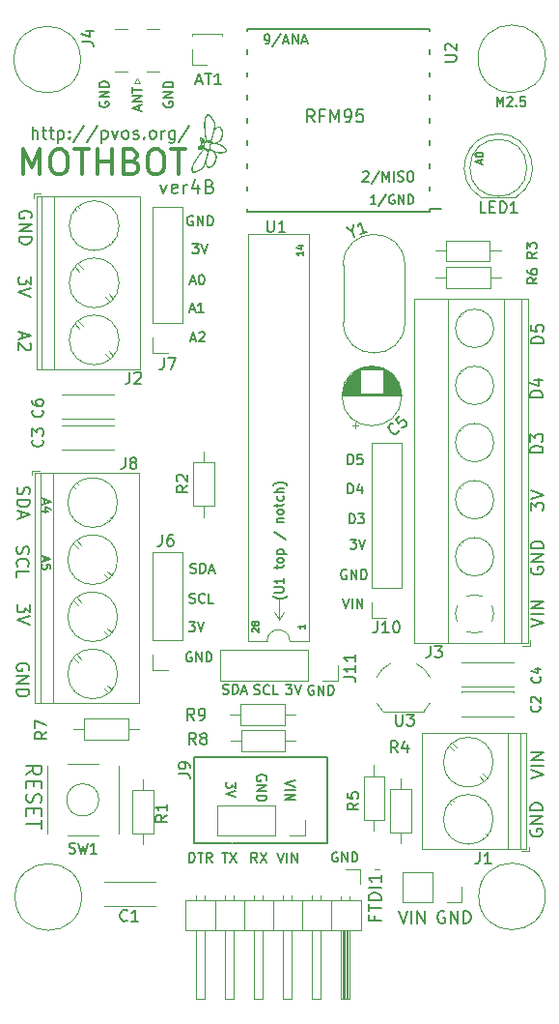
<source format=gbr>
%TF.GenerationSoftware,KiCad,Pcbnew,5.0.2-bee76a0~70~ubuntu18.04.1*%
%TF.CreationDate,2021-01-16T21:04:08-05:00*%
%TF.ProjectId,dippy,64697070-792e-46b6-9963-61645f706362,rev?*%
%TF.SameCoordinates,Original*%
%TF.FileFunction,Legend,Top*%
%TF.FilePolarity,Positive*%
%FSLAX46Y46*%
G04 Gerber Fmt 4.6, Leading zero omitted, Abs format (unit mm)*
G04 Created by KiCad (PCBNEW 5.0.2-bee76a0~70~ubuntu18.04.1) date Sat 16 Jan 2021 09:04:08 PM EST*
%MOMM*%
%LPD*%
G01*
G04 APERTURE LIST*
%ADD10C,0.150000*%
%ADD11C,0.120000*%
%ADD12C,0.300000*%
%ADD13C,0.200000*%
%ADD14C,0.010000*%
G04 APERTURE END LIST*
D10*
X-90561333Y-10406000D02*
X-90561333Y-10072666D01*
X-90361333Y-10472666D02*
X-91061333Y-10239333D01*
X-90361333Y-10006000D01*
X-91061333Y-9639333D02*
X-91061333Y-9572666D01*
X-91028000Y-9506000D01*
X-90994666Y-9472666D01*
X-90928000Y-9439333D01*
X-90794666Y-9406000D01*
X-90628000Y-9406000D01*
X-90494666Y-9439333D01*
X-90428000Y-9472666D01*
X-90394666Y-9506000D01*
X-90361333Y-9572666D01*
X-90361333Y-9639333D01*
X-90394666Y-9706000D01*
X-90428000Y-9739333D01*
X-90494666Y-9772666D01*
X-90628000Y-9806000D01*
X-90794666Y-9806000D01*
X-90928000Y-9772666D01*
X-90994666Y-9739333D01*
X-91028000Y-9706000D01*
X-91061333Y-9639333D01*
X-106138571Y-18094285D02*
X-106138571Y-18437142D01*
X-106138571Y-18265714D02*
X-106738571Y-18265714D01*
X-106652857Y-18322857D01*
X-106595714Y-18380000D01*
X-106567142Y-18437142D01*
X-106538571Y-17580000D02*
X-106138571Y-17580000D01*
X-106767142Y-17722857D02*
X-106338571Y-17865714D01*
X-106338571Y-17494285D01*
X-110571428Y-51377142D02*
X-110600000Y-51348571D01*
X-110628571Y-51291428D01*
X-110628571Y-51148571D01*
X-110600000Y-51091428D01*
X-110571428Y-51062857D01*
X-110514285Y-51034285D01*
X-110457142Y-51034285D01*
X-110371428Y-51062857D01*
X-110028571Y-51405714D01*
X-110028571Y-51034285D01*
X-110371428Y-50691428D02*
X-110400000Y-50748571D01*
X-110428571Y-50777142D01*
X-110485714Y-50805714D01*
X-110514285Y-50805714D01*
X-110571428Y-50777142D01*
X-110600000Y-50748571D01*
X-110628571Y-50691428D01*
X-110628571Y-50577142D01*
X-110600000Y-50520000D01*
X-110571428Y-50491428D01*
X-110514285Y-50462857D01*
X-110485714Y-50462857D01*
X-110428571Y-50491428D01*
X-110400000Y-50520000D01*
X-110371428Y-50577142D01*
X-110371428Y-50691428D01*
X-110342857Y-50748571D01*
X-110314285Y-50777142D01*
X-110257142Y-50805714D01*
X-110142857Y-50805714D01*
X-110085714Y-50777142D01*
X-110057142Y-50748571D01*
X-110028571Y-50691428D01*
X-110028571Y-50577142D01*
X-110057142Y-50520000D01*
X-110085714Y-50491428D01*
X-110142857Y-50462857D01*
X-110257142Y-50462857D01*
X-110314285Y-50491428D01*
X-110342857Y-50520000D01*
X-110371428Y-50577142D01*
X-105958571Y-50718571D02*
X-105958571Y-51061428D01*
X-105958571Y-50890000D02*
X-106558571Y-50890000D01*
X-106472857Y-50947142D01*
X-106415714Y-51004285D01*
X-106387142Y-51061428D01*
X-128863333Y-44778571D02*
X-128863333Y-45159523D01*
X-129091904Y-44702380D02*
X-128291904Y-44969047D01*
X-129091904Y-45235714D01*
X-128291904Y-45883333D02*
X-128291904Y-45502380D01*
X-128672857Y-45464285D01*
X-128634761Y-45502380D01*
X-128596666Y-45578571D01*
X-128596666Y-45769047D01*
X-128634761Y-45845238D01*
X-128672857Y-45883333D01*
X-128749047Y-45921428D01*
X-128939523Y-45921428D01*
X-129015714Y-45883333D01*
X-129053809Y-45845238D01*
X-129091904Y-45769047D01*
X-129091904Y-45578571D01*
X-129053809Y-45502380D01*
X-129015714Y-45464285D01*
X-128823333Y-39778571D02*
X-128823333Y-40159523D01*
X-129051904Y-39702380D02*
X-128251904Y-39969047D01*
X-129051904Y-40235714D01*
X-128518571Y-40845238D02*
X-129051904Y-40845238D01*
X-128213809Y-40654761D02*
X-128785238Y-40464285D01*
X-128785238Y-40959523D01*
D11*
X-108230000Y-50310000D02*
X-107830000Y-49670000D01*
X-108230000Y-50270000D02*
X-108700000Y-49630000D01*
X-108240000Y-48430000D02*
X-108240000Y-50230000D01*
X-84911781Y-74550000D02*
G75*
G03X-84911781Y-74550000I-2918219J0D01*
G01*
X-125569999Y-74600000D02*
G75*
G03X-125569999Y-74600000I-2918219J0D01*
G01*
X-125661781Y-1270000D02*
G75*
G03X-125661781Y-1270000I-2918219J0D01*
G01*
X-84875544Y-1210000D02*
G75*
G03X-84875544Y-1210000I-2964456J0D01*
G01*
D10*
X-107553333Y-48247142D02*
X-107591428Y-48285238D01*
X-107705714Y-48361428D01*
X-107781904Y-48399523D01*
X-107896190Y-48437619D01*
X-108086666Y-48475714D01*
X-108239047Y-48475714D01*
X-108429523Y-48437619D01*
X-108543809Y-48399523D01*
X-108620000Y-48361428D01*
X-108734285Y-48285238D01*
X-108772380Y-48247142D01*
X-108658095Y-47942380D02*
X-108010476Y-47942380D01*
X-107934285Y-47904285D01*
X-107896190Y-47866190D01*
X-107858095Y-47790000D01*
X-107858095Y-47637619D01*
X-107896190Y-47561428D01*
X-107934285Y-47523333D01*
X-108010476Y-47485238D01*
X-108658095Y-47485238D01*
X-107858095Y-46685238D02*
X-107858095Y-47142380D01*
X-107858095Y-46913809D02*
X-108658095Y-46913809D01*
X-108543809Y-46990000D01*
X-108467619Y-47066190D01*
X-108429523Y-47142380D01*
X-108391428Y-45847142D02*
X-108391428Y-45542380D01*
X-108658095Y-45732857D02*
X-107972380Y-45732857D01*
X-107896190Y-45694761D01*
X-107858095Y-45618571D01*
X-107858095Y-45542380D01*
X-107858095Y-45161428D02*
X-107896190Y-45237619D01*
X-107934285Y-45275714D01*
X-108010476Y-45313809D01*
X-108239047Y-45313809D01*
X-108315238Y-45275714D01*
X-108353333Y-45237619D01*
X-108391428Y-45161428D01*
X-108391428Y-45047142D01*
X-108353333Y-44970952D01*
X-108315238Y-44932857D01*
X-108239047Y-44894761D01*
X-108010476Y-44894761D01*
X-107934285Y-44932857D01*
X-107896190Y-44970952D01*
X-107858095Y-45047142D01*
X-107858095Y-45161428D01*
X-108391428Y-44551904D02*
X-107591428Y-44551904D01*
X-108353333Y-44551904D02*
X-108391428Y-44475714D01*
X-108391428Y-44323333D01*
X-108353333Y-44247142D01*
X-108315238Y-44209047D01*
X-108239047Y-44170952D01*
X-108010476Y-44170952D01*
X-107934285Y-44209047D01*
X-107896190Y-44247142D01*
X-107858095Y-44323333D01*
X-107858095Y-44475714D01*
X-107896190Y-44551904D01*
X-108696190Y-42647142D02*
X-107667619Y-43332857D01*
X-108391428Y-41770952D02*
X-107858095Y-41770952D01*
X-108315238Y-41770952D02*
X-108353333Y-41732857D01*
X-108391428Y-41656666D01*
X-108391428Y-41542380D01*
X-108353333Y-41466190D01*
X-108277142Y-41428095D01*
X-107858095Y-41428095D01*
X-107858095Y-40932857D02*
X-107896190Y-41009047D01*
X-107934285Y-41047142D01*
X-108010476Y-41085238D01*
X-108239047Y-41085238D01*
X-108315238Y-41047142D01*
X-108353333Y-41009047D01*
X-108391428Y-40932857D01*
X-108391428Y-40818571D01*
X-108353333Y-40742380D01*
X-108315238Y-40704285D01*
X-108239047Y-40666190D01*
X-108010476Y-40666190D01*
X-107934285Y-40704285D01*
X-107896190Y-40742380D01*
X-107858095Y-40818571D01*
X-107858095Y-40932857D01*
X-108391428Y-40437619D02*
X-108391428Y-40132857D01*
X-108658095Y-40323333D02*
X-107972380Y-40323333D01*
X-107896190Y-40285238D01*
X-107858095Y-40209047D01*
X-107858095Y-40132857D01*
X-107896190Y-39523333D02*
X-107858095Y-39599523D01*
X-107858095Y-39751904D01*
X-107896190Y-39828095D01*
X-107934285Y-39866190D01*
X-108010476Y-39904285D01*
X-108239047Y-39904285D01*
X-108315238Y-39866190D01*
X-108353333Y-39828095D01*
X-108391428Y-39751904D01*
X-108391428Y-39599523D01*
X-108353333Y-39523333D01*
X-107858095Y-39180476D02*
X-108658095Y-39180476D01*
X-107858095Y-38837619D02*
X-108277142Y-38837619D01*
X-108353333Y-38875714D01*
X-108391428Y-38951904D01*
X-108391428Y-39066190D01*
X-108353333Y-39142380D01*
X-108315238Y-39180476D01*
X-107553333Y-38532857D02*
X-107591428Y-38494761D01*
X-107705714Y-38418571D01*
X-107781904Y-38380476D01*
X-107896190Y-38342380D01*
X-108086666Y-38304285D01*
X-108239047Y-38304285D01*
X-108429523Y-38342380D01*
X-108543809Y-38380476D01*
X-108620000Y-38418571D01*
X-108734285Y-38494761D01*
X-108772380Y-38532857D01*
X-85052380Y-26151904D02*
X-86152380Y-26151904D01*
X-86152380Y-25890000D01*
X-86100000Y-25732857D01*
X-85995238Y-25628095D01*
X-85890476Y-25575714D01*
X-85680952Y-25523333D01*
X-85523809Y-25523333D01*
X-85314285Y-25575714D01*
X-85209523Y-25628095D01*
X-85104761Y-25732857D01*
X-85052380Y-25890000D01*
X-85052380Y-26151904D01*
X-86152380Y-24528095D02*
X-86152380Y-25051904D01*
X-85628571Y-25104285D01*
X-85680952Y-25051904D01*
X-85733333Y-24947142D01*
X-85733333Y-24685238D01*
X-85680952Y-24580476D01*
X-85628571Y-24528095D01*
X-85523809Y-24475714D01*
X-85261904Y-24475714D01*
X-85157142Y-24528095D01*
X-85104761Y-24580476D01*
X-85052380Y-24685238D01*
X-85052380Y-24947142D01*
X-85104761Y-25051904D01*
X-85157142Y-25104285D01*
X-93748095Y-75870000D02*
X-93852857Y-75817619D01*
X-94010000Y-75817619D01*
X-94167142Y-75870000D01*
X-94271904Y-75974761D01*
X-94324285Y-76079523D01*
X-94376666Y-76289047D01*
X-94376666Y-76446190D01*
X-94324285Y-76655714D01*
X-94271904Y-76760476D01*
X-94167142Y-76865238D01*
X-94010000Y-76917619D01*
X-93905238Y-76917619D01*
X-93748095Y-76865238D01*
X-93695714Y-76812857D01*
X-93695714Y-76446190D01*
X-93905238Y-76446190D01*
X-93224285Y-76917619D02*
X-93224285Y-75817619D01*
X-92595714Y-76917619D01*
X-92595714Y-75817619D01*
X-92071904Y-76917619D02*
X-92071904Y-75817619D01*
X-91810000Y-75817619D01*
X-91652857Y-75870000D01*
X-91548095Y-75974761D01*
X-91495714Y-76079523D01*
X-91443333Y-76289047D01*
X-91443333Y-76446190D01*
X-91495714Y-76655714D01*
X-91548095Y-76760476D01*
X-91652857Y-76865238D01*
X-91810000Y-76917619D01*
X-92071904Y-76917619D01*
X-97734761Y-75817619D02*
X-97368095Y-76917619D01*
X-97001428Y-75817619D01*
X-96634761Y-76917619D02*
X-96634761Y-75817619D01*
X-96110952Y-76917619D02*
X-96110952Y-75817619D01*
X-95482380Y-76917619D01*
X-95482380Y-75817619D01*
X-105222619Y-56100000D02*
X-105303571Y-56059523D01*
X-105425000Y-56059523D01*
X-105546428Y-56100000D01*
X-105627380Y-56180952D01*
X-105667857Y-56261904D01*
X-105708333Y-56423809D01*
X-105708333Y-56545238D01*
X-105667857Y-56707142D01*
X-105627380Y-56788095D01*
X-105546428Y-56869047D01*
X-105425000Y-56909523D01*
X-105344047Y-56909523D01*
X-105222619Y-56869047D01*
X-105182142Y-56828571D01*
X-105182142Y-56545238D01*
X-105344047Y-56545238D01*
X-104817857Y-56909523D02*
X-104817857Y-56059523D01*
X-104332142Y-56909523D01*
X-104332142Y-56059523D01*
X-103927380Y-56909523D02*
X-103927380Y-56059523D01*
X-103725000Y-56059523D01*
X-103603571Y-56100000D01*
X-103522619Y-56180952D01*
X-103482142Y-56261904D01*
X-103441666Y-56423809D01*
X-103441666Y-56545238D01*
X-103482142Y-56707142D01*
X-103522619Y-56788095D01*
X-103603571Y-56869047D01*
X-103725000Y-56909523D01*
X-103927380Y-56909523D01*
X-107647619Y-56009523D02*
X-107121428Y-56009523D01*
X-107404761Y-56333333D01*
X-107283333Y-56333333D01*
X-107202380Y-56373809D01*
X-107161904Y-56414285D01*
X-107121428Y-56495238D01*
X-107121428Y-56697619D01*
X-107161904Y-56778571D01*
X-107202380Y-56819047D01*
X-107283333Y-56859523D01*
X-107526190Y-56859523D01*
X-107607142Y-56819047D01*
X-107647619Y-56778571D01*
X-106878571Y-56009523D02*
X-106595238Y-56859523D01*
X-106311904Y-56009523D01*
X-110436904Y-56819047D02*
X-110315476Y-56859523D01*
X-110113095Y-56859523D01*
X-110032142Y-56819047D01*
X-109991666Y-56778571D01*
X-109951190Y-56697619D01*
X-109951190Y-56616666D01*
X-109991666Y-56535714D01*
X-110032142Y-56495238D01*
X-110113095Y-56454761D01*
X-110275000Y-56414285D01*
X-110355952Y-56373809D01*
X-110396428Y-56333333D01*
X-110436904Y-56252380D01*
X-110436904Y-56171428D01*
X-110396428Y-56090476D01*
X-110355952Y-56050000D01*
X-110275000Y-56009523D01*
X-110072619Y-56009523D01*
X-109951190Y-56050000D01*
X-109101190Y-56778571D02*
X-109141666Y-56819047D01*
X-109263095Y-56859523D01*
X-109344047Y-56859523D01*
X-109465476Y-56819047D01*
X-109546428Y-56738095D01*
X-109586904Y-56657142D01*
X-109627380Y-56495238D01*
X-109627380Y-56373809D01*
X-109586904Y-56211904D01*
X-109546428Y-56130952D01*
X-109465476Y-56050000D01*
X-109344047Y-56009523D01*
X-109263095Y-56009523D01*
X-109141666Y-56050000D01*
X-109101190Y-56090476D01*
X-108332142Y-56859523D02*
X-108736904Y-56859523D01*
X-108736904Y-56009523D01*
X-113182142Y-56794047D02*
X-113060714Y-56834523D01*
X-112858333Y-56834523D01*
X-112777380Y-56794047D01*
X-112736904Y-56753571D01*
X-112696428Y-56672619D01*
X-112696428Y-56591666D01*
X-112736904Y-56510714D01*
X-112777380Y-56470238D01*
X-112858333Y-56429761D01*
X-113020238Y-56389285D01*
X-113101190Y-56348809D01*
X-113141666Y-56308333D01*
X-113182142Y-56227380D01*
X-113182142Y-56146428D01*
X-113141666Y-56065476D01*
X-113101190Y-56025000D01*
X-113020238Y-55984523D01*
X-112817857Y-55984523D01*
X-112696428Y-56025000D01*
X-112332142Y-56834523D02*
X-112332142Y-55984523D01*
X-112129761Y-55984523D01*
X-112008333Y-56025000D01*
X-111927380Y-56105952D01*
X-111886904Y-56186904D01*
X-111846428Y-56348809D01*
X-111846428Y-56470238D01*
X-111886904Y-56632142D01*
X-111927380Y-56713095D01*
X-112008333Y-56794047D01*
X-112129761Y-56834523D01*
X-112332142Y-56834523D01*
X-111522619Y-56591666D02*
X-111117857Y-56591666D01*
X-111603571Y-56834523D02*
X-111320238Y-55984523D01*
X-111036904Y-56834523D01*
X-102217380Y-36699523D02*
X-102217380Y-35849523D01*
X-102015000Y-35849523D01*
X-101893571Y-35890000D01*
X-101812619Y-35970952D01*
X-101772142Y-36051904D01*
X-101731666Y-36213809D01*
X-101731666Y-36335238D01*
X-101772142Y-36497142D01*
X-101812619Y-36578095D01*
X-101893571Y-36659047D01*
X-102015000Y-36699523D01*
X-102217380Y-36699523D01*
X-100962619Y-35849523D02*
X-101367380Y-35849523D01*
X-101407857Y-36254285D01*
X-101367380Y-36213809D01*
X-101286428Y-36173333D01*
X-101084047Y-36173333D01*
X-101003095Y-36213809D01*
X-100962619Y-36254285D01*
X-100922142Y-36335238D01*
X-100922142Y-36537619D01*
X-100962619Y-36618571D01*
X-101003095Y-36659047D01*
X-101084047Y-36699523D01*
X-101286428Y-36699523D01*
X-101367380Y-36659047D01*
X-101407857Y-36618571D01*
D11*
X-99475000Y-72200000D02*
X-99875000Y-72200000D01*
D10*
X-131235238Y-43910476D02*
X-131287619Y-44067619D01*
X-131287619Y-44329523D01*
X-131235238Y-44434285D01*
X-131182857Y-44486666D01*
X-131078095Y-44539047D01*
X-130973333Y-44539047D01*
X-130868571Y-44486666D01*
X-130816190Y-44434285D01*
X-130763809Y-44329523D01*
X-130711428Y-44120000D01*
X-130659047Y-44015238D01*
X-130606666Y-43962857D01*
X-130501904Y-43910476D01*
X-130397142Y-43910476D01*
X-130292380Y-43962857D01*
X-130240000Y-44015238D01*
X-130187619Y-44120000D01*
X-130187619Y-44381904D01*
X-130240000Y-44539047D01*
X-131182857Y-45639047D02*
X-131235238Y-45586666D01*
X-131287619Y-45429523D01*
X-131287619Y-45324761D01*
X-131235238Y-45167619D01*
X-131130476Y-45062857D01*
X-131025714Y-45010476D01*
X-130816190Y-44958095D01*
X-130659047Y-44958095D01*
X-130449523Y-45010476D01*
X-130344761Y-45062857D01*
X-130240000Y-45167619D01*
X-130187619Y-45324761D01*
X-130187619Y-45429523D01*
X-130240000Y-45586666D01*
X-130292380Y-45639047D01*
X-131287619Y-46634285D02*
X-131287619Y-46110476D01*
X-130187619Y-46110476D01*
X-131165238Y-38714285D02*
X-131217619Y-38871428D01*
X-131217619Y-39133333D01*
X-131165238Y-39238095D01*
X-131112857Y-39290476D01*
X-131008095Y-39342857D01*
X-130903333Y-39342857D01*
X-130798571Y-39290476D01*
X-130746190Y-39238095D01*
X-130693809Y-39133333D01*
X-130641428Y-38923809D01*
X-130589047Y-38819047D01*
X-130536666Y-38766666D01*
X-130431904Y-38714285D01*
X-130327142Y-38714285D01*
X-130222380Y-38766666D01*
X-130170000Y-38819047D01*
X-130117619Y-38923809D01*
X-130117619Y-39185714D01*
X-130170000Y-39342857D01*
X-131217619Y-39814285D02*
X-130117619Y-39814285D01*
X-130117619Y-40076190D01*
X-130170000Y-40233333D01*
X-130274761Y-40338095D01*
X-130379523Y-40390476D01*
X-130589047Y-40442857D01*
X-130746190Y-40442857D01*
X-130955714Y-40390476D01*
X-131060476Y-40338095D01*
X-131165238Y-40233333D01*
X-131217619Y-40076190D01*
X-131217619Y-39814285D01*
X-130903333Y-40861904D02*
X-130903333Y-41385714D01*
X-131217619Y-40757142D02*
X-130117619Y-41123809D01*
X-131217619Y-41490476D01*
X-115997142Y-25741666D02*
X-115592380Y-25741666D01*
X-116078095Y-25984523D02*
X-115794761Y-25134523D01*
X-115511428Y-25984523D01*
X-115268571Y-25215476D02*
X-115228095Y-25175000D01*
X-115147142Y-25134523D01*
X-114944761Y-25134523D01*
X-114863809Y-25175000D01*
X-114823333Y-25215476D01*
X-114782857Y-25296428D01*
X-114782857Y-25377380D01*
X-114823333Y-25498809D01*
X-115309047Y-25984523D01*
X-114782857Y-25984523D01*
X-116067142Y-23141666D02*
X-115662380Y-23141666D01*
X-116148095Y-23384523D02*
X-115864761Y-22534523D01*
X-115581428Y-23384523D01*
X-114852857Y-23384523D02*
X-115338571Y-23384523D01*
X-115095714Y-23384523D02*
X-115095714Y-22534523D01*
X-115176666Y-22655952D01*
X-115257619Y-22736904D01*
X-115338571Y-22777380D01*
X-129879523Y-8217619D02*
X-129879523Y-7117619D01*
X-129408095Y-8217619D02*
X-129408095Y-7641428D01*
X-129460476Y-7536666D01*
X-129565238Y-7484285D01*
X-129722380Y-7484285D01*
X-129827142Y-7536666D01*
X-129879523Y-7589047D01*
X-129041428Y-7484285D02*
X-128622380Y-7484285D01*
X-128884285Y-7117619D02*
X-128884285Y-8060476D01*
X-128831904Y-8165238D01*
X-128727142Y-8217619D01*
X-128622380Y-8217619D01*
X-128412857Y-7484285D02*
X-127993809Y-7484285D01*
X-128255714Y-7117619D02*
X-128255714Y-8060476D01*
X-128203333Y-8165238D01*
X-128098571Y-8217619D01*
X-127993809Y-8217619D01*
X-127627142Y-7484285D02*
X-127627142Y-8584285D01*
X-127627142Y-7536666D02*
X-127522380Y-7484285D01*
X-127312857Y-7484285D01*
X-127208095Y-7536666D01*
X-127155714Y-7589047D01*
X-127103333Y-7693809D01*
X-127103333Y-8008095D01*
X-127155714Y-8112857D01*
X-127208095Y-8165238D01*
X-127312857Y-8217619D01*
X-127522380Y-8217619D01*
X-127627142Y-8165238D01*
X-126631904Y-8112857D02*
X-126579523Y-8165238D01*
X-126631904Y-8217619D01*
X-126684285Y-8165238D01*
X-126631904Y-8112857D01*
X-126631904Y-8217619D01*
X-126631904Y-7536666D02*
X-126579523Y-7589047D01*
X-126631904Y-7641428D01*
X-126684285Y-7589047D01*
X-126631904Y-7536666D01*
X-126631904Y-7641428D01*
X-125322380Y-7065238D02*
X-126265238Y-8479523D01*
X-124170000Y-7065238D02*
X-125112857Y-8479523D01*
X-123803333Y-7484285D02*
X-123803333Y-8584285D01*
X-123803333Y-7536666D02*
X-123698571Y-7484285D01*
X-123489047Y-7484285D01*
X-123384285Y-7536666D01*
X-123331904Y-7589047D01*
X-123279523Y-7693809D01*
X-123279523Y-8008095D01*
X-123331904Y-8112857D01*
X-123384285Y-8165238D01*
X-123489047Y-8217619D01*
X-123698571Y-8217619D01*
X-123803333Y-8165238D01*
X-122912857Y-7484285D02*
X-122650952Y-8217619D01*
X-122389047Y-7484285D01*
X-121812857Y-8217619D02*
X-121917619Y-8165238D01*
X-121970000Y-8112857D01*
X-122022380Y-8008095D01*
X-122022380Y-7693809D01*
X-121970000Y-7589047D01*
X-121917619Y-7536666D01*
X-121812857Y-7484285D01*
X-121655714Y-7484285D01*
X-121550952Y-7536666D01*
X-121498571Y-7589047D01*
X-121446190Y-7693809D01*
X-121446190Y-8008095D01*
X-121498571Y-8112857D01*
X-121550952Y-8165238D01*
X-121655714Y-8217619D01*
X-121812857Y-8217619D01*
X-121027142Y-8165238D02*
X-120922380Y-8217619D01*
X-120712857Y-8217619D01*
X-120608095Y-8165238D01*
X-120555714Y-8060476D01*
X-120555714Y-8008095D01*
X-120608095Y-7903333D01*
X-120712857Y-7850952D01*
X-120870000Y-7850952D01*
X-120974761Y-7798571D01*
X-121027142Y-7693809D01*
X-121027142Y-7641428D01*
X-120974761Y-7536666D01*
X-120870000Y-7484285D01*
X-120712857Y-7484285D01*
X-120608095Y-7536666D01*
X-120084285Y-8112857D02*
X-120031904Y-8165238D01*
X-120084285Y-8217619D01*
X-120136666Y-8165238D01*
X-120084285Y-8112857D01*
X-120084285Y-8217619D01*
X-119403333Y-8217619D02*
X-119508095Y-8165238D01*
X-119560476Y-8112857D01*
X-119612857Y-8008095D01*
X-119612857Y-7693809D01*
X-119560476Y-7589047D01*
X-119508095Y-7536666D01*
X-119403333Y-7484285D01*
X-119246190Y-7484285D01*
X-119141428Y-7536666D01*
X-119089047Y-7589047D01*
X-119036666Y-7693809D01*
X-119036666Y-8008095D01*
X-119089047Y-8112857D01*
X-119141428Y-8165238D01*
X-119246190Y-8217619D01*
X-119403333Y-8217619D01*
X-118565238Y-8217619D02*
X-118565238Y-7484285D01*
X-118565238Y-7693809D02*
X-118512857Y-7589047D01*
X-118460476Y-7536666D01*
X-118355714Y-7484285D01*
X-118250952Y-7484285D01*
X-117412857Y-7484285D02*
X-117412857Y-8374761D01*
X-117465238Y-8479523D01*
X-117517619Y-8531904D01*
X-117622380Y-8584285D01*
X-117779523Y-8584285D01*
X-117884285Y-8531904D01*
X-117412857Y-8165238D02*
X-117517619Y-8217619D01*
X-117727142Y-8217619D01*
X-117831904Y-8165238D01*
X-117884285Y-8112857D01*
X-117936666Y-8008095D01*
X-117936666Y-7693809D01*
X-117884285Y-7589047D01*
X-117831904Y-7536666D01*
X-117727142Y-7484285D01*
X-117517619Y-7484285D01*
X-117412857Y-7536666D01*
X-116103333Y-7065238D02*
X-117046190Y-8479523D01*
X-89119047Y-5351904D02*
X-89119047Y-4551904D01*
X-88852380Y-5123333D01*
X-88585714Y-4551904D01*
X-88585714Y-5351904D01*
X-88242857Y-4628095D02*
X-88204761Y-4590000D01*
X-88128571Y-4551904D01*
X-87938095Y-4551904D01*
X-87861904Y-4590000D01*
X-87823809Y-4628095D01*
X-87785714Y-4704285D01*
X-87785714Y-4780476D01*
X-87823809Y-4894761D01*
X-88280952Y-5351904D01*
X-87785714Y-5351904D01*
X-87442857Y-5275714D02*
X-87404761Y-5313809D01*
X-87442857Y-5351904D01*
X-87480952Y-5313809D01*
X-87442857Y-5275714D01*
X-87442857Y-5351904D01*
X-86680952Y-4551904D02*
X-87061904Y-4551904D01*
X-87100000Y-4932857D01*
X-87061904Y-4894761D01*
X-86985714Y-4856666D01*
X-86795238Y-4856666D01*
X-86719047Y-4894761D01*
X-86680952Y-4932857D01*
X-86642857Y-5009047D01*
X-86642857Y-5199523D01*
X-86680952Y-5275714D01*
X-86719047Y-5313809D01*
X-86795238Y-5351904D01*
X-86985714Y-5351904D01*
X-87061904Y-5313809D01*
X-87100000Y-5275714D01*
X-118662157Y-12201557D02*
X-118376442Y-13001557D01*
X-118090728Y-12201557D01*
X-117176442Y-12944414D02*
X-117290728Y-13001557D01*
X-117519300Y-13001557D01*
X-117633585Y-12944414D01*
X-117690728Y-12830128D01*
X-117690728Y-12372985D01*
X-117633585Y-12258700D01*
X-117519300Y-12201557D01*
X-117290728Y-12201557D01*
X-117176442Y-12258700D01*
X-117119300Y-12372985D01*
X-117119300Y-12487271D01*
X-117690728Y-12601557D01*
X-116605014Y-13001557D02*
X-116605014Y-12201557D01*
X-116605014Y-12430128D02*
X-116547871Y-12315842D01*
X-116490728Y-12258700D01*
X-116376442Y-12201557D01*
X-116262157Y-12201557D01*
X-115347871Y-12201557D02*
X-115347871Y-13001557D01*
X-115633585Y-11744414D02*
X-115919300Y-12601557D01*
X-115176442Y-12601557D01*
X-114319300Y-12372985D02*
X-114147871Y-12430128D01*
X-114090728Y-12487271D01*
X-114033585Y-12601557D01*
X-114033585Y-12772985D01*
X-114090728Y-12887271D01*
X-114147871Y-12944414D01*
X-114262157Y-13001557D01*
X-114719300Y-13001557D01*
X-114719300Y-11801557D01*
X-114319300Y-11801557D01*
X-114205014Y-11858700D01*
X-114147871Y-11915842D01*
X-114090728Y-12030128D01*
X-114090728Y-12144414D01*
X-114147871Y-12258700D01*
X-114205014Y-12315842D01*
X-114319300Y-12372985D01*
X-114719300Y-12372985D01*
D12*
X-130696666Y-11335238D02*
X-130696666Y-9135238D01*
X-129963333Y-10706666D01*
X-129230000Y-9135238D01*
X-129230000Y-11335238D01*
X-127763333Y-9135238D02*
X-127344285Y-9135238D01*
X-127134761Y-9240000D01*
X-126925238Y-9449523D01*
X-126820476Y-9868571D01*
X-126820476Y-10601904D01*
X-126925238Y-11020952D01*
X-127134761Y-11230476D01*
X-127344285Y-11335238D01*
X-127763333Y-11335238D01*
X-127972857Y-11230476D01*
X-128182380Y-11020952D01*
X-128287142Y-10601904D01*
X-128287142Y-9868571D01*
X-128182380Y-9449523D01*
X-127972857Y-9240000D01*
X-127763333Y-9135238D01*
X-126191904Y-9135238D02*
X-124934761Y-9135238D01*
X-125563333Y-11335238D02*
X-125563333Y-9135238D01*
X-124201428Y-11335238D02*
X-124201428Y-9135238D01*
X-124201428Y-10182857D02*
X-122944285Y-10182857D01*
X-122944285Y-11335238D02*
X-122944285Y-9135238D01*
X-121163333Y-10182857D02*
X-120849047Y-10287619D01*
X-120744285Y-10392380D01*
X-120639523Y-10601904D01*
X-120639523Y-10916190D01*
X-120744285Y-11125714D01*
X-120849047Y-11230476D01*
X-121058571Y-11335238D01*
X-121896666Y-11335238D01*
X-121896666Y-9135238D01*
X-121163333Y-9135238D01*
X-120953809Y-9240000D01*
X-120849047Y-9344761D01*
X-120744285Y-9554285D01*
X-120744285Y-9763809D01*
X-120849047Y-9973333D01*
X-120953809Y-10078095D01*
X-121163333Y-10182857D01*
X-121896666Y-10182857D01*
X-119277619Y-9135238D02*
X-118858571Y-9135238D01*
X-118649047Y-9240000D01*
X-118439523Y-9449523D01*
X-118334761Y-9868571D01*
X-118334761Y-10601904D01*
X-118439523Y-11020952D01*
X-118649047Y-11230476D01*
X-118858571Y-11335238D01*
X-119277619Y-11335238D01*
X-119487142Y-11230476D01*
X-119696666Y-11020952D01*
X-119801428Y-10601904D01*
X-119801428Y-9868571D01*
X-119696666Y-9449523D01*
X-119487142Y-9240000D01*
X-119277619Y-9135238D01*
X-117706190Y-9135238D02*
X-116449047Y-9135238D01*
X-117077619Y-11335238D02*
X-117077619Y-9135238D01*
D10*
X-120498333Y-5701428D02*
X-120498333Y-5296666D01*
X-120255476Y-5782380D02*
X-121105476Y-5499047D01*
X-120255476Y-5215714D01*
X-120255476Y-4932380D02*
X-121105476Y-4932380D01*
X-120255476Y-4446666D01*
X-121105476Y-4446666D01*
X-121105476Y-4163333D02*
X-121105476Y-3677619D01*
X-120255476Y-3920476D02*
X-121105476Y-3920476D01*
X-123985000Y-4967619D02*
X-124025476Y-5048571D01*
X-124025476Y-5170000D01*
X-123985000Y-5291428D01*
X-123904047Y-5372380D01*
X-123823095Y-5412857D01*
X-123661190Y-5453333D01*
X-123539761Y-5453333D01*
X-123377857Y-5412857D01*
X-123296904Y-5372380D01*
X-123215952Y-5291428D01*
X-123175476Y-5170000D01*
X-123175476Y-5089047D01*
X-123215952Y-4967619D01*
X-123256428Y-4927142D01*
X-123539761Y-4927142D01*
X-123539761Y-5089047D01*
X-123175476Y-4562857D02*
X-124025476Y-4562857D01*
X-123175476Y-4077142D01*
X-124025476Y-4077142D01*
X-123175476Y-3672380D02*
X-124025476Y-3672380D01*
X-124025476Y-3470000D01*
X-123985000Y-3348571D01*
X-123904047Y-3267619D01*
X-123823095Y-3227142D01*
X-123661190Y-3186666D01*
X-123539761Y-3186666D01*
X-123377857Y-3227142D01*
X-123296904Y-3267619D01*
X-123215952Y-3348571D01*
X-123175476Y-3470000D01*
X-123175476Y-3672380D01*
X-118355000Y-4997619D02*
X-118395476Y-5078571D01*
X-118395476Y-5200000D01*
X-118355000Y-5321428D01*
X-118274047Y-5402380D01*
X-118193095Y-5442857D01*
X-118031190Y-5483333D01*
X-117909761Y-5483333D01*
X-117747857Y-5442857D01*
X-117666904Y-5402380D01*
X-117585952Y-5321428D01*
X-117545476Y-5200000D01*
X-117545476Y-5119047D01*
X-117585952Y-4997619D01*
X-117626428Y-4957142D01*
X-117909761Y-4957142D01*
X-117909761Y-5119047D01*
X-117545476Y-4592857D02*
X-118395476Y-4592857D01*
X-117545476Y-4107142D01*
X-118395476Y-4107142D01*
X-117545476Y-3702380D02*
X-118395476Y-3702380D01*
X-118395476Y-3500000D01*
X-118355000Y-3378571D01*
X-118274047Y-3297619D01*
X-118193095Y-3257142D01*
X-118031190Y-3216666D01*
X-117909761Y-3216666D01*
X-117747857Y-3257142D01*
X-117666904Y-3297619D01*
X-117585952Y-3378571D01*
X-117545476Y-3500000D01*
X-117545476Y-3702380D01*
X-105157142Y-6757619D02*
X-105523809Y-6233809D01*
X-105785714Y-6757619D02*
X-105785714Y-5657619D01*
X-105366666Y-5657619D01*
X-105261904Y-5710000D01*
X-105209523Y-5762380D01*
X-105157142Y-5867142D01*
X-105157142Y-6024285D01*
X-105209523Y-6129047D01*
X-105261904Y-6181428D01*
X-105366666Y-6233809D01*
X-105785714Y-6233809D01*
X-104319047Y-6181428D02*
X-104685714Y-6181428D01*
X-104685714Y-6757619D02*
X-104685714Y-5657619D01*
X-104161904Y-5657619D01*
X-103742857Y-6757619D02*
X-103742857Y-5657619D01*
X-103376190Y-6443333D01*
X-103009523Y-5657619D01*
X-103009523Y-6757619D01*
X-102433333Y-6757619D02*
X-102223809Y-6757619D01*
X-102119047Y-6705238D01*
X-102066666Y-6652857D01*
X-101961904Y-6495714D01*
X-101909523Y-6286190D01*
X-101909523Y-5867142D01*
X-101961904Y-5762380D01*
X-102014285Y-5710000D01*
X-102119047Y-5657619D01*
X-102328571Y-5657619D01*
X-102433333Y-5710000D01*
X-102485714Y-5762380D01*
X-102538095Y-5867142D01*
X-102538095Y-6129047D01*
X-102485714Y-6233809D01*
X-102433333Y-6286190D01*
X-102328571Y-6338571D01*
X-102119047Y-6338571D01*
X-102014285Y-6286190D01*
X-101961904Y-6233809D01*
X-101909523Y-6129047D01*
X-100914285Y-5657619D02*
X-101438095Y-5657619D01*
X-101490476Y-6181428D01*
X-101438095Y-6129047D01*
X-101333333Y-6076666D01*
X-101071428Y-6076666D01*
X-100966666Y-6129047D01*
X-100914285Y-6181428D01*
X-100861904Y-6286190D01*
X-100861904Y-6548095D01*
X-100914285Y-6652857D01*
X-100966666Y-6705238D01*
X-101071428Y-6757619D01*
X-101333333Y-6757619D01*
X-101438095Y-6705238D01*
X-101490476Y-6652857D01*
X-109480952Y90476D02*
X-109319047Y90476D01*
X-109238095Y130952D01*
X-109197619Y171428D01*
X-109116666Y292857D01*
X-109076190Y454761D01*
X-109076190Y778571D01*
X-109116666Y859523D01*
X-109157142Y900000D01*
X-109238095Y940476D01*
X-109400000Y940476D01*
X-109480952Y900000D01*
X-109521428Y859523D01*
X-109561904Y778571D01*
X-109561904Y576190D01*
X-109521428Y495238D01*
X-109480952Y454761D01*
X-109400000Y414285D01*
X-109238095Y414285D01*
X-109157142Y454761D01*
X-109116666Y495238D01*
X-109076190Y576190D01*
X-108104761Y980952D02*
X-108833333Y-111904D01*
X-107861904Y333333D02*
X-107457142Y333333D01*
X-107942857Y90476D02*
X-107659523Y940476D01*
X-107376190Y90476D01*
X-107092857Y90476D02*
X-107092857Y940476D01*
X-106607142Y90476D01*
X-106607142Y940476D01*
X-106242857Y333333D02*
X-105838095Y333333D01*
X-106323809Y90476D02*
X-106040476Y940476D01*
X-105757142Y90476D01*
X-100901190Y-11165476D02*
X-100860714Y-11125000D01*
X-100779761Y-11084523D01*
X-100577380Y-11084523D01*
X-100496428Y-11125000D01*
X-100455952Y-11165476D01*
X-100415476Y-11246428D01*
X-100415476Y-11327380D01*
X-100455952Y-11448809D01*
X-100941666Y-11934523D01*
X-100415476Y-11934523D01*
X-99444047Y-11044047D02*
X-100172619Y-12136904D01*
X-99160714Y-11934523D02*
X-99160714Y-11084523D01*
X-98877380Y-11691666D01*
X-98594047Y-11084523D01*
X-98594047Y-11934523D01*
X-98189285Y-11934523D02*
X-98189285Y-11084523D01*
X-97825000Y-11894047D02*
X-97703571Y-11934523D01*
X-97501190Y-11934523D01*
X-97420238Y-11894047D01*
X-97379761Y-11853571D01*
X-97339285Y-11772619D01*
X-97339285Y-11691666D01*
X-97379761Y-11610714D01*
X-97420238Y-11570238D01*
X-97501190Y-11529761D01*
X-97663095Y-11489285D01*
X-97744047Y-11448809D01*
X-97784523Y-11408333D01*
X-97825000Y-11327380D01*
X-97825000Y-11246428D01*
X-97784523Y-11165476D01*
X-97744047Y-11125000D01*
X-97663095Y-11084523D01*
X-97460714Y-11084523D01*
X-97339285Y-11125000D01*
X-96813095Y-11084523D02*
X-96651190Y-11084523D01*
X-96570238Y-11125000D01*
X-96489285Y-11205952D01*
X-96448809Y-11367857D01*
X-96448809Y-11651190D01*
X-96489285Y-11813095D01*
X-96570238Y-11894047D01*
X-96651190Y-11934523D01*
X-96813095Y-11934523D01*
X-96894047Y-11894047D01*
X-96975000Y-11813095D01*
X-97015476Y-11651190D01*
X-97015476Y-11367857D01*
X-96975000Y-11205952D01*
X-96894047Y-11125000D01*
X-96813095Y-11084523D01*
X-99759523Y-13911904D02*
X-100216666Y-13911904D01*
X-99988095Y-13911904D02*
X-99988095Y-13111904D01*
X-100064285Y-13226190D01*
X-100140476Y-13302380D01*
X-100216666Y-13340476D01*
X-98845238Y-13073809D02*
X-99530952Y-14102380D01*
X-98159523Y-13150000D02*
X-98235714Y-13111904D01*
X-98350000Y-13111904D01*
X-98464285Y-13150000D01*
X-98540476Y-13226190D01*
X-98578571Y-13302380D01*
X-98616666Y-13454761D01*
X-98616666Y-13569047D01*
X-98578571Y-13721428D01*
X-98540476Y-13797619D01*
X-98464285Y-13873809D01*
X-98350000Y-13911904D01*
X-98273809Y-13911904D01*
X-98159523Y-13873809D01*
X-98121428Y-13835714D01*
X-98121428Y-13569047D01*
X-98273809Y-13569047D01*
X-97778571Y-13911904D02*
X-97778571Y-13111904D01*
X-97321428Y-13911904D01*
X-97321428Y-13111904D01*
X-96940476Y-13911904D02*
X-96940476Y-13111904D01*
X-96750000Y-13111904D01*
X-96635714Y-13150000D01*
X-96559523Y-13226190D01*
X-96521428Y-13302380D01*
X-96483333Y-13454761D01*
X-96483333Y-13569047D01*
X-96521428Y-13721428D01*
X-96559523Y-13797619D01*
X-96635714Y-13873809D01*
X-96750000Y-13911904D01*
X-96940476Y-13911904D01*
X-130783333Y-25164285D02*
X-130783333Y-25688095D01*
X-131097619Y-25059523D02*
X-129997619Y-25426190D01*
X-131097619Y-25792857D01*
X-130102380Y-26107142D02*
X-130050000Y-26159523D01*
X-129997619Y-26264285D01*
X-129997619Y-26526190D01*
X-130050000Y-26630952D01*
X-130102380Y-26683333D01*
X-130207142Y-26735714D01*
X-130311904Y-26735714D01*
X-130469047Y-26683333D01*
X-131097619Y-26054761D01*
X-131097619Y-26735714D01*
X-129997619Y-20286904D02*
X-129997619Y-20967857D01*
X-130416666Y-20601190D01*
X-130416666Y-20758333D01*
X-130469047Y-20863095D01*
X-130521428Y-20915476D01*
X-130626190Y-20967857D01*
X-130888095Y-20967857D01*
X-130992857Y-20915476D01*
X-131045238Y-20863095D01*
X-131097619Y-20758333D01*
X-131097619Y-20444047D01*
X-131045238Y-20339285D01*
X-130992857Y-20286904D01*
X-129997619Y-21282142D02*
X-131097619Y-21648809D01*
X-129997619Y-22015476D01*
X-130010000Y-15141904D02*
X-129957619Y-15037142D01*
X-129957619Y-14880000D01*
X-130010000Y-14722857D01*
X-130114761Y-14618095D01*
X-130219523Y-14565714D01*
X-130429047Y-14513333D01*
X-130586190Y-14513333D01*
X-130795714Y-14565714D01*
X-130900476Y-14618095D01*
X-131005238Y-14722857D01*
X-131057619Y-14880000D01*
X-131057619Y-14984761D01*
X-131005238Y-15141904D01*
X-130952857Y-15194285D01*
X-130586190Y-15194285D01*
X-130586190Y-14984761D01*
X-131057619Y-15665714D02*
X-129957619Y-15665714D01*
X-131057619Y-16294285D01*
X-129957619Y-16294285D01*
X-131057619Y-16818095D02*
X-129957619Y-16818095D01*
X-129957619Y-17080000D01*
X-130010000Y-17237142D01*
X-130114761Y-17341904D01*
X-130219523Y-17394285D01*
X-130429047Y-17446666D01*
X-130586190Y-17446666D01*
X-130795714Y-17394285D01*
X-130900476Y-17341904D01*
X-131005238Y-17237142D01*
X-131057619Y-17080000D01*
X-131057619Y-16818095D01*
X-115817619Y-14985000D02*
X-115898571Y-14944523D01*
X-116020000Y-14944523D01*
X-116141428Y-14985000D01*
X-116222380Y-15065952D01*
X-116262857Y-15146904D01*
X-116303333Y-15308809D01*
X-116303333Y-15430238D01*
X-116262857Y-15592142D01*
X-116222380Y-15673095D01*
X-116141428Y-15754047D01*
X-116020000Y-15794523D01*
X-115939047Y-15794523D01*
X-115817619Y-15754047D01*
X-115777142Y-15713571D01*
X-115777142Y-15430238D01*
X-115939047Y-15430238D01*
X-115412857Y-15794523D02*
X-115412857Y-14944523D01*
X-114927142Y-15794523D01*
X-114927142Y-14944523D01*
X-114522380Y-15794523D02*
X-114522380Y-14944523D01*
X-114320000Y-14944523D01*
X-114198571Y-14985000D01*
X-114117619Y-15065952D01*
X-114077142Y-15146904D01*
X-114036666Y-15308809D01*
X-114036666Y-15430238D01*
X-114077142Y-15592142D01*
X-114117619Y-15673095D01*
X-114198571Y-15754047D01*
X-114320000Y-15794523D01*
X-114522380Y-15794523D01*
X-116027142Y-20731666D02*
X-115622380Y-20731666D01*
X-116108095Y-20974523D02*
X-115824761Y-20124523D01*
X-115541428Y-20974523D01*
X-115096190Y-20124523D02*
X-115015238Y-20124523D01*
X-114934285Y-20165000D01*
X-114893809Y-20205476D01*
X-114853333Y-20286428D01*
X-114812857Y-20448333D01*
X-114812857Y-20650714D01*
X-114853333Y-20812619D01*
X-114893809Y-20893571D01*
X-114934285Y-20934047D01*
X-115015238Y-20974523D01*
X-115096190Y-20974523D01*
X-115177142Y-20934047D01*
X-115217619Y-20893571D01*
X-115258095Y-20812619D01*
X-115298571Y-20650714D01*
X-115298571Y-20448333D01*
X-115258095Y-20286428D01*
X-115217619Y-20205476D01*
X-115177142Y-20165000D01*
X-115096190Y-20124523D01*
X-115847619Y-17394523D02*
X-115321428Y-17394523D01*
X-115604761Y-17718333D01*
X-115483333Y-17718333D01*
X-115402380Y-17758809D01*
X-115361904Y-17799285D01*
X-115321428Y-17880238D01*
X-115321428Y-18082619D01*
X-115361904Y-18163571D01*
X-115402380Y-18204047D01*
X-115483333Y-18244523D01*
X-115726190Y-18244523D01*
X-115807142Y-18204047D01*
X-115847619Y-18163571D01*
X-115078571Y-17394523D02*
X-114795238Y-18244523D01*
X-114511904Y-17394523D01*
X-116012142Y-46204047D02*
X-115890714Y-46244523D01*
X-115688333Y-46244523D01*
X-115607380Y-46204047D01*
X-115566904Y-46163571D01*
X-115526428Y-46082619D01*
X-115526428Y-46001666D01*
X-115566904Y-45920714D01*
X-115607380Y-45880238D01*
X-115688333Y-45839761D01*
X-115850238Y-45799285D01*
X-115931190Y-45758809D01*
X-115971666Y-45718333D01*
X-116012142Y-45637380D01*
X-116012142Y-45556428D01*
X-115971666Y-45475476D01*
X-115931190Y-45435000D01*
X-115850238Y-45394523D01*
X-115647857Y-45394523D01*
X-115526428Y-45435000D01*
X-115162142Y-46244523D02*
X-115162142Y-45394523D01*
X-114959761Y-45394523D01*
X-114838333Y-45435000D01*
X-114757380Y-45515952D01*
X-114716904Y-45596904D01*
X-114676428Y-45758809D01*
X-114676428Y-45880238D01*
X-114716904Y-46042142D01*
X-114757380Y-46123095D01*
X-114838333Y-46204047D01*
X-114959761Y-46244523D01*
X-115162142Y-46244523D01*
X-114352619Y-46001666D02*
X-113947857Y-46001666D01*
X-114433571Y-46244523D02*
X-114150238Y-45394523D01*
X-113866904Y-46244523D01*
X-116101904Y-48824047D02*
X-115980476Y-48864523D01*
X-115778095Y-48864523D01*
X-115697142Y-48824047D01*
X-115656666Y-48783571D01*
X-115616190Y-48702619D01*
X-115616190Y-48621666D01*
X-115656666Y-48540714D01*
X-115697142Y-48500238D01*
X-115778095Y-48459761D01*
X-115940000Y-48419285D01*
X-116020952Y-48378809D01*
X-116061428Y-48338333D01*
X-116101904Y-48257380D01*
X-116101904Y-48176428D01*
X-116061428Y-48095476D01*
X-116020952Y-48055000D01*
X-115940000Y-48014523D01*
X-115737619Y-48014523D01*
X-115616190Y-48055000D01*
X-114766190Y-48783571D02*
X-114806666Y-48824047D01*
X-114928095Y-48864523D01*
X-115009047Y-48864523D01*
X-115130476Y-48824047D01*
X-115211428Y-48743095D01*
X-115251904Y-48662142D01*
X-115292380Y-48500238D01*
X-115292380Y-48378809D01*
X-115251904Y-48216904D01*
X-115211428Y-48135952D01*
X-115130476Y-48055000D01*
X-115009047Y-48014523D01*
X-114928095Y-48014523D01*
X-114806666Y-48055000D01*
X-114766190Y-48095476D01*
X-113997142Y-48864523D02*
X-114401904Y-48864523D01*
X-114401904Y-48014523D01*
X-115937619Y-53185000D02*
X-116018571Y-53144523D01*
X-116140000Y-53144523D01*
X-116261428Y-53185000D01*
X-116342380Y-53265952D01*
X-116382857Y-53346904D01*
X-116423333Y-53508809D01*
X-116423333Y-53630238D01*
X-116382857Y-53792142D01*
X-116342380Y-53873095D01*
X-116261428Y-53954047D01*
X-116140000Y-53994523D01*
X-116059047Y-53994523D01*
X-115937619Y-53954047D01*
X-115897142Y-53913571D01*
X-115897142Y-53630238D01*
X-116059047Y-53630238D01*
X-115532857Y-53994523D02*
X-115532857Y-53144523D01*
X-115047142Y-53994523D01*
X-115047142Y-53144523D01*
X-114642380Y-53994523D02*
X-114642380Y-53144523D01*
X-114440000Y-53144523D01*
X-114318571Y-53185000D01*
X-114237619Y-53265952D01*
X-114197142Y-53346904D01*
X-114156666Y-53508809D01*
X-114156666Y-53630238D01*
X-114197142Y-53792142D01*
X-114237619Y-53873095D01*
X-114318571Y-53954047D01*
X-114440000Y-53994523D01*
X-114642380Y-53994523D01*
X-116157619Y-50524523D02*
X-115631428Y-50524523D01*
X-115914761Y-50848333D01*
X-115793333Y-50848333D01*
X-115712380Y-50888809D01*
X-115671904Y-50929285D01*
X-115631428Y-51010238D01*
X-115631428Y-51212619D01*
X-115671904Y-51293571D01*
X-115712380Y-51334047D01*
X-115793333Y-51374523D01*
X-116036190Y-51374523D01*
X-116117142Y-51334047D01*
X-116157619Y-51293571D01*
X-115388571Y-50524523D02*
X-115105238Y-51374523D01*
X-114821904Y-50524523D01*
X-102217380Y-39249523D02*
X-102217380Y-38399523D01*
X-102015000Y-38399523D01*
X-101893571Y-38440000D01*
X-101812619Y-38520952D01*
X-101772142Y-38601904D01*
X-101731666Y-38763809D01*
X-101731666Y-38885238D01*
X-101772142Y-39047142D01*
X-101812619Y-39128095D01*
X-101893571Y-39209047D01*
X-102015000Y-39249523D01*
X-102217380Y-39249523D01*
X-101003095Y-38682857D02*
X-101003095Y-39249523D01*
X-101205476Y-38359047D02*
X-101407857Y-38966190D01*
X-100881666Y-38966190D01*
X-102092380Y-41899523D02*
X-102092380Y-41049523D01*
X-101890000Y-41049523D01*
X-101768571Y-41090000D01*
X-101687619Y-41170952D01*
X-101647142Y-41251904D01*
X-101606666Y-41413809D01*
X-101606666Y-41535238D01*
X-101647142Y-41697142D01*
X-101687619Y-41778095D01*
X-101768571Y-41859047D01*
X-101890000Y-41899523D01*
X-102092380Y-41899523D01*
X-101323333Y-41049523D02*
X-100797142Y-41049523D01*
X-101080476Y-41373333D01*
X-100959047Y-41373333D01*
X-100878095Y-41413809D01*
X-100837619Y-41454285D01*
X-100797142Y-41535238D01*
X-100797142Y-41737619D01*
X-100837619Y-41818571D01*
X-100878095Y-41859047D01*
X-100959047Y-41899523D01*
X-101201904Y-41899523D01*
X-101282857Y-41859047D01*
X-101323333Y-41818571D01*
X-102017619Y-43274523D02*
X-101491428Y-43274523D01*
X-101774761Y-43598333D01*
X-101653333Y-43598333D01*
X-101572380Y-43638809D01*
X-101531904Y-43679285D01*
X-101491428Y-43760238D01*
X-101491428Y-43962619D01*
X-101531904Y-44043571D01*
X-101572380Y-44084047D01*
X-101653333Y-44124523D01*
X-101896190Y-44124523D01*
X-101977142Y-44084047D01*
X-102017619Y-44043571D01*
X-101248571Y-43274523D02*
X-100965238Y-44124523D01*
X-100681904Y-43274523D01*
X-102337619Y-45965000D02*
X-102418571Y-45924523D01*
X-102540000Y-45924523D01*
X-102661428Y-45965000D01*
X-102742380Y-46045952D01*
X-102782857Y-46126904D01*
X-102823333Y-46288809D01*
X-102823333Y-46410238D01*
X-102782857Y-46572142D01*
X-102742380Y-46653095D01*
X-102661428Y-46734047D01*
X-102540000Y-46774523D01*
X-102459047Y-46774523D01*
X-102337619Y-46734047D01*
X-102297142Y-46693571D01*
X-102297142Y-46410238D01*
X-102459047Y-46410238D01*
X-101932857Y-46774523D02*
X-101932857Y-45924523D01*
X-101447142Y-46774523D01*
X-101447142Y-45924523D01*
X-101042380Y-46774523D02*
X-101042380Y-45924523D01*
X-100840000Y-45924523D01*
X-100718571Y-45965000D01*
X-100637619Y-46045952D01*
X-100597142Y-46126904D01*
X-100556666Y-46288809D01*
X-100556666Y-46410238D01*
X-100597142Y-46572142D01*
X-100637619Y-46653095D01*
X-100718571Y-46734047D01*
X-100840000Y-46774523D01*
X-101042380Y-46774523D01*
X-102680952Y-48464523D02*
X-102397619Y-49314523D01*
X-102114285Y-48464523D01*
X-101830952Y-49314523D02*
X-101830952Y-48464523D01*
X-101426190Y-49314523D02*
X-101426190Y-48464523D01*
X-100940476Y-49314523D01*
X-100940476Y-48464523D01*
X-130428095Y-63891904D02*
X-129809047Y-63458571D01*
X-130428095Y-63149047D02*
X-129128095Y-63149047D01*
X-129128095Y-63644285D01*
X-129190000Y-63768095D01*
X-129251904Y-63830000D01*
X-129375714Y-63891904D01*
X-129561428Y-63891904D01*
X-129685238Y-63830000D01*
X-129747142Y-63768095D01*
X-129809047Y-63644285D01*
X-129809047Y-63149047D01*
X-129747142Y-64449047D02*
X-129747142Y-64882380D01*
X-130428095Y-65068095D02*
X-130428095Y-64449047D01*
X-129128095Y-64449047D01*
X-129128095Y-65068095D01*
X-130366190Y-65563333D02*
X-130428095Y-65749047D01*
X-130428095Y-66058571D01*
X-130366190Y-66182380D01*
X-130304285Y-66244285D01*
X-130180476Y-66306190D01*
X-130056666Y-66306190D01*
X-129932857Y-66244285D01*
X-129870952Y-66182380D01*
X-129809047Y-66058571D01*
X-129747142Y-65810952D01*
X-129685238Y-65687142D01*
X-129623333Y-65625238D01*
X-129499523Y-65563333D01*
X-129375714Y-65563333D01*
X-129251904Y-65625238D01*
X-129190000Y-65687142D01*
X-129128095Y-65810952D01*
X-129128095Y-66120476D01*
X-129190000Y-66306190D01*
X-129747142Y-66863333D02*
X-129747142Y-67296666D01*
X-130428095Y-67482380D02*
X-130428095Y-66863333D01*
X-129128095Y-66863333D01*
X-129128095Y-67482380D01*
X-129128095Y-67853809D02*
X-129128095Y-68596666D01*
X-130428095Y-68225238D02*
X-129128095Y-68225238D01*
X-130210000Y-54751904D02*
X-130157619Y-54647142D01*
X-130157619Y-54490000D01*
X-130210000Y-54332857D01*
X-130314761Y-54228095D01*
X-130419523Y-54175714D01*
X-130629047Y-54123333D01*
X-130786190Y-54123333D01*
X-130995714Y-54175714D01*
X-131100476Y-54228095D01*
X-131205238Y-54332857D01*
X-131257619Y-54490000D01*
X-131257619Y-54594761D01*
X-131205238Y-54751904D01*
X-131152857Y-54804285D01*
X-130786190Y-54804285D01*
X-130786190Y-54594761D01*
X-131257619Y-55275714D02*
X-130157619Y-55275714D01*
X-131257619Y-55904285D01*
X-130157619Y-55904285D01*
X-131257619Y-56428095D02*
X-130157619Y-56428095D01*
X-130157619Y-56690000D01*
X-130210000Y-56847142D01*
X-130314761Y-56951904D01*
X-130419523Y-57004285D01*
X-130629047Y-57056666D01*
X-130786190Y-57056666D01*
X-130995714Y-57004285D01*
X-131100476Y-56951904D01*
X-131205238Y-56847142D01*
X-131257619Y-56690000D01*
X-131257619Y-56428095D01*
X-86192380Y-50954761D02*
X-85092380Y-50588095D01*
X-86192380Y-50221428D01*
X-85092380Y-49854761D02*
X-86192380Y-49854761D01*
X-85092380Y-49330952D02*
X-86192380Y-49330952D01*
X-85092380Y-48702380D01*
X-86192380Y-48702380D01*
X-130127619Y-48991904D02*
X-130127619Y-49672857D01*
X-130546666Y-49306190D01*
X-130546666Y-49463333D01*
X-130599047Y-49568095D01*
X-130651428Y-49620476D01*
X-130756190Y-49672857D01*
X-131018095Y-49672857D01*
X-131122857Y-49620476D01*
X-131175238Y-49568095D01*
X-131227619Y-49463333D01*
X-131227619Y-49149047D01*
X-131175238Y-49044285D01*
X-131122857Y-48991904D01*
X-130127619Y-49987142D02*
X-131227619Y-50353809D01*
X-130127619Y-50720476D01*
X-85152380Y-30871904D02*
X-86252380Y-30871904D01*
X-86252380Y-30610000D01*
X-86200000Y-30452857D01*
X-86095238Y-30348095D01*
X-85990476Y-30295714D01*
X-85780952Y-30243333D01*
X-85623809Y-30243333D01*
X-85414285Y-30295714D01*
X-85309523Y-30348095D01*
X-85204761Y-30452857D01*
X-85152380Y-30610000D01*
X-85152380Y-30871904D01*
X-85885714Y-29300476D02*
X-85152380Y-29300476D01*
X-86304761Y-29562380D02*
X-85519047Y-29824285D01*
X-85519047Y-29143333D01*
X-85112380Y-35711904D02*
X-86212380Y-35711904D01*
X-86212380Y-35450000D01*
X-86160000Y-35292857D01*
X-86055238Y-35188095D01*
X-85950476Y-35135714D01*
X-85740952Y-35083333D01*
X-85583809Y-35083333D01*
X-85374285Y-35135714D01*
X-85269523Y-35188095D01*
X-85164761Y-35292857D01*
X-85112380Y-35450000D01*
X-85112380Y-35711904D01*
X-86212380Y-34716666D02*
X-86212380Y-34035714D01*
X-85793333Y-34402380D01*
X-85793333Y-34245238D01*
X-85740952Y-34140476D01*
X-85688571Y-34088095D01*
X-85583809Y-34035714D01*
X-85321904Y-34035714D01*
X-85217142Y-34088095D01*
X-85164761Y-34140476D01*
X-85112380Y-34245238D01*
X-85112380Y-34559523D01*
X-85164761Y-34664285D01*
X-85217142Y-34716666D01*
X-86162380Y-40748095D02*
X-86162380Y-40067142D01*
X-85743333Y-40433809D01*
X-85743333Y-40276666D01*
X-85690952Y-40171904D01*
X-85638571Y-40119523D01*
X-85533809Y-40067142D01*
X-85271904Y-40067142D01*
X-85167142Y-40119523D01*
X-85114761Y-40171904D01*
X-85062380Y-40276666D01*
X-85062380Y-40590952D01*
X-85114761Y-40695714D01*
X-85167142Y-40748095D01*
X-86162380Y-39752857D02*
X-85062380Y-39386190D01*
X-86162380Y-39019523D01*
X-86130000Y-45758095D02*
X-86182380Y-45862857D01*
X-86182380Y-46020000D01*
X-86130000Y-46177142D01*
X-86025238Y-46281904D01*
X-85920476Y-46334285D01*
X-85710952Y-46386666D01*
X-85553809Y-46386666D01*
X-85344285Y-46334285D01*
X-85239523Y-46281904D01*
X-85134761Y-46177142D01*
X-85082380Y-46020000D01*
X-85082380Y-45915238D01*
X-85134761Y-45758095D01*
X-85187142Y-45705714D01*
X-85553809Y-45705714D01*
X-85553809Y-45915238D01*
X-85082380Y-45234285D02*
X-86182380Y-45234285D01*
X-85082380Y-44605714D01*
X-86182380Y-44605714D01*
X-85082380Y-44081904D02*
X-86182380Y-44081904D01*
X-86182380Y-43820000D01*
X-86130000Y-43662857D01*
X-86025238Y-43558095D01*
X-85920476Y-43505714D01*
X-85710952Y-43453333D01*
X-85553809Y-43453333D01*
X-85344285Y-43505714D01*
X-85239523Y-43558095D01*
X-85134761Y-43662857D01*
X-85082380Y-43820000D01*
X-85082380Y-44081904D01*
X-86200000Y-68678095D02*
X-86252380Y-68782857D01*
X-86252380Y-68940000D01*
X-86200000Y-69097142D01*
X-86095238Y-69201904D01*
X-85990476Y-69254285D01*
X-85780952Y-69306666D01*
X-85623809Y-69306666D01*
X-85414285Y-69254285D01*
X-85309523Y-69201904D01*
X-85204761Y-69097142D01*
X-85152380Y-68940000D01*
X-85152380Y-68835238D01*
X-85204761Y-68678095D01*
X-85257142Y-68625714D01*
X-85623809Y-68625714D01*
X-85623809Y-68835238D01*
X-85152380Y-68154285D02*
X-86252380Y-68154285D01*
X-85152380Y-67525714D01*
X-86252380Y-67525714D01*
X-85152380Y-67001904D02*
X-86252380Y-67001904D01*
X-86252380Y-66740000D01*
X-86200000Y-66582857D01*
X-86095238Y-66478095D01*
X-85990476Y-66425714D01*
X-85780952Y-66373333D01*
X-85623809Y-66373333D01*
X-85414285Y-66425714D01*
X-85309523Y-66478095D01*
X-85204761Y-66582857D01*
X-85152380Y-66740000D01*
X-85152380Y-67001904D01*
X-86202380Y-64204761D02*
X-85102380Y-63838095D01*
X-86202380Y-63471428D01*
X-85102380Y-63104761D02*
X-86202380Y-63104761D01*
X-85102380Y-62580952D02*
X-86202380Y-62580952D01*
X-85102380Y-61952380D01*
X-86202380Y-61952380D01*
X-112059523Y-64527380D02*
X-112059523Y-65053571D01*
X-112383333Y-64770238D01*
X-112383333Y-64891666D01*
X-112423809Y-64972619D01*
X-112464285Y-65013095D01*
X-112545238Y-65053571D01*
X-112747619Y-65053571D01*
X-112828571Y-65013095D01*
X-112869047Y-64972619D01*
X-112909523Y-64891666D01*
X-112909523Y-64648809D01*
X-112869047Y-64567857D01*
X-112828571Y-64527380D01*
X-112059523Y-65296428D02*
X-112909523Y-65579761D01*
X-112059523Y-65863095D01*
X-109400000Y-64402380D02*
X-109359523Y-64321428D01*
X-109359523Y-64200000D01*
X-109400000Y-64078571D01*
X-109480952Y-63997619D01*
X-109561904Y-63957142D01*
X-109723809Y-63916666D01*
X-109845238Y-63916666D01*
X-110007142Y-63957142D01*
X-110088095Y-63997619D01*
X-110169047Y-64078571D01*
X-110209523Y-64200000D01*
X-110209523Y-64280952D01*
X-110169047Y-64402380D01*
X-110128571Y-64442857D01*
X-109845238Y-64442857D01*
X-109845238Y-64280952D01*
X-110209523Y-64807142D02*
X-109359523Y-64807142D01*
X-110209523Y-65292857D01*
X-109359523Y-65292857D01*
X-110209523Y-65697619D02*
X-109359523Y-65697619D01*
X-109359523Y-65900000D01*
X-109400000Y-66021428D01*
X-109480952Y-66102380D01*
X-109561904Y-66142857D01*
X-109723809Y-66183333D01*
X-109845238Y-66183333D01*
X-110007142Y-66142857D01*
X-110088095Y-66102380D01*
X-110169047Y-66021428D01*
X-110209523Y-65900000D01*
X-110209523Y-65697619D01*
X-106859523Y-64369047D02*
X-107709523Y-64652380D01*
X-106859523Y-64935714D01*
X-107709523Y-65219047D02*
X-106859523Y-65219047D01*
X-107709523Y-65623809D02*
X-106859523Y-65623809D01*
X-107709523Y-66109523D01*
X-106859523Y-66109523D01*
X-116121428Y-71559523D02*
X-116121428Y-70709523D01*
X-115919047Y-70709523D01*
X-115797619Y-70750000D01*
X-115716666Y-70830952D01*
X-115676190Y-70911904D01*
X-115635714Y-71073809D01*
X-115635714Y-71195238D01*
X-115676190Y-71357142D01*
X-115716666Y-71438095D01*
X-115797619Y-71519047D01*
X-115919047Y-71559523D01*
X-116121428Y-71559523D01*
X-115392857Y-70709523D02*
X-114907142Y-70709523D01*
X-115150000Y-71559523D02*
X-115150000Y-70709523D01*
X-114138095Y-71559523D02*
X-114421428Y-71154761D01*
X-114623809Y-71559523D02*
X-114623809Y-70709523D01*
X-114300000Y-70709523D01*
X-114219047Y-70750000D01*
X-114178571Y-70790476D01*
X-114138095Y-70871428D01*
X-114138095Y-70992857D01*
X-114178571Y-71073809D01*
X-114219047Y-71114285D01*
X-114300000Y-71154761D01*
X-114623809Y-71154761D01*
X-113222619Y-70734523D02*
X-112736904Y-70734523D01*
X-112979761Y-71584523D02*
X-112979761Y-70734523D01*
X-112534523Y-70734523D02*
X-111967857Y-71584523D01*
X-111967857Y-70734523D02*
X-112534523Y-71584523D01*
X-110191666Y-71584523D02*
X-110475000Y-71179761D01*
X-110677380Y-71584523D02*
X-110677380Y-70734523D01*
X-110353571Y-70734523D01*
X-110272619Y-70775000D01*
X-110232142Y-70815476D01*
X-110191666Y-70896428D01*
X-110191666Y-71017857D01*
X-110232142Y-71098809D01*
X-110272619Y-71139285D01*
X-110353571Y-71179761D01*
X-110677380Y-71179761D01*
X-109908333Y-70734523D02*
X-109341666Y-71584523D01*
X-109341666Y-70734523D02*
X-109908333Y-71584523D01*
X-108405952Y-70734523D02*
X-108122619Y-71584523D01*
X-107839285Y-70734523D01*
X-107555952Y-71584523D02*
X-107555952Y-70734523D01*
X-107151190Y-71584523D02*
X-107151190Y-70734523D01*
X-106665476Y-71584523D01*
X-106665476Y-70734523D01*
X-103147619Y-70725000D02*
X-103228571Y-70684523D01*
X-103350000Y-70684523D01*
X-103471428Y-70725000D01*
X-103552380Y-70805952D01*
X-103592857Y-70886904D01*
X-103633333Y-71048809D01*
X-103633333Y-71170238D01*
X-103592857Y-71332142D01*
X-103552380Y-71413095D01*
X-103471428Y-71494047D01*
X-103350000Y-71534523D01*
X-103269047Y-71534523D01*
X-103147619Y-71494047D01*
X-103107142Y-71453571D01*
X-103107142Y-71170238D01*
X-103269047Y-71170238D01*
X-102742857Y-71534523D02*
X-102742857Y-70684523D01*
X-102257142Y-71534523D01*
X-102257142Y-70684523D01*
X-101852380Y-71534523D02*
X-101852380Y-70684523D01*
X-101650000Y-70684523D01*
X-101528571Y-70725000D01*
X-101447619Y-70805952D01*
X-101407142Y-70886904D01*
X-101366666Y-71048809D01*
X-101366666Y-71170238D01*
X-101407142Y-71332142D01*
X-101447619Y-71413095D01*
X-101528571Y-71494047D01*
X-101650000Y-71534523D01*
X-101852380Y-71534523D01*
X-112386000Y-69897000D02*
X-115686000Y-69897000D01*
X-104036000Y-62347000D02*
X-115686000Y-62347000D01*
X-115686000Y-62347000D02*
X-115686000Y-69897000D01*
X-104036000Y-69922000D02*
X-104036000Y-62347000D01*
X-112361000Y-69897000D02*
X-104036000Y-69897000D01*
D11*
%TO.C,J12*%
X-94836000Y-72389000D02*
X-94836000Y-75049000D01*
X-94836000Y-72389000D02*
X-97436000Y-72389000D01*
X-97436000Y-72389000D02*
X-97436000Y-75049000D01*
X-94836000Y-75049000D02*
X-97436000Y-75049000D01*
X-92236000Y-75049000D02*
X-93566000Y-75049000D01*
X-92236000Y-73719000D02*
X-92236000Y-75049000D01*
%TO.C,J11*%
X-103120000Y-54325000D02*
X-103120000Y-55655000D01*
X-103120000Y-55655000D02*
X-104450000Y-55655000D01*
X-105720000Y-55655000D02*
X-113400000Y-55655000D01*
X-113400000Y-52995000D02*
X-113400000Y-55655000D01*
X-105720000Y-52995000D02*
X-113400000Y-52995000D01*
X-105720000Y-52995000D02*
X-105720000Y-55655000D01*
%TO.C,J10*%
X-97500000Y-47570000D02*
X-100160000Y-47570000D01*
X-97500000Y-47570000D02*
X-97500000Y-34810000D01*
X-97500000Y-34810000D02*
X-100160000Y-34810000D01*
X-100160000Y-47570000D02*
X-100160000Y-34810000D01*
X-100160000Y-50170000D02*
X-100160000Y-48840000D01*
X-98830000Y-50170000D02*
X-100160000Y-50170000D01*
%TO.C,J3*%
X-89430000Y-44810000D02*
G75*
G03X-89430000Y-44810000I-1680000J0D01*
G01*
X-89430000Y-39810000D02*
G75*
G03X-89430000Y-39810000I-1680000J0D01*
G01*
X-89430000Y-34810000D02*
G75*
G03X-89430000Y-34810000I-1680000J0D01*
G01*
X-89430000Y-29810000D02*
G75*
G03X-89430000Y-29810000I-1680000J0D01*
G01*
X-89430000Y-24810000D02*
G75*
G03X-89430000Y-24810000I-1680000J0D01*
G01*
X-87010000Y-52370000D02*
X-87010000Y-22250000D01*
X-88510000Y-52370000D02*
X-88510000Y-22250000D01*
X-93411000Y-52370000D02*
X-93411000Y-22250000D01*
X-96371000Y-52370000D02*
X-96371000Y-22250000D01*
X-86450000Y-52370000D02*
X-86450000Y-22250000D01*
X-96371000Y-52370000D02*
X-86450000Y-52370000D01*
X-96371000Y-22250000D02*
X-86450000Y-22250000D01*
X-92179000Y-43535000D02*
X-92133000Y-43582000D01*
X-89871000Y-45844000D02*
X-89836000Y-45879000D01*
X-92385000Y-43740000D02*
X-92349000Y-43775000D01*
X-90087000Y-46037000D02*
X-90041000Y-46084000D01*
X-92179000Y-38535000D02*
X-92133000Y-38582000D01*
X-89871000Y-40844000D02*
X-89836000Y-40879000D01*
X-92385000Y-38740000D02*
X-92349000Y-38775000D01*
X-90087000Y-41037000D02*
X-90041000Y-41084000D01*
X-92179000Y-33535000D02*
X-92133000Y-33582000D01*
X-89871000Y-35844000D02*
X-89836000Y-35879000D01*
X-92385000Y-33740000D02*
X-92349000Y-33775000D01*
X-90087000Y-36037000D02*
X-90041000Y-36084000D01*
X-92179000Y-28535000D02*
X-92133000Y-28582000D01*
X-89871000Y-30844000D02*
X-89836000Y-30879000D01*
X-92385000Y-28740000D02*
X-92349000Y-28775000D01*
X-90087000Y-31037000D02*
X-90041000Y-31084000D01*
X-92179000Y-23535000D02*
X-92133000Y-23582000D01*
X-89871000Y-25844000D02*
X-89836000Y-25879000D01*
X-92385000Y-23740000D02*
X-92349000Y-23775000D01*
X-90087000Y-26037000D02*
X-90041000Y-26084000D01*
X-86950000Y-52610000D02*
X-86210000Y-52610000D01*
X-86210000Y-52610000D02*
X-86210000Y-52110000D01*
X-89429747Y-49781195D02*
G75*
G02X-89575000Y-50494000I-1680253J-28805D01*
G01*
X-90426958Y-51345426D02*
G75*
G02X-91794000Y-51345000I-683042J1535426D01*
G01*
X-92645426Y-50493042D02*
G75*
G02X-92645000Y-49126000I1535426J683042D01*
G01*
X-91793042Y-48274574D02*
G75*
G02X-90426000Y-48275000I683042J-1535426D01*
G01*
X-89575244Y-49126682D02*
G75*
G02X-89430000Y-49810000I-1534756J-683318D01*
G01*
%TO.C,Y1*%
X-97225000Y-24275000D02*
X-97225000Y-19275000D01*
X-102625000Y-24275000D02*
X-102625000Y-19275000D01*
X-97225000Y-19275000D02*
G75*
G03X-102625000Y-19275000I-2700000J0D01*
G01*
X-97225000Y-24275000D02*
G75*
G02X-102625000Y-24275000I-2700000J0D01*
G01*
%TO.C,J7*%
X-116700000Y-24360000D02*
X-119360000Y-24360000D01*
X-116700000Y-24360000D02*
X-116700000Y-14140000D01*
X-116700000Y-14140000D02*
X-119360000Y-14140000D01*
X-119360000Y-24360000D02*
X-119360000Y-14140000D01*
X-119360000Y-26960000D02*
X-119360000Y-25630000D01*
X-118030000Y-26960000D02*
X-119360000Y-26960000D01*
%TO.C,R9*%
X-107765000Y-59570000D02*
X-107765000Y-57730000D01*
X-107765000Y-57730000D02*
X-111605000Y-57730000D01*
X-111605000Y-57730000D02*
X-111605000Y-59570000D01*
X-111605000Y-59570000D02*
X-107765000Y-59570000D01*
X-106815000Y-58650000D02*
X-107765000Y-58650000D01*
X-112555000Y-58650000D02*
X-111605000Y-58650000D01*
%TO.C,C3*%
X-127295000Y-33320000D02*
X-127295000Y-33305000D01*
X-127295000Y-35445000D02*
X-127295000Y-35430000D01*
X-122755000Y-33320000D02*
X-122755000Y-33305000D01*
X-122755000Y-35445000D02*
X-122755000Y-35430000D01*
X-122755000Y-33305000D02*
X-127295000Y-33305000D01*
X-122755000Y-35445000D02*
X-127295000Y-35445000D01*
%TO.C,R8*%
X-112530000Y-60925000D02*
X-111580000Y-60925000D01*
X-106790000Y-60925000D02*
X-107740000Y-60925000D01*
X-111580000Y-61845000D02*
X-107740000Y-61845000D01*
X-111580000Y-60005000D02*
X-111580000Y-61845000D01*
X-107740000Y-60005000D02*
X-111580000Y-60005000D01*
X-107740000Y-61845000D02*
X-107740000Y-60005000D01*
%TO.C,R7*%
X-126280000Y-59900000D02*
X-125330000Y-59900000D01*
X-120540000Y-59900000D02*
X-121490000Y-59900000D01*
X-125330000Y-60820000D02*
X-121490000Y-60820000D01*
X-125330000Y-58980000D02*
X-125330000Y-60820000D01*
X-121490000Y-58980000D02*
X-125330000Y-58980000D01*
X-121490000Y-60820000D02*
X-121490000Y-58980000D01*
%TO.C,R6*%
X-89765000Y-18945000D02*
X-89765000Y-17105000D01*
X-89765000Y-17105000D02*
X-93605000Y-17105000D01*
X-93605000Y-17105000D02*
X-93605000Y-18945000D01*
X-93605000Y-18945000D02*
X-89765000Y-18945000D01*
X-88815000Y-18025000D02*
X-89765000Y-18025000D01*
X-94555000Y-18025000D02*
X-93605000Y-18025000D01*
%TO.C,R5*%
X-99930000Y-63070000D02*
X-99930000Y-64020000D01*
X-99930000Y-68810000D02*
X-99930000Y-67860000D01*
X-100850000Y-64020000D02*
X-100850000Y-67860000D01*
X-99010000Y-64020000D02*
X-100850000Y-64020000D01*
X-99010000Y-67860000D02*
X-99010000Y-64020000D01*
X-100850000Y-67860000D02*
X-99010000Y-67860000D01*
%TO.C,R4*%
X-97580000Y-69930000D02*
X-97580000Y-68980000D01*
X-97580000Y-64190000D02*
X-97580000Y-65140000D01*
X-96660000Y-68980000D02*
X-96660000Y-65140000D01*
X-98500000Y-68980000D02*
X-96660000Y-68980000D01*
X-98500000Y-65140000D02*
X-98500000Y-68980000D01*
X-96660000Y-65140000D02*
X-98500000Y-65140000D01*
%TO.C,R3*%
X-89740000Y-21295000D02*
X-89740000Y-19455000D01*
X-89740000Y-19455000D02*
X-93580000Y-19455000D01*
X-93580000Y-19455000D02*
X-93580000Y-21295000D01*
X-93580000Y-21295000D02*
X-89740000Y-21295000D01*
X-88790000Y-20375000D02*
X-89740000Y-20375000D01*
X-94530000Y-20375000D02*
X-93580000Y-20375000D01*
%TO.C,R2*%
X-114850000Y-41330000D02*
X-114850000Y-40380000D01*
X-114850000Y-35590000D02*
X-114850000Y-36540000D01*
X-113930000Y-40380000D02*
X-113930000Y-36540000D01*
X-115770000Y-40380000D02*
X-113930000Y-40380000D01*
X-115770000Y-36540000D02*
X-115770000Y-40380000D01*
X-113930000Y-36540000D02*
X-115770000Y-36540000D01*
%TO.C,R1*%
X-120200000Y-70005000D02*
X-120200000Y-69055000D01*
X-120200000Y-64265000D02*
X-120200000Y-65215000D01*
X-119280000Y-69055000D02*
X-119280000Y-65215000D01*
X-121120000Y-69055000D02*
X-119280000Y-69055000D01*
X-121120000Y-65215000D02*
X-121120000Y-69055000D01*
X-119280000Y-65215000D02*
X-121120000Y-65215000D01*
%TO.C,C6*%
X-127270000Y-30620000D02*
X-127270000Y-30605000D01*
X-127270000Y-32745000D02*
X-127270000Y-32730000D01*
X-122730000Y-30620000D02*
X-122730000Y-30605000D01*
X-122730000Y-32745000D02*
X-122730000Y-32730000D01*
X-122730000Y-30605000D02*
X-127270000Y-30605000D01*
X-122730000Y-32745000D02*
X-127270000Y-32745000D01*
%TO.C,C4*%
X-87680000Y-56165000D02*
X-87680000Y-56180000D01*
X-87680000Y-54040000D02*
X-87680000Y-54055000D01*
X-92220000Y-56165000D02*
X-92220000Y-56180000D01*
X-92220000Y-54040000D02*
X-92220000Y-54055000D01*
X-92220000Y-56180000D02*
X-87680000Y-56180000D01*
X-92220000Y-54040000D02*
X-87680000Y-54040000D01*
%TO.C,C2*%
X-87680000Y-58755000D02*
X-87680000Y-58770000D01*
X-87680000Y-56630000D02*
X-87680000Y-56645000D01*
X-92220000Y-58755000D02*
X-92220000Y-58770000D01*
X-92220000Y-56630000D02*
X-92220000Y-56645000D01*
X-92220000Y-58770000D02*
X-87680000Y-58770000D01*
X-92220000Y-56630000D02*
X-87680000Y-56630000D01*
%TO.C,C1*%
X-119055000Y-75405000D02*
X-119055000Y-75420000D01*
X-119055000Y-73280000D02*
X-119055000Y-73295000D01*
X-123595000Y-75405000D02*
X-123595000Y-75420000D01*
X-123595000Y-73280000D02*
X-123595000Y-73295000D01*
X-123595000Y-75420000D02*
X-119055000Y-75420000D01*
X-123595000Y-73280000D02*
X-119055000Y-73280000D01*
%TO.C,LED1*%
X-86525000Y-10755000D02*
G75*
G03X-86525000Y-10755000I-2500000J0D01*
G01*
X-90570000Y-13315000D02*
X-87480000Y-13315000D01*
X-89024538Y-7765000D02*
G75*
G03X-90569830Y-13315000I-462J-2990000D01*
G01*
X-89025462Y-7765000D02*
G75*
G02X-87480170Y-13315000I462J-2990000D01*
G01*
%TO.C,U3*%
X-99150000Y-58350000D02*
X-95550000Y-58350000D01*
X-95025816Y-57622795D02*
G75*
G02X-95550000Y-58350000I-2324184J1122795D01*
G01*
X-94994543Y-55401629D02*
G75*
G03X-96240000Y-54150000I-2355457J-1098371D01*
G01*
X-99717199Y-55396158D02*
G75*
G02X-98490000Y-54150000I2367199J-1103842D01*
G01*
X-99674184Y-57622795D02*
G75*
G03X-99150000Y-58350000I2324184J1122795D01*
G01*
D13*
%TO.C,U2*%
X-95026000Y-14575000D02*
X-111026000Y-14575000D01*
X-95026000Y-2775000D02*
X-95026000Y-2375000D01*
X-95026000Y-4775000D02*
X-95026000Y-4375000D01*
X-95026000Y-6775000D02*
X-95026000Y-6375000D01*
X-95026000Y-8775000D02*
X-95026000Y-8375000D01*
X-95026000Y-10375000D02*
X-95026000Y-10775000D01*
X-95026000Y-12375000D02*
X-95026000Y-12775000D01*
X-94026000Y-14375000D02*
X-95026000Y-14375000D01*
X-95026000Y-14375000D02*
X-95026000Y-14575000D01*
X-95026000Y-775000D02*
X-95026000Y-375000D01*
X-111026000Y-14575000D02*
X-111026000Y-14375000D01*
X-111026000Y-12775000D02*
X-111026000Y-12375000D01*
X-111026000Y-10775000D02*
X-111026000Y-10375000D01*
X-111026000Y-8775000D02*
X-111026000Y-8375000D01*
X-111026000Y-6775000D02*
X-111026000Y-6375000D01*
X-111026000Y-4775000D02*
X-111026000Y-4375000D01*
X-111026000Y-2775000D02*
X-111026000Y-2375000D01*
X-111026000Y-775000D02*
X-111026000Y-375000D01*
X-111026000Y1225000D02*
X-111026000Y1425000D01*
X-111026000Y1425000D02*
X-95026000Y1425000D01*
X-95026000Y1425000D02*
X-95026000Y1225000D01*
D11*
%TO.C,U1*%
X-110960000Y-52205000D02*
X-109310000Y-52205000D01*
X-110960000Y-16525000D02*
X-110960000Y-52205000D01*
X-105660000Y-16525000D02*
X-110960000Y-16525000D01*
X-105660000Y-52205000D02*
X-105660000Y-16525000D01*
X-107310000Y-52205000D02*
X-105660000Y-52205000D01*
X-109310000Y-52205000D02*
G75*
G02X-107310000Y-52205000I1000000J0D01*
G01*
%TO.C,SW1*%
X-124130000Y-69221000D02*
X-126810000Y-69221000D01*
X-126810000Y-62981000D02*
X-124130000Y-62981000D01*
X-122350000Y-63131000D02*
X-122350000Y-69071000D01*
X-128590000Y-63131000D02*
X-128590000Y-69071000D01*
X-124055786Y-66101000D02*
G75*
G03X-124055786Y-66101000I-1414214J0D01*
G01*
%TO.C,J9*%
X-108556000Y-66567000D02*
X-108556000Y-69227000D01*
X-108556000Y-66567000D02*
X-113696000Y-66567000D01*
X-113696000Y-66567000D02*
X-113696000Y-69227000D01*
X-108556000Y-69227000D02*
X-113696000Y-69227000D01*
X-105956000Y-69227000D02*
X-107286000Y-69227000D01*
X-105956000Y-67897000D02*
X-105956000Y-69227000D01*
%TO.C,J8*%
X-129900000Y-37260000D02*
X-129900000Y-37660000D01*
X-129260000Y-37260000D02*
X-129900000Y-37260000D01*
X-125592000Y-53802000D02*
X-125988000Y-53407000D01*
X-122946000Y-56448000D02*
X-123326000Y-56068000D01*
X-125874000Y-54053000D02*
X-126254000Y-53673000D01*
X-123212000Y-56714000D02*
X-123608000Y-56319000D01*
X-125592000Y-48802000D02*
X-125988000Y-48407000D01*
X-122946000Y-51448000D02*
X-123326000Y-51068000D01*
X-125874000Y-49053000D02*
X-126254000Y-48673000D01*
X-123212000Y-51714000D02*
X-123608000Y-51319000D01*
X-125592000Y-43802000D02*
X-125988000Y-43407000D01*
X-122946000Y-46448000D02*
X-123326000Y-46068000D01*
X-125874000Y-44053000D02*
X-126254000Y-43673000D01*
X-123212000Y-46714000D02*
X-123608000Y-46319000D01*
X-125881000Y-38512000D02*
X-125988000Y-38406000D01*
X-122946000Y-41448000D02*
X-123053000Y-41341000D01*
X-126147000Y-38778000D02*
X-126254000Y-38672000D01*
X-123212000Y-41714000D02*
X-123319000Y-41607000D01*
X-120540000Y-57621000D02*
X-129660000Y-57621000D01*
X-120540000Y-37500000D02*
X-129660000Y-37500000D01*
X-129660000Y-37500000D02*
X-129660000Y-57621000D01*
X-120540000Y-37500000D02*
X-120540000Y-57621000D01*
X-128100000Y-37500000D02*
X-128100000Y-57621000D01*
X-129200000Y-37500000D02*
X-129200000Y-57621000D01*
X-122420000Y-55060000D02*
G75*
G03X-122420000Y-55060000I-2180000J0D01*
G01*
X-122420000Y-50060000D02*
G75*
G03X-122420000Y-50060000I-2180000J0D01*
G01*
X-122420000Y-45060000D02*
G75*
G03X-122420000Y-45060000I-2180000J0D01*
G01*
X-122420000Y-40060000D02*
G75*
G03X-122420000Y-40060000I-2180000J0D01*
G01*
%TO.C,J6*%
X-118020000Y-54700000D02*
X-119350000Y-54700000D01*
X-119350000Y-54700000D02*
X-119350000Y-53370000D01*
X-119350000Y-52100000D02*
X-119350000Y-44420000D01*
X-116690000Y-44420000D02*
X-119350000Y-44420000D01*
X-116690000Y-52100000D02*
X-116690000Y-44420000D01*
X-116690000Y-52100000D02*
X-119350000Y-52100000D01*
%TO.C,J4*%
X-121520000Y-2331000D02*
X-122630000Y-2331000D01*
X-118730000Y-2331000D02*
X-119840000Y-2331000D01*
X-121520000Y1379000D02*
X-122630000Y1379000D01*
X-118730000Y1379000D02*
X-119840000Y1379000D01*
X-120680000Y-2881000D02*
X-120930000Y-3381000D01*
X-120930000Y-3381000D02*
X-120430000Y-3381000D01*
X-120430000Y-3381000D02*
X-120680000Y-2881000D01*
%TO.C,J2*%
X-129770000Y-13020000D02*
X-129770000Y-13420000D01*
X-129130000Y-13020000D02*
X-129770000Y-13020000D01*
X-125462000Y-24562000D02*
X-125858000Y-24167000D01*
X-122816000Y-27208000D02*
X-123196000Y-26828000D01*
X-125744000Y-24813000D02*
X-126124000Y-24433000D01*
X-123082000Y-27474000D02*
X-123478000Y-27079000D01*
X-125462000Y-19562000D02*
X-125858000Y-19167000D01*
X-122816000Y-22208000D02*
X-123196000Y-21828000D01*
X-125744000Y-19813000D02*
X-126124000Y-19433000D01*
X-123082000Y-22474000D02*
X-123478000Y-22079000D01*
X-125751000Y-14272000D02*
X-125858000Y-14166000D01*
X-122816000Y-17208000D02*
X-122923000Y-17101000D01*
X-126017000Y-14538000D02*
X-126124000Y-14432000D01*
X-123082000Y-17474000D02*
X-123189000Y-17367000D01*
X-120410000Y-28380000D02*
X-129530000Y-28380000D01*
X-120410000Y-13260000D02*
X-129530000Y-13260000D01*
X-129530000Y-13260000D02*
X-129530000Y-28380000D01*
X-120410000Y-13260000D02*
X-120410000Y-28380000D01*
X-127970000Y-13260000D02*
X-127970000Y-28380000D01*
X-129070000Y-13260000D02*
X-129070000Y-28380000D01*
X-122290000Y-25820000D02*
G75*
G03X-122290000Y-25820000I-2180000J0D01*
G01*
X-122290000Y-20820000D02*
G75*
G03X-122290000Y-20820000I-2180000J0D01*
G01*
X-122290000Y-15820000D02*
G75*
G03X-122290000Y-15820000I-2180000J0D01*
G01*
%TO.C,J1*%
X-89480000Y-67800000D02*
G75*
G03X-89480000Y-67800000I-2180000J0D01*
G01*
X-89480000Y-62800000D02*
G75*
G03X-89480000Y-62800000I-2180000J0D01*
G01*
X-87060000Y-70360000D02*
X-87060000Y-60240000D01*
X-88160000Y-70360000D02*
X-88160000Y-60240000D01*
X-95720000Y-70360000D02*
X-95720000Y-60240000D01*
X-86600000Y-70360000D02*
X-86600000Y-60240000D01*
X-95720000Y-70360000D02*
X-86600000Y-70360000D01*
X-95720000Y-60240000D02*
X-86600000Y-60240000D01*
X-93048000Y-66146000D02*
X-92941000Y-66253000D01*
X-90113000Y-69082000D02*
X-90006000Y-69188000D01*
X-93314000Y-66412000D02*
X-93207000Y-66519000D01*
X-90379000Y-69348000D02*
X-90272000Y-69454000D01*
X-93048000Y-61146000D02*
X-92652000Y-61541000D01*
X-90386000Y-63807000D02*
X-90006000Y-64187000D01*
X-93314000Y-61412000D02*
X-92934000Y-61792000D01*
X-90668000Y-64058000D02*
X-90272000Y-64453000D01*
X-87000000Y-70600000D02*
X-86360000Y-70600000D01*
X-86360000Y-70600000D02*
X-86360000Y-70200000D01*
%TO.C,FTDI1*%
X-101095000Y-74865000D02*
X-116455000Y-74865000D01*
X-116455000Y-74865000D02*
X-116455000Y-77525000D01*
X-116455000Y-77525000D02*
X-101095000Y-77525000D01*
X-101095000Y-77525000D02*
X-101095000Y-74865000D01*
X-102045000Y-77525000D02*
X-102045000Y-83525000D01*
X-102045000Y-83525000D02*
X-102805000Y-83525000D01*
X-102805000Y-83525000D02*
X-102805000Y-77525000D01*
X-102105000Y-77525000D02*
X-102105000Y-83525000D01*
X-102225000Y-77525000D02*
X-102225000Y-83525000D01*
X-102345000Y-77525000D02*
X-102345000Y-83525000D01*
X-102465000Y-77525000D02*
X-102465000Y-83525000D01*
X-102585000Y-77525000D02*
X-102585000Y-83525000D01*
X-102705000Y-77525000D02*
X-102705000Y-83525000D01*
X-102045000Y-74535000D02*
X-102045000Y-74865000D01*
X-102805000Y-74535000D02*
X-102805000Y-74865000D01*
X-103695000Y-74865000D02*
X-103695000Y-77525000D01*
X-104585000Y-77525000D02*
X-104585000Y-83525000D01*
X-104585000Y-83525000D02*
X-105345000Y-83525000D01*
X-105345000Y-83525000D02*
X-105345000Y-77525000D01*
X-104585000Y-74467929D02*
X-104585000Y-74865000D01*
X-105345000Y-74467929D02*
X-105345000Y-74865000D01*
X-106235000Y-74865000D02*
X-106235000Y-77525000D01*
X-107125000Y-77525000D02*
X-107125000Y-83525000D01*
X-107125000Y-83525000D02*
X-107885000Y-83525000D01*
X-107885000Y-83525000D02*
X-107885000Y-77525000D01*
X-107125000Y-74467929D02*
X-107125000Y-74865000D01*
X-107885000Y-74467929D02*
X-107885000Y-74865000D01*
X-108775000Y-74865000D02*
X-108775000Y-77525000D01*
X-109665000Y-77525000D02*
X-109665000Y-83525000D01*
X-109665000Y-83525000D02*
X-110425000Y-83525000D01*
X-110425000Y-83525000D02*
X-110425000Y-77525000D01*
X-109665000Y-74467929D02*
X-109665000Y-74865000D01*
X-110425000Y-74467929D02*
X-110425000Y-74865000D01*
X-111315000Y-74865000D02*
X-111315000Y-77525000D01*
X-112205000Y-77525000D02*
X-112205000Y-83525000D01*
X-112205000Y-83525000D02*
X-112965000Y-83525000D01*
X-112965000Y-83525000D02*
X-112965000Y-77525000D01*
X-112205000Y-74467929D02*
X-112205000Y-74865000D01*
X-112965000Y-74467929D02*
X-112965000Y-74865000D01*
X-113855000Y-74865000D02*
X-113855000Y-77525000D01*
X-114745000Y-77525000D02*
X-114745000Y-83525000D01*
X-114745000Y-83525000D02*
X-115505000Y-83525000D01*
X-115505000Y-83525000D02*
X-115505000Y-77525000D01*
X-114745000Y-74467929D02*
X-114745000Y-74865000D01*
X-115505000Y-74467929D02*
X-115505000Y-74865000D01*
X-102425000Y-72155000D02*
X-101155000Y-72155000D01*
X-101155000Y-72155000D02*
X-101155000Y-73425000D01*
%TO.C,C5*%
X-97505000Y-30725000D02*
G75*
G03X-97505000Y-30725000I-2620000J0D01*
G01*
X-102705000Y-30725000D02*
X-97545000Y-30725000D01*
X-102705000Y-30685000D02*
X-97545000Y-30685000D01*
X-102704000Y-30645000D02*
X-97546000Y-30645000D01*
X-102703000Y-30605000D02*
X-97547000Y-30605000D01*
X-102701000Y-30565000D02*
X-97549000Y-30565000D01*
X-102698000Y-30525000D02*
X-97552000Y-30525000D01*
X-102694000Y-30485000D02*
X-101165000Y-30485000D01*
X-99085000Y-30485000D02*
X-97556000Y-30485000D01*
X-102690000Y-30445000D02*
X-101165000Y-30445000D01*
X-99085000Y-30445000D02*
X-97560000Y-30445000D01*
X-102686000Y-30405000D02*
X-101165000Y-30405000D01*
X-99085000Y-30405000D02*
X-97564000Y-30405000D01*
X-102681000Y-30365000D02*
X-101165000Y-30365000D01*
X-99085000Y-30365000D02*
X-97569000Y-30365000D01*
X-102675000Y-30325000D02*
X-101165000Y-30325000D01*
X-99085000Y-30325000D02*
X-97575000Y-30325000D01*
X-102668000Y-30285000D02*
X-101165000Y-30285000D01*
X-99085000Y-30285000D02*
X-97582000Y-30285000D01*
X-102661000Y-30245000D02*
X-101165000Y-30245000D01*
X-99085000Y-30245000D02*
X-97589000Y-30245000D01*
X-102653000Y-30205000D02*
X-101165000Y-30205000D01*
X-99085000Y-30205000D02*
X-97597000Y-30205000D01*
X-102645000Y-30165000D02*
X-101165000Y-30165000D01*
X-99085000Y-30165000D02*
X-97605000Y-30165000D01*
X-102636000Y-30125000D02*
X-101165000Y-30125000D01*
X-99085000Y-30125000D02*
X-97614000Y-30125000D01*
X-102626000Y-30085000D02*
X-101165000Y-30085000D01*
X-99085000Y-30085000D02*
X-97624000Y-30085000D01*
X-102616000Y-30045000D02*
X-101165000Y-30045000D01*
X-99085000Y-30045000D02*
X-97634000Y-30045000D01*
X-102605000Y-30004000D02*
X-101165000Y-30004000D01*
X-99085000Y-30004000D02*
X-97645000Y-30004000D01*
X-102593000Y-29964000D02*
X-101165000Y-29964000D01*
X-99085000Y-29964000D02*
X-97657000Y-29964000D01*
X-102580000Y-29924000D02*
X-101165000Y-29924000D01*
X-99085000Y-29924000D02*
X-97670000Y-29924000D01*
X-102567000Y-29884000D02*
X-101165000Y-29884000D01*
X-99085000Y-29884000D02*
X-97683000Y-29884000D01*
X-102553000Y-29844000D02*
X-101165000Y-29844000D01*
X-99085000Y-29844000D02*
X-97697000Y-29844000D01*
X-102539000Y-29804000D02*
X-101165000Y-29804000D01*
X-99085000Y-29804000D02*
X-97711000Y-29804000D01*
X-102523000Y-29764000D02*
X-101165000Y-29764000D01*
X-99085000Y-29764000D02*
X-97727000Y-29764000D01*
X-102507000Y-29724000D02*
X-101165000Y-29724000D01*
X-99085000Y-29724000D02*
X-97743000Y-29724000D01*
X-102490000Y-29684000D02*
X-101165000Y-29684000D01*
X-99085000Y-29684000D02*
X-97760000Y-29684000D01*
X-102473000Y-29644000D02*
X-101165000Y-29644000D01*
X-99085000Y-29644000D02*
X-97777000Y-29644000D01*
X-102454000Y-29604000D02*
X-101165000Y-29604000D01*
X-99085000Y-29604000D02*
X-97796000Y-29604000D01*
X-102435000Y-29564000D02*
X-101165000Y-29564000D01*
X-99085000Y-29564000D02*
X-97815000Y-29564000D01*
X-102415000Y-29524000D02*
X-101165000Y-29524000D01*
X-99085000Y-29524000D02*
X-97835000Y-29524000D01*
X-102393000Y-29484000D02*
X-101165000Y-29484000D01*
X-99085000Y-29484000D02*
X-97857000Y-29484000D01*
X-102372000Y-29444000D02*
X-101165000Y-29444000D01*
X-99085000Y-29444000D02*
X-97878000Y-29444000D01*
X-102349000Y-29404000D02*
X-101165000Y-29404000D01*
X-99085000Y-29404000D02*
X-97901000Y-29404000D01*
X-102325000Y-29364000D02*
X-101165000Y-29364000D01*
X-99085000Y-29364000D02*
X-97925000Y-29364000D01*
X-102300000Y-29324000D02*
X-101165000Y-29324000D01*
X-99085000Y-29324000D02*
X-97950000Y-29324000D01*
X-102274000Y-29284000D02*
X-101165000Y-29284000D01*
X-99085000Y-29284000D02*
X-97976000Y-29284000D01*
X-102247000Y-29244000D02*
X-101165000Y-29244000D01*
X-99085000Y-29244000D02*
X-98003000Y-29244000D01*
X-102220000Y-29204000D02*
X-101165000Y-29204000D01*
X-99085000Y-29204000D02*
X-98030000Y-29204000D01*
X-102190000Y-29164000D02*
X-101165000Y-29164000D01*
X-99085000Y-29164000D02*
X-98060000Y-29164000D01*
X-102160000Y-29124000D02*
X-101165000Y-29124000D01*
X-99085000Y-29124000D02*
X-98090000Y-29124000D01*
X-102129000Y-29084000D02*
X-101165000Y-29084000D01*
X-99085000Y-29084000D02*
X-98121000Y-29084000D01*
X-102096000Y-29044000D02*
X-101165000Y-29044000D01*
X-99085000Y-29044000D02*
X-98154000Y-29044000D01*
X-102062000Y-29004000D02*
X-101165000Y-29004000D01*
X-99085000Y-29004000D02*
X-98188000Y-29004000D01*
X-102026000Y-28964000D02*
X-101165000Y-28964000D01*
X-99085000Y-28964000D02*
X-98224000Y-28964000D01*
X-101989000Y-28924000D02*
X-101165000Y-28924000D01*
X-99085000Y-28924000D02*
X-98261000Y-28924000D01*
X-101951000Y-28884000D02*
X-101165000Y-28884000D01*
X-99085000Y-28884000D02*
X-98299000Y-28884000D01*
X-101910000Y-28844000D02*
X-101165000Y-28844000D01*
X-99085000Y-28844000D02*
X-98340000Y-28844000D01*
X-101868000Y-28804000D02*
X-101165000Y-28804000D01*
X-99085000Y-28804000D02*
X-98382000Y-28804000D01*
X-101824000Y-28764000D02*
X-101165000Y-28764000D01*
X-99085000Y-28764000D02*
X-98426000Y-28764000D01*
X-101778000Y-28724000D02*
X-101165000Y-28724000D01*
X-99085000Y-28724000D02*
X-98472000Y-28724000D01*
X-101730000Y-28684000D02*
X-101165000Y-28684000D01*
X-99085000Y-28684000D02*
X-98520000Y-28684000D01*
X-101679000Y-28644000D02*
X-101165000Y-28644000D01*
X-99085000Y-28644000D02*
X-98571000Y-28644000D01*
X-101625000Y-28604000D02*
X-101165000Y-28604000D01*
X-99085000Y-28604000D02*
X-98625000Y-28604000D01*
X-101568000Y-28564000D02*
X-101165000Y-28564000D01*
X-99085000Y-28564000D02*
X-98682000Y-28564000D01*
X-101508000Y-28524000D02*
X-101165000Y-28524000D01*
X-99085000Y-28524000D02*
X-98742000Y-28524000D01*
X-101444000Y-28484000D02*
X-101165000Y-28484000D01*
X-99085000Y-28484000D02*
X-98806000Y-28484000D01*
X-101376000Y-28444000D02*
X-101165000Y-28444000D01*
X-99085000Y-28444000D02*
X-98874000Y-28444000D01*
X-101303000Y-28404000D02*
X-98947000Y-28404000D01*
X-101223000Y-28364000D02*
X-99027000Y-28364000D01*
X-101136000Y-28324000D02*
X-99114000Y-28324000D01*
X-101040000Y-28284000D02*
X-99210000Y-28284000D01*
X-100930000Y-28244000D02*
X-99320000Y-28244000D01*
X-100802000Y-28204000D02*
X-99448000Y-28204000D01*
X-100643000Y-28164000D02*
X-99607000Y-28164000D01*
X-100409000Y-28124000D02*
X-99841000Y-28124000D01*
X-101600000Y-33529775D02*
X-101600000Y-33029775D01*
X-101850000Y-33279775D02*
X-101350000Y-33279775D01*
%TO.C,AT1*%
X-114584000Y-1697000D02*
X-115914000Y-1697000D01*
X-115914000Y-1697000D02*
X-115914000Y-367000D01*
X-115914000Y843000D02*
X-115914000Y963000D01*
X-113254000Y843000D02*
X-113254000Y963000D01*
X-113254000Y963000D02*
X-115914000Y963000D01*
D14*
%TO.C,G\002A\002A\002A*%
G36*
X-114877772Y-8644247D02*
X-114873555Y-8630985D01*
X-114870236Y-8622287D01*
X-114870420Y-8626029D01*
X-114873869Y-8641042D01*
X-114880350Y-8666160D01*
X-114881596Y-8670830D01*
X-114888881Y-8697297D01*
X-114893797Y-8713671D01*
X-114895964Y-8718824D01*
X-114895003Y-8711626D01*
X-114894555Y-8709359D01*
X-114887174Y-8677898D01*
X-114877772Y-8644247D01*
X-114877772Y-8644247D01*
G37*
X-114877772Y-8644247D02*
X-114873555Y-8630985D01*
X-114870236Y-8622287D01*
X-114870420Y-8626029D01*
X-114873869Y-8641042D01*
X-114880350Y-8666160D01*
X-114881596Y-8670830D01*
X-114888881Y-8697297D01*
X-114893797Y-8713671D01*
X-114895964Y-8718824D01*
X-114895003Y-8711626D01*
X-114894555Y-8709359D01*
X-114887174Y-8677898D01*
X-114877772Y-8644247D01*
G36*
X-114902921Y-8769814D02*
X-114899120Y-8771834D01*
X-114899595Y-8775574D01*
X-114903592Y-8780516D01*
X-114905356Y-8778900D01*
X-114904004Y-8770594D01*
X-114902921Y-8769814D01*
X-114902921Y-8769814D01*
G37*
X-114902921Y-8769814D02*
X-114899120Y-8771834D01*
X-114899595Y-8775574D01*
X-114903592Y-8780516D01*
X-114905356Y-8778900D01*
X-114904004Y-8770594D01*
X-114902921Y-8769814D01*
G36*
X-114652931Y-9068106D02*
X-114650436Y-9072426D01*
X-114654757Y-9074921D01*
X-114657251Y-9070600D01*
X-114652931Y-9068106D01*
X-114652931Y-9068106D01*
G37*
X-114652931Y-9068106D02*
X-114650436Y-9072426D01*
X-114654757Y-9074921D01*
X-114657251Y-9070600D01*
X-114652931Y-9068106D01*
G36*
X-114460699Y-8456888D02*
X-114458145Y-8459750D01*
X-114459516Y-8466791D01*
X-114463129Y-8473618D01*
X-114464737Y-8469806D01*
X-114462695Y-8458937D01*
X-114460699Y-8456888D01*
X-114460699Y-8456888D01*
G37*
X-114460699Y-8456888D02*
X-114458145Y-8459750D01*
X-114459516Y-8466791D01*
X-114463129Y-8473618D01*
X-114464737Y-8469806D01*
X-114462695Y-8458937D01*
X-114460699Y-8456888D01*
G36*
X-114627067Y-9062461D02*
X-114618610Y-9062693D01*
X-114607651Y-9069285D01*
X-114609538Y-9077874D01*
X-114613785Y-9081030D01*
X-114625929Y-9082692D01*
X-114634386Y-9076202D01*
X-114634980Y-9069264D01*
X-114627067Y-9062461D01*
X-114627067Y-9062461D01*
G37*
X-114627067Y-9062461D02*
X-114618610Y-9062693D01*
X-114607651Y-9069285D01*
X-114609538Y-9077874D01*
X-114613785Y-9081030D01*
X-114625929Y-9082692D01*
X-114634386Y-9076202D01*
X-114634980Y-9069264D01*
X-114627067Y-9062461D01*
G36*
X-114586217Y-9071585D02*
X-114584534Y-9071824D01*
X-114579307Y-9078783D01*
X-114579546Y-9080465D01*
X-114586505Y-9085693D01*
X-114588187Y-9085454D01*
X-114593415Y-9078495D01*
X-114593176Y-9076812D01*
X-114586217Y-9071585D01*
X-114586217Y-9071585D01*
G37*
X-114586217Y-9071585D02*
X-114584534Y-9071824D01*
X-114579307Y-9078783D01*
X-114579546Y-9080465D01*
X-114586505Y-9085693D01*
X-114588187Y-9085454D01*
X-114593415Y-9078495D01*
X-114593176Y-9076812D01*
X-114586217Y-9071585D01*
G36*
X-114440681Y-8462981D02*
X-114439133Y-8462028D01*
X-114433094Y-8464407D01*
X-114432084Y-8468360D01*
X-114428262Y-8474961D01*
X-114419984Y-8472800D01*
X-114406933Y-8471957D01*
X-114398747Y-8479529D01*
X-114398510Y-8486613D01*
X-114405640Y-8489565D01*
X-114420271Y-8487655D01*
X-114436106Y-8480430D01*
X-114443687Y-8471149D01*
X-114440681Y-8462981D01*
X-114440681Y-8462981D01*
G37*
X-114440681Y-8462981D02*
X-114439133Y-8462028D01*
X-114433094Y-8464407D01*
X-114432084Y-8468360D01*
X-114428262Y-8474961D01*
X-114419984Y-8472800D01*
X-114406933Y-8471957D01*
X-114398747Y-8479529D01*
X-114398510Y-8486613D01*
X-114405640Y-8489565D01*
X-114420271Y-8487655D01*
X-114436106Y-8480430D01*
X-114443687Y-8471149D01*
X-114440681Y-8462981D01*
G36*
X-114552040Y-9073226D02*
X-114549545Y-9077547D01*
X-114553866Y-9080042D01*
X-114556361Y-9075721D01*
X-114552040Y-9073226D01*
X-114552040Y-9073226D01*
G37*
X-114552040Y-9073226D02*
X-114549545Y-9077547D01*
X-114553866Y-9080042D01*
X-114556361Y-9075721D01*
X-114552040Y-9073226D01*
G36*
X-114359938Y-8492178D02*
X-114356599Y-8493759D01*
X-114352378Y-8504229D01*
X-114352630Y-8506211D01*
X-114359498Y-8511047D01*
X-114361164Y-8510797D01*
X-114365658Y-8503647D01*
X-114365132Y-8498347D01*
X-114359938Y-8492178D01*
X-114359938Y-8492178D01*
G37*
X-114359938Y-8492178D02*
X-114356599Y-8493759D01*
X-114352378Y-8504229D01*
X-114352630Y-8506211D01*
X-114359498Y-8511047D01*
X-114361164Y-8510797D01*
X-114365658Y-8503647D01*
X-114365132Y-8498347D01*
X-114359938Y-8492178D01*
G36*
X-114527057Y-9075172D02*
X-114515531Y-9072645D01*
X-114502763Y-9076896D01*
X-114499461Y-9079724D01*
X-114497788Y-9087196D01*
X-114505766Y-9092642D01*
X-114515505Y-9095678D01*
X-114516485Y-9090132D01*
X-114516255Y-9089188D01*
X-114515974Y-9083006D01*
X-114522050Y-9087352D01*
X-114529102Y-9091160D01*
X-114531422Y-9083736D01*
X-114527057Y-9075172D01*
X-114527057Y-9075172D01*
G37*
X-114527057Y-9075172D02*
X-114515531Y-9072645D01*
X-114502763Y-9076896D01*
X-114499461Y-9079724D01*
X-114497788Y-9087196D01*
X-114505766Y-9092642D01*
X-114515505Y-9095678D01*
X-114516485Y-9090132D01*
X-114516255Y-9089188D01*
X-114515974Y-9083006D01*
X-114522050Y-9087352D01*
X-114529102Y-9091160D01*
X-114531422Y-9083736D01*
X-114527057Y-9075172D01*
G36*
X-114337229Y-8512341D02*
X-114333428Y-8514362D01*
X-114333903Y-8518102D01*
X-114337900Y-8523044D01*
X-114339664Y-8521428D01*
X-114338313Y-8513122D01*
X-114337229Y-8512341D01*
X-114337229Y-8512341D01*
G37*
X-114337229Y-8512341D02*
X-114333428Y-8514362D01*
X-114333903Y-8518102D01*
X-114337900Y-8523044D01*
X-114339664Y-8521428D01*
X-114338313Y-8513122D01*
X-114337229Y-8512341D01*
G36*
X-114471595Y-9072867D02*
X-114469101Y-9077188D01*
X-114473421Y-9079683D01*
X-114475916Y-9075362D01*
X-114471595Y-9072867D01*
X-114471595Y-9072867D01*
G37*
X-114471595Y-9072867D02*
X-114469101Y-9077188D01*
X-114473421Y-9079683D01*
X-114475916Y-9075362D01*
X-114471595Y-9072867D01*
G36*
X-114315139Y-8523342D02*
X-114313458Y-8523580D01*
X-114308230Y-8530539D01*
X-114308468Y-8532222D01*
X-114315427Y-8537449D01*
X-114317110Y-8537210D01*
X-114322337Y-8530251D01*
X-114322099Y-8528569D01*
X-114315139Y-8523342D01*
X-114315139Y-8523342D01*
G37*
X-114315139Y-8523342D02*
X-114313458Y-8523580D01*
X-114308230Y-8530539D01*
X-114308468Y-8532222D01*
X-114315427Y-8537449D01*
X-114317110Y-8537210D01*
X-114322337Y-8530251D01*
X-114322099Y-8528569D01*
X-114315139Y-8523342D01*
G36*
X-114292635Y-8538443D02*
X-114290083Y-8541305D01*
X-114291453Y-8548346D01*
X-114295066Y-8555173D01*
X-114296673Y-8551361D01*
X-114294631Y-8540492D01*
X-114292635Y-8538443D01*
X-114292635Y-8538443D01*
G37*
X-114292635Y-8538443D02*
X-114290083Y-8541305D01*
X-114291453Y-8548346D01*
X-114295066Y-8555173D01*
X-114296673Y-8551361D01*
X-114294631Y-8540492D01*
X-114292635Y-8538443D01*
G36*
X-114352423Y-8783034D02*
X-114351038Y-8778498D01*
X-114336335Y-8733906D01*
X-114323317Y-8701918D01*
X-114311427Y-8681206D01*
X-114309019Y-8678163D01*
X-114291361Y-8657329D01*
X-114303543Y-8683283D01*
X-114310734Y-8701742D01*
X-114319754Y-8729471D01*
X-114329775Y-8763347D01*
X-114339969Y-8800248D01*
X-114349507Y-8837053D01*
X-114357561Y-8870640D01*
X-114363304Y-8897886D01*
X-114365905Y-8915671D01*
X-114365957Y-8918562D01*
X-114365731Y-8930999D01*
X-114367958Y-8930009D01*
X-114372035Y-8921143D01*
X-114376402Y-8905867D01*
X-114376956Y-8886670D01*
X-114373365Y-8861300D01*
X-114365298Y-8827506D01*
X-114352423Y-8783034D01*
X-114352423Y-8783034D01*
G37*
X-114352423Y-8783034D02*
X-114351038Y-8778498D01*
X-114336335Y-8733906D01*
X-114323317Y-8701918D01*
X-114311427Y-8681206D01*
X-114309019Y-8678163D01*
X-114291361Y-8657329D01*
X-114303543Y-8683283D01*
X-114310734Y-8701742D01*
X-114319754Y-8729471D01*
X-114329775Y-8763347D01*
X-114339969Y-8800248D01*
X-114349507Y-8837053D01*
X-114357561Y-8870640D01*
X-114363304Y-8897886D01*
X-114365905Y-8915671D01*
X-114365957Y-8918562D01*
X-114365731Y-8930999D01*
X-114367958Y-8930009D01*
X-114372035Y-8921143D01*
X-114376402Y-8905867D01*
X-114376956Y-8886670D01*
X-114373365Y-8861300D01*
X-114365298Y-8827506D01*
X-114352423Y-8783034D01*
G36*
X-114216872Y-8581112D02*
X-114213071Y-8583134D01*
X-114213546Y-8586874D01*
X-114217542Y-8591816D01*
X-114219307Y-8590200D01*
X-114217955Y-8581894D01*
X-114216872Y-8581112D01*
X-114216872Y-8581112D01*
G37*
X-114216872Y-8581112D02*
X-114213071Y-8583134D01*
X-114213546Y-8586874D01*
X-114217542Y-8591816D01*
X-114219307Y-8590200D01*
X-114217955Y-8581894D01*
X-114216872Y-8581112D01*
G36*
X-114360362Y-9056654D02*
X-114353907Y-9053271D01*
X-114347923Y-9060695D01*
X-114346954Y-9072486D01*
X-114350539Y-9078826D01*
X-114359203Y-9077521D01*
X-114360362Y-9076478D01*
X-114363286Y-9066823D01*
X-114360362Y-9056654D01*
X-114360362Y-9056654D01*
G37*
X-114360362Y-9056654D02*
X-114353907Y-9053271D01*
X-114347923Y-9060695D01*
X-114346954Y-9072486D01*
X-114350539Y-9078826D01*
X-114359203Y-9077521D01*
X-114360362Y-9076478D01*
X-114363286Y-9066823D01*
X-114360362Y-9056654D01*
G36*
X-114189288Y-8572704D02*
X-114184214Y-8572819D01*
X-114176021Y-8578544D01*
X-114175622Y-8581645D01*
X-114183042Y-8587642D01*
X-114188527Y-8588915D01*
X-114197039Y-8585512D01*
X-114197119Y-8580089D01*
X-114189288Y-8572704D01*
X-114189288Y-8572704D01*
G37*
X-114189288Y-8572704D02*
X-114184214Y-8572819D01*
X-114176021Y-8578544D01*
X-114175622Y-8581645D01*
X-114183042Y-8587642D01*
X-114188527Y-8588915D01*
X-114197039Y-8585512D01*
X-114197119Y-8580089D01*
X-114189288Y-8572704D01*
G36*
X-114322795Y-9081807D02*
X-114312621Y-9089313D01*
X-114303799Y-9098812D01*
X-114305755Y-9102691D01*
X-114312230Y-9103742D01*
X-114325858Y-9100678D01*
X-114332708Y-9091284D01*
X-114330750Y-9082553D01*
X-114322795Y-9081807D01*
X-114322795Y-9081807D01*
G37*
X-114322795Y-9081807D02*
X-114312621Y-9089313D01*
X-114303799Y-9098812D01*
X-114305755Y-9102691D01*
X-114312230Y-9103742D01*
X-114325858Y-9100678D01*
X-114332708Y-9091284D01*
X-114330750Y-9082553D01*
X-114322795Y-9081807D01*
G36*
X-114299391Y-9111706D02*
X-114296896Y-9116027D01*
X-114301217Y-9118520D01*
X-114303711Y-9114200D01*
X-114299391Y-9111706D01*
X-114299391Y-9111706D01*
G37*
X-114299391Y-9111706D02*
X-114296896Y-9116027D01*
X-114301217Y-9118520D01*
X-114303711Y-9114200D01*
X-114299391Y-9111706D01*
G36*
X-115875736Y-10551415D02*
X-115834383Y-10446225D01*
X-115781954Y-10334066D01*
X-115718342Y-10214704D01*
X-115643440Y-10087904D01*
X-115557139Y-9953429D01*
X-115492559Y-9858447D01*
X-115463263Y-9816004D01*
X-115428945Y-9765889D01*
X-115392386Y-9712190D01*
X-115356366Y-9658992D01*
X-115323668Y-9610378D01*
X-115322244Y-9608252D01*
X-115238908Y-9491816D01*
X-115145115Y-9375123D01*
X-115043992Y-9261742D01*
X-114938664Y-9155243D01*
X-114870175Y-9092063D01*
X-114843465Y-9068170D01*
X-114820435Y-9047195D01*
X-114803238Y-9031124D01*
X-114794022Y-9021942D01*
X-114793283Y-9021049D01*
X-114795091Y-9012129D01*
X-114809217Y-8998491D01*
X-114818859Y-8991407D01*
X-114837256Y-8979053D01*
X-114848750Y-8973724D01*
X-114857961Y-8974298D01*
X-114868764Y-8979270D01*
X-114887113Y-8987260D01*
X-114911120Y-8995916D01*
X-114920171Y-8998782D01*
X-114945697Y-9009826D01*
X-114969573Y-9025371D01*
X-114975454Y-9030524D01*
X-115010398Y-9059286D01*
X-115047857Y-9081235D01*
X-115083958Y-9094340D01*
X-115102184Y-9097060D01*
X-115123438Y-9097507D01*
X-115154156Y-9097332D01*
X-115159952Y-9097211D01*
X-115154513Y-9076914D01*
X-115136919Y-9077817D01*
X-115120454Y-9077628D01*
X-115076002Y-9070466D01*
X-115034651Y-9050921D01*
X-114994643Y-9018153D01*
X-114992959Y-9016468D01*
X-114968415Y-8995516D01*
X-114945073Y-8982271D01*
X-114937286Y-8979847D01*
X-114911745Y-8973344D01*
X-114889041Y-8965755D01*
X-114872973Y-8958510D01*
X-114867339Y-8953549D01*
X-114870606Y-8945342D01*
X-114879794Y-8930995D01*
X-114882585Y-8927155D01*
X-114898701Y-8905511D01*
X-114918473Y-8916118D01*
X-114931556Y-8925563D01*
X-114951219Y-8942662D01*
X-114974462Y-8964712D01*
X-114991509Y-8981908D01*
X-115025315Y-9015430D01*
X-115053327Y-9039256D01*
X-115078136Y-9055040D01*
X-115102333Y-9064433D01*
X-115128066Y-9069046D01*
X-115150476Y-9072092D01*
X-115159162Y-9074860D01*
X-115154513Y-9076914D01*
X-115159952Y-9097211D01*
X-115189702Y-9096591D01*
X-115215647Y-9095739D01*
X-115251611Y-9094696D01*
X-115285893Y-9094297D01*
X-115299122Y-9094423D01*
X-115293082Y-9071884D01*
X-115286805Y-9070894D01*
X-115287321Y-9068558D01*
X-115295191Y-9065576D01*
X-115296409Y-9066123D01*
X-115296558Y-9070426D01*
X-115293082Y-9071884D01*
X-115299122Y-9094423D01*
X-115313939Y-9094565D01*
X-115321160Y-9094890D01*
X-115315354Y-9073222D01*
X-115309076Y-9072231D01*
X-115309593Y-9069895D01*
X-115317462Y-9066912D01*
X-115318681Y-9067460D01*
X-115318830Y-9071762D01*
X-115315354Y-9073222D01*
X-115321160Y-9094890D01*
X-115327811Y-9095190D01*
X-115349430Y-9096199D01*
X-115365826Y-9095789D01*
X-115369640Y-9095197D01*
X-115376417Y-9088316D01*
X-115373600Y-9076682D01*
X-115362841Y-9064072D01*
X-115353155Y-9057548D01*
X-115338491Y-9051037D01*
X-115321601Y-9046852D01*
X-115299575Y-9044721D01*
X-115269503Y-9044374D01*
X-115228473Y-9045540D01*
X-115225330Y-9045663D01*
X-115175865Y-9046998D01*
X-115137400Y-9045867D01*
X-115106892Y-9041205D01*
X-115081299Y-9031947D01*
X-115057581Y-9017029D01*
X-115032694Y-8995387D01*
X-115006635Y-8969125D01*
X-114983177Y-8946498D01*
X-114958373Y-8925395D01*
X-114937480Y-8910280D01*
X-114936958Y-8909960D01*
X-114920131Y-8898145D01*
X-114910567Y-8888338D01*
X-114909694Y-8884473D01*
X-114918101Y-8879689D01*
X-114936252Y-8873736D01*
X-114957260Y-8868572D01*
X-114990141Y-8859392D01*
X-115015768Y-8846386D01*
X-115029383Y-8836387D01*
X-115045705Y-8823394D01*
X-115056741Y-8814913D01*
X-115059407Y-8813102D01*
X-115063304Y-8818359D01*
X-115070551Y-8831783D01*
X-115071409Y-8833506D01*
X-115083731Y-8852531D01*
X-115100053Y-8870384D01*
X-115116482Y-8883794D01*
X-115107413Y-8849946D01*
X-115100070Y-8846377D01*
X-115096588Y-8843744D01*
X-115084836Y-8831222D01*
X-115080407Y-8822514D01*
X-115080503Y-8816178D01*
X-115087845Y-8819747D01*
X-115091328Y-8822380D01*
X-115103080Y-8834902D01*
X-115107508Y-8843610D01*
X-115107413Y-8849946D01*
X-115116482Y-8883794D01*
X-115117145Y-8884335D01*
X-115127273Y-8889400D01*
X-115105856Y-8809471D01*
X-115099394Y-8807715D01*
X-115092838Y-8801379D01*
X-115097580Y-8796035D01*
X-115110874Y-8794084D01*
X-115114665Y-8794347D01*
X-115123459Y-8796899D01*
X-115119794Y-8803706D01*
X-115119179Y-8804365D01*
X-115105856Y-8809471D01*
X-115127273Y-8889400D01*
X-115131539Y-8891534D01*
X-115118055Y-8841214D01*
X-115113735Y-8838719D01*
X-115116229Y-8834398D01*
X-115120550Y-8836893D01*
X-115118055Y-8841214D01*
X-115131539Y-8891534D01*
X-115131783Y-8891656D01*
X-115139416Y-8891010D01*
X-115149840Y-8889274D01*
X-115170714Y-8889829D01*
X-115198595Y-8892492D01*
X-115218573Y-8895224D01*
X-115252629Y-8900065D01*
X-115285251Y-8904093D01*
X-115311443Y-8906718D01*
X-115320134Y-8907291D01*
X-115314899Y-8887753D01*
X-115306757Y-8889764D01*
X-115295836Y-8886143D01*
X-115278004Y-8881149D01*
X-115256360Y-8880063D01*
X-115255824Y-8880102D01*
X-115233377Y-8878793D01*
X-115213773Y-8873027D01*
X-115213678Y-8872979D01*
X-115200082Y-8868065D01*
X-115193180Y-8869080D01*
X-115185370Y-8870430D01*
X-115170170Y-8867605D01*
X-115153117Y-8862099D01*
X-115139744Y-8855406D01*
X-115138215Y-8854242D01*
X-115134132Y-8847337D01*
X-115140717Y-8844435D01*
X-115154963Y-8846081D01*
X-115165517Y-8849321D01*
X-115177920Y-8852585D01*
X-115170593Y-8825241D01*
X-115160161Y-8827168D01*
X-115145364Y-8825878D01*
X-115133380Y-8822358D01*
X-115130559Y-8819725D01*
X-115136191Y-8818305D01*
X-115150995Y-8818494D01*
X-115153823Y-8818684D01*
X-115167712Y-8821001D01*
X-115171434Y-8824468D01*
X-115170593Y-8825241D01*
X-115177920Y-8852585D01*
X-115185021Y-8854454D01*
X-115210406Y-8858742D01*
X-115205316Y-8839746D01*
X-115200995Y-8837251D01*
X-115203490Y-8832931D01*
X-115207810Y-8835425D01*
X-115205316Y-8839746D01*
X-115210406Y-8858742D01*
X-115211873Y-8858991D01*
X-115233004Y-8861300D01*
X-115264543Y-8865203D01*
X-115290474Y-8871032D01*
X-115308276Y-8877970D01*
X-115315430Y-8885207D01*
X-115314899Y-8887753D01*
X-115320134Y-8907291D01*
X-115320559Y-8907319D01*
X-115345353Y-8909718D01*
X-115367772Y-8913977D01*
X-115372457Y-8915335D01*
X-115388916Y-8918743D01*
X-115399282Y-8917547D01*
X-115396156Y-8912689D01*
X-115383211Y-8902637D01*
X-115363022Y-8888949D01*
X-115338164Y-8873178D01*
X-115311212Y-8856878D01*
X-115284740Y-8841605D01*
X-115261325Y-8828913D01*
X-115243540Y-8820355D01*
X-115233959Y-8817489D01*
X-115233653Y-8817543D01*
X-115223331Y-8815277D01*
X-115206231Y-8807307D01*
X-115187005Y-8796211D01*
X-115170304Y-8784564D01*
X-115163978Y-8778959D01*
X-115152866Y-8775219D01*
X-115133587Y-8774855D01*
X-115123068Y-8776000D01*
X-115089904Y-8780997D01*
X-115109498Y-8745714D01*
X-115129872Y-8704307D01*
X-115142396Y-8668237D01*
X-115146445Y-8639562D01*
X-115145035Y-8628405D01*
X-115138290Y-8615626D01*
X-115123403Y-8600530D01*
X-115098625Y-8581503D01*
X-115080717Y-8569162D01*
X-115053075Y-8549956D01*
X-115036211Y-8536485D01*
X-115028694Y-8527406D01*
X-115029097Y-8521376D01*
X-115029453Y-8520958D01*
X-115041020Y-8512022D01*
X-115045158Y-8510244D01*
X-115048946Y-8506730D01*
X-115037560Y-8464239D01*
X-115034786Y-8462295D01*
X-115037875Y-8452567D01*
X-115044251Y-8444893D01*
X-115057280Y-8434527D01*
X-115062385Y-8435076D01*
X-115061685Y-8439925D01*
X-115055446Y-8450814D01*
X-115045938Y-8460138D01*
X-115037560Y-8464239D01*
X-115048946Y-8506730D01*
X-115053079Y-8502894D01*
X-115062518Y-8487613D01*
X-115064273Y-8484025D01*
X-115075391Y-8464422D01*
X-115087373Y-8448935D01*
X-115088342Y-8447992D01*
X-115096185Y-8437263D01*
X-115095920Y-8430998D01*
X-115097031Y-8423824D01*
X-115106364Y-8412597D01*
X-115111579Y-8408136D01*
X-115097720Y-8356413D01*
X-115090671Y-8356871D01*
X-115094499Y-8351378D01*
X-115101943Y-8344913D01*
X-115117517Y-8333665D01*
X-115129984Y-8327295D01*
X-115130085Y-8327267D01*
X-115133329Y-8329149D01*
X-115126648Y-8337977D01*
X-115125862Y-8338767D01*
X-115110320Y-8350665D01*
X-115097720Y-8356413D01*
X-115111579Y-8408136D01*
X-115117522Y-8403052D01*
X-115112053Y-8382642D01*
X-115107732Y-8380147D01*
X-115110227Y-8375826D01*
X-115114547Y-8378321D01*
X-115112053Y-8382642D01*
X-115117522Y-8403052D01*
X-115120192Y-8400767D01*
X-115132681Y-8393086D01*
X-115126862Y-8371369D01*
X-115120083Y-8370838D01*
X-115124138Y-8364365D01*
X-115128503Y-8360838D01*
X-115135410Y-8358477D01*
X-115135634Y-8361799D01*
X-115128649Y-8370631D01*
X-115126862Y-8371369D01*
X-115132681Y-8393086D01*
X-115134790Y-8391788D01*
X-115140605Y-8389600D01*
X-115150335Y-8383927D01*
X-115151485Y-8379873D01*
X-115155287Y-8371502D01*
X-115162723Y-8365238D01*
X-115165694Y-8362480D01*
X-115154214Y-8319637D01*
X-115145040Y-8320752D01*
X-115144311Y-8318454D01*
X-115152996Y-8314383D01*
X-115157229Y-8314416D01*
X-115160622Y-8316750D01*
X-115154214Y-8319637D01*
X-115165694Y-8362480D01*
X-115170878Y-8357669D01*
X-115170516Y-8353987D01*
X-115170771Y-8346778D01*
X-115176923Y-8331419D01*
X-115183693Y-8318388D01*
X-115193024Y-8299734D01*
X-115197455Y-8286607D01*
X-115196941Y-8282831D01*
X-115188395Y-8284152D01*
X-115171399Y-8290566D01*
X-115154140Y-8298513D01*
X-115130072Y-8309982D01*
X-115108292Y-8319688D01*
X-115097834Y-8323902D01*
X-115081961Y-8332376D01*
X-115073480Y-8340690D01*
X-115062619Y-8350094D01*
X-115049894Y-8355471D01*
X-115032758Y-8366222D01*
X-115017978Y-8385936D01*
X-115007136Y-8402625D01*
X-114997334Y-8412859D01*
X-114995096Y-8413981D01*
X-114986974Y-8422792D01*
X-114981328Y-8441840D01*
X-114978979Y-8467347D01*
X-114979574Y-8485191D01*
X-114981757Y-8511483D01*
X-114948858Y-8506354D01*
X-114920178Y-8504621D01*
X-114890215Y-8506741D01*
X-114883795Y-8507867D01*
X-114864734Y-8511109D01*
X-114852814Y-8511807D01*
X-114850898Y-8511053D01*
X-114853704Y-8503458D01*
X-114861658Y-8488068D01*
X-114867082Y-8478478D01*
X-114876484Y-8458328D01*
X-114887123Y-8429427D01*
X-114897213Y-8396810D01*
X-114900762Y-8383589D01*
X-114915919Y-8333755D01*
X-114933233Y-8296181D01*
X-114953742Y-8269060D01*
X-114976418Y-8251733D01*
X-114992480Y-8242651D01*
X-115017141Y-8228794D01*
X-115046670Y-8212254D01*
X-115069571Y-8199460D01*
X-115100243Y-8180840D01*
X-115094591Y-8159747D01*
X-115095677Y-8155362D01*
X-115097915Y-8152687D01*
X-115110950Y-8143138D01*
X-115116692Y-8140978D01*
X-115121288Y-8141831D01*
X-115114953Y-8148122D01*
X-115101874Y-8157105D01*
X-115094591Y-8159747D01*
X-115100243Y-8180840D01*
X-115113284Y-8172922D01*
X-115138324Y-8153558D01*
X-115133573Y-8135829D01*
X-115129252Y-8133334D01*
X-115131747Y-8129014D01*
X-115136067Y-8131508D01*
X-115133573Y-8135829D01*
X-115138324Y-8153558D01*
X-115143701Y-8149398D01*
X-115161223Y-8128494D01*
X-115166246Y-8109817D01*
X-115165415Y-8104734D01*
X-115161547Y-8096684D01*
X-115154255Y-8094783D01*
X-115141232Y-8099644D01*
X-115120171Y-8111883D01*
X-115106886Y-8120328D01*
X-115083404Y-8134664D01*
X-115052744Y-8152303D01*
X-115020307Y-8170158D01*
X-115009219Y-8176056D01*
X-114978969Y-8192328D01*
X-114949963Y-8208553D01*
X-114926872Y-8222099D01*
X-114920018Y-8226383D01*
X-114894440Y-8249502D01*
X-114870832Y-8283085D01*
X-114851500Y-8323489D01*
X-114843444Y-8347575D01*
X-114833336Y-8370572D01*
X-114817150Y-8395378D01*
X-114807138Y-8407262D01*
X-114790623Y-8426429D01*
X-114777990Y-8444155D01*
X-114773620Y-8452554D01*
X-114769840Y-8460764D01*
X-114764096Y-8463924D01*
X-114753100Y-8461909D01*
X-114733565Y-8454590D01*
X-114723848Y-8450651D01*
X-114694390Y-8440626D01*
X-114663687Y-8433237D01*
X-114644227Y-8430598D01*
X-114623650Y-8428687D01*
X-114614852Y-8425490D01*
X-114615502Y-8419907D01*
X-114617058Y-8417769D01*
X-114624516Y-8403994D01*
X-114634751Y-8378829D01*
X-114647037Y-8344552D01*
X-114660648Y-8303442D01*
X-114674858Y-8257781D01*
X-114688940Y-8209844D01*
X-114702170Y-8161911D01*
X-114713821Y-8116263D01*
X-114716000Y-8107175D01*
X-114741829Y-7992258D01*
X-114762273Y-7888521D01*
X-114777251Y-7796456D01*
X-114786674Y-7716558D01*
X-114789337Y-7680233D01*
X-114792177Y-7632118D01*
X-114795625Y-7578945D01*
X-114799256Y-7526937D01*
X-114802652Y-7482322D01*
X-114802891Y-7479381D01*
X-114809894Y-7392671D01*
X-114815694Y-7318277D01*
X-114820399Y-7254465D01*
X-114824114Y-7199499D01*
X-114826942Y-7151648D01*
X-114828990Y-7109174D01*
X-114830361Y-7070344D01*
X-114831161Y-7033423D01*
X-114831439Y-7007404D01*
X-114831548Y-6917791D01*
X-114830455Y-6839862D01*
X-114827950Y-6771225D01*
X-114823820Y-6709484D01*
X-114817856Y-6652252D01*
X-114809848Y-6597133D01*
X-114799581Y-6541734D01*
X-114786847Y-6483664D01*
X-114784267Y-6472705D01*
X-114773357Y-6427372D01*
X-114764430Y-6392587D01*
X-114756367Y-6365135D01*
X-114748051Y-6341799D01*
X-114738361Y-6319360D01*
X-114726181Y-6294603D01*
X-114714566Y-6272248D01*
X-114676050Y-6203955D01*
X-114639519Y-6149598D01*
X-114604947Y-6109147D01*
X-114572307Y-6082574D01*
X-114541573Y-6069844D01*
X-114540785Y-6069695D01*
X-114506508Y-6070328D01*
X-114467600Y-6083497D01*
X-114424700Y-6108645D01*
X-114378446Y-6145218D01*
X-114329476Y-6192660D01*
X-114278429Y-6250415D01*
X-114225943Y-6317929D01*
X-114180181Y-6383314D01*
X-114157104Y-6417451D01*
X-114132917Y-6452613D01*
X-114110748Y-6484290D01*
X-114095983Y-6504885D01*
X-114079590Y-6528253D01*
X-114058275Y-6559978D01*
X-114034469Y-6596376D01*
X-114010604Y-6633760D01*
X-114003726Y-6644730D01*
X-113980879Y-6681863D01*
X-113964378Y-6710510D01*
X-113952776Y-6733955D01*
X-113944625Y-6755476D01*
X-113938480Y-6778353D01*
X-113933066Y-6804952D01*
X-113925000Y-6850205D01*
X-113919892Y-6886108D01*
X-113917426Y-6917036D01*
X-113917284Y-6947363D01*
X-113919152Y-6981465D01*
X-113919747Y-6989226D01*
X-113923421Y-7023019D01*
X-113929683Y-7067185D01*
X-113937926Y-7118348D01*
X-113947541Y-7173135D01*
X-113957919Y-7228174D01*
X-113968453Y-7280093D01*
X-113978532Y-7325518D01*
X-113985426Y-7353285D01*
X-113992952Y-7385079D01*
X-113996210Y-7406903D01*
X-113995271Y-7417859D01*
X-113990209Y-7417051D01*
X-113981308Y-7403963D01*
X-113963957Y-7379927D01*
X-113936384Y-7350521D01*
X-113900602Y-7317401D01*
X-113858623Y-7282231D01*
X-113812459Y-7246669D01*
X-113764120Y-7212378D01*
X-113715622Y-7181015D01*
X-113699244Y-7171192D01*
X-113657420Y-7147276D01*
X-113624623Y-7130467D01*
X-113598150Y-7120025D01*
X-113575295Y-7115212D01*
X-113553357Y-7115287D01*
X-113529633Y-7119514D01*
X-113519511Y-7122075D01*
X-113493838Y-7135152D01*
X-113464388Y-7161634D01*
X-113431285Y-7201366D01*
X-113394658Y-7254191D01*
X-113354636Y-7319957D01*
X-113350217Y-7327648D01*
X-113318709Y-7385119D01*
X-113294605Y-7435180D01*
X-113276559Y-7481494D01*
X-113263225Y-7527723D01*
X-113253258Y-7577529D01*
X-113249593Y-7601524D01*
X-113246317Y-7632526D01*
X-113244937Y-7662839D01*
X-113245713Y-7685389D01*
X-113248487Y-7713792D01*
X-113250793Y-7743834D01*
X-113251113Y-7749090D01*
X-113254157Y-7781116D01*
X-113259942Y-7823462D01*
X-113267856Y-7872741D01*
X-113277289Y-7925565D01*
X-113287626Y-7978547D01*
X-113298258Y-8028301D01*
X-113308572Y-8071438D01*
X-113310995Y-8080663D01*
X-113330216Y-8146222D01*
X-113350258Y-8200585D01*
X-113372798Y-8246641D01*
X-113399515Y-8287279D01*
X-113432082Y-8325386D01*
X-113472180Y-8363853D01*
X-113478795Y-8369700D01*
X-113530798Y-8410028D01*
X-113592081Y-8448997D01*
X-113657881Y-8483889D01*
X-113723432Y-8511991D01*
X-113737117Y-8516914D01*
X-113766614Y-8528229D01*
X-113798977Y-8542258D01*
X-113815420Y-8550101D01*
X-113854739Y-8569797D01*
X-113680936Y-8616367D01*
X-113623773Y-8631855D01*
X-113578170Y-8644671D01*
X-113541990Y-8655518D01*
X-113513091Y-8665095D01*
X-113489333Y-8674105D01*
X-113468576Y-8683249D01*
X-113452612Y-8691173D01*
X-113392155Y-8723145D01*
X-113341058Y-8751970D01*
X-113296056Y-8779900D01*
X-113253885Y-8809187D01*
X-113211279Y-8842087D01*
X-113164973Y-8880849D01*
X-113118386Y-8921764D01*
X-113069209Y-8966916D01*
X-113025267Y-9009905D01*
X-112987928Y-9049270D01*
X-112958557Y-9083546D01*
X-112938518Y-9111272D01*
X-112933660Y-9119734D01*
X-112918718Y-9161581D01*
X-112916097Y-9203690D01*
X-112925960Y-9242925D01*
X-112927197Y-9245641D01*
X-112939157Y-9261362D01*
X-112960954Y-9281186D01*
X-112989773Y-9302970D01*
X-113022798Y-9324569D01*
X-113054091Y-9342238D01*
X-113085404Y-9355912D01*
X-113126458Y-9370176D01*
X-113172992Y-9383852D01*
X-113220749Y-9395758D01*
X-113265467Y-9404716D01*
X-113294279Y-9408772D01*
X-113369160Y-9413582D01*
X-113450472Y-9413556D01*
X-113531443Y-9408842D01*
X-113587295Y-9402402D01*
X-113631715Y-9394789D01*
X-113685100Y-9383772D01*
X-113743896Y-9370253D01*
X-113804543Y-9355132D01*
X-113863490Y-9339310D01*
X-113917179Y-9323687D01*
X-113962053Y-9309166D01*
X-113977828Y-9303458D01*
X-114001832Y-9294594D01*
X-114015094Y-9290734D01*
X-114020007Y-9291709D01*
X-114018956Y-9297350D01*
X-114017503Y-9300654D01*
X-114010073Y-9312466D01*
X-113995895Y-9331658D01*
X-113977453Y-9354935D01*
X-113967926Y-9366461D01*
X-113935850Y-9408161D01*
X-113903228Y-9456660D01*
X-113872075Y-9508437D01*
X-113844401Y-9559975D01*
X-113822215Y-9607755D01*
X-113808274Y-9645735D01*
X-113795094Y-9694758D01*
X-113787304Y-9738417D01*
X-113784878Y-9780559D01*
X-113787788Y-9825030D01*
X-113796009Y-9875676D01*
X-113806369Y-9923123D01*
X-113817614Y-9966725D01*
X-113832126Y-10016549D01*
X-113848896Y-10069666D01*
X-113866910Y-10123144D01*
X-113885158Y-10174051D01*
X-113902630Y-10219458D01*
X-113918311Y-10256430D01*
X-113928634Y-10277499D01*
X-113939089Y-10298313D01*
X-113950609Y-10323418D01*
X-113954043Y-10331395D01*
X-113970841Y-10362686D01*
X-113996642Y-10399726D01*
X-114029255Y-10439677D01*
X-114066489Y-10479700D01*
X-114075229Y-10488378D01*
X-114098874Y-10508728D01*
X-114131626Y-10533167D01*
X-114170403Y-10559749D01*
X-114212114Y-10586527D01*
X-114253676Y-10611550D01*
X-114292001Y-10632876D01*
X-114324003Y-10648553D01*
X-114337937Y-10654115D01*
X-114358459Y-10661522D01*
X-114373065Y-10667304D01*
X-114377080Y-10669262D01*
X-114385895Y-10672691D01*
X-114403854Y-10678239D01*
X-114419486Y-10682632D01*
X-114444661Y-10688130D01*
X-114464470Y-10687933D01*
X-114479334Y-10683747D01*
X-114474188Y-10664542D01*
X-114457756Y-10667894D01*
X-114441856Y-10667948D01*
X-114423259Y-10663990D01*
X-114398737Y-10655306D01*
X-114365058Y-10641183D01*
X-114361557Y-10639661D01*
X-114307455Y-10614070D01*
X-114252781Y-10584566D01*
X-114199818Y-10552673D01*
X-114150850Y-10519916D01*
X-114108159Y-10487825D01*
X-114074028Y-10457924D01*
X-114050893Y-10431952D01*
X-114039310Y-10416690D01*
X-114023600Y-10396910D01*
X-114016634Y-10388375D01*
X-113996537Y-10359006D01*
X-113974409Y-10318078D01*
X-113951045Y-10267861D01*
X-113927240Y-10210619D01*
X-113903787Y-10148621D01*
X-113881483Y-10084134D01*
X-113861119Y-10019425D01*
X-113843492Y-9956762D01*
X-113829397Y-9898412D01*
X-113819627Y-9846642D01*
X-113815746Y-9815074D01*
X-113815322Y-9757176D01*
X-113824272Y-9696947D01*
X-113843109Y-9631647D01*
X-113856970Y-9594803D01*
X-113880183Y-9543096D01*
X-113908826Y-9490831D01*
X-113944441Y-9435515D01*
X-113988570Y-9374653D01*
X-114011325Y-9345163D01*
X-114035919Y-9314019D01*
X-114054966Y-9291259D01*
X-114071596Y-9274143D01*
X-114088942Y-9259929D01*
X-114110137Y-9245879D01*
X-114138315Y-9229250D01*
X-114154239Y-9220120D01*
X-114185433Y-9202151D01*
X-114212810Y-9186158D01*
X-114233703Y-9173716D01*
X-114245444Y-9166398D01*
X-114246338Y-9165775D01*
X-114256091Y-9162506D01*
X-114259039Y-9165563D01*
X-114265735Y-9171480D01*
X-114267875Y-9171281D01*
X-114272233Y-9164115D01*
X-114271633Y-9158045D01*
X-114271335Y-9151173D01*
X-114278144Y-9152140D01*
X-114288319Y-9157225D01*
X-114306197Y-9165316D01*
X-114314494Y-9164543D01*
X-114314801Y-9154667D01*
X-114314489Y-9153313D01*
X-114315349Y-9147564D01*
X-114323881Y-9150357D01*
X-114336465Y-9158380D01*
X-114355157Y-9169706D01*
X-114366528Y-9173577D01*
X-114368976Y-9169713D01*
X-114365388Y-9163414D01*
X-114360460Y-9154658D01*
X-114363776Y-9154623D01*
X-114373249Y-9162410D01*
X-114380526Y-9169921D01*
X-114398067Y-9186158D01*
X-114418185Y-9200993D01*
X-114418272Y-9201048D01*
X-114435524Y-9216486D01*
X-114445358Y-9233927D01*
X-114452348Y-9250381D01*
X-114459750Y-9254329D01*
X-114465387Y-9245489D01*
X-114466819Y-9236717D01*
X-114468359Y-9223116D01*
X-114470312Y-9222575D01*
X-114473488Y-9232014D01*
X-114479757Y-9242857D01*
X-114487294Y-9241422D01*
X-114491672Y-9239138D01*
X-114494836Y-9241166D01*
X-114497236Y-9249639D01*
X-114499317Y-9266689D01*
X-114501532Y-9294448D01*
X-114503062Y-9316440D01*
X-114505618Y-9333850D01*
X-114511502Y-9363129D01*
X-114520274Y-9402546D01*
X-114531490Y-9450373D01*
X-114544706Y-9504878D01*
X-114559483Y-9564334D01*
X-114575375Y-9627009D01*
X-114591941Y-9691177D01*
X-114608739Y-9755105D01*
X-114625326Y-9817064D01*
X-114641259Y-9875325D01*
X-114656095Y-9928160D01*
X-114669392Y-9973838D01*
X-114680595Y-10010272D01*
X-114720425Y-10134732D01*
X-114704741Y-10222935D01*
X-114682204Y-10322543D01*
X-114651222Y-10417589D01*
X-114613011Y-10504574D01*
X-114595600Y-10536983D01*
X-114562321Y-10589545D01*
X-114530196Y-10628357D01*
X-114498952Y-10653706D01*
X-114474188Y-10664542D01*
X-114479334Y-10683747D01*
X-114486597Y-10681701D01*
X-114492679Y-10679435D01*
X-114516710Y-10668505D01*
X-114537820Y-10655985D01*
X-114545236Y-10650218D01*
X-114563226Y-10629125D01*
X-114584163Y-10596906D01*
X-114606985Y-10555963D01*
X-114630624Y-10508701D01*
X-114654018Y-10457519D01*
X-114676102Y-10404822D01*
X-114695811Y-10353014D01*
X-114712082Y-10304494D01*
X-114723849Y-10261669D01*
X-114728970Y-10235475D01*
X-114733045Y-10212901D01*
X-114737315Y-10196962D01*
X-114740318Y-10191613D01*
X-114744233Y-10197276D01*
X-114750535Y-10213698D01*
X-114758170Y-10237957D01*
X-114762436Y-10253129D01*
X-114773519Y-10291006D01*
X-114788325Y-10337151D01*
X-114805696Y-10388340D01*
X-114824470Y-10441348D01*
X-114843490Y-10492948D01*
X-114861595Y-10539915D01*
X-114877626Y-10579025D01*
X-114887587Y-10601252D01*
X-114903350Y-10633028D01*
X-114918468Y-10659793D01*
X-114935400Y-10685181D01*
X-114956608Y-10712822D01*
X-114984555Y-10746345D01*
X-114991258Y-10754179D01*
X-115009935Y-10775247D01*
X-115026830Y-10791998D01*
X-115044888Y-10806593D01*
X-115067056Y-10821192D01*
X-115096278Y-10837955D01*
X-115130924Y-10856613D01*
X-115171135Y-10877577D01*
X-115213698Y-10899098D01*
X-115253987Y-10918879D01*
X-115287380Y-10934619D01*
X-115292462Y-10936918D01*
X-115328794Y-10953642D01*
X-115370924Y-10973698D01*
X-115412152Y-10993875D01*
X-115430750Y-11003217D01*
X-115482536Y-11027342D01*
X-115541063Y-11050971D01*
X-115602089Y-11072643D01*
X-115661369Y-11090897D01*
X-115714660Y-11104273D01*
X-115736522Y-11108474D01*
X-115771935Y-11113167D01*
X-115799976Y-11113420D01*
X-115826700Y-11109141D01*
X-115835441Y-11106937D01*
X-115835740Y-11106837D01*
X-115829609Y-11083954D01*
X-115792721Y-11089087D01*
X-115747874Y-11086715D01*
X-115694508Y-11076780D01*
X-115632063Y-11059224D01*
X-115559981Y-11033987D01*
X-115477702Y-11001014D01*
X-115384668Y-10960245D01*
X-115314721Y-10927921D01*
X-115271636Y-10906741D01*
X-115222378Y-10881068D01*
X-115172688Y-10853971D01*
X-115128305Y-10828519D01*
X-115123625Y-10825731D01*
X-115086883Y-10803531D01*
X-115059705Y-10786234D01*
X-115039458Y-10771641D01*
X-115023509Y-10757556D01*
X-115009227Y-10741783D01*
X-114993979Y-10722125D01*
X-114985221Y-10710223D01*
X-114961560Y-10677032D01*
X-114941732Y-10646927D01*
X-114924372Y-10617202D01*
X-114908116Y-10585146D01*
X-114891596Y-10548053D01*
X-114873448Y-10503213D01*
X-114852305Y-10447919D01*
X-114850405Y-10442859D01*
X-114823265Y-10369404D01*
X-114797918Y-10298233D01*
X-114773723Y-10227290D01*
X-114750035Y-10154522D01*
X-114726215Y-10077873D01*
X-114701620Y-9995287D01*
X-114675610Y-9904711D01*
X-114647542Y-9804089D01*
X-114623238Y-9715201D01*
X-114599814Y-9628404D01*
X-114580076Y-9553919D01*
X-114563778Y-9490503D01*
X-114550675Y-9436918D01*
X-114540518Y-9391919D01*
X-114533065Y-9354269D01*
X-114528066Y-9322725D01*
X-114525276Y-9296046D01*
X-114524451Y-9272992D01*
X-114525343Y-9252321D01*
X-114527650Y-9233155D01*
X-114531772Y-9206484D01*
X-114545719Y-9256313D01*
X-114553979Y-9283204D01*
X-114560480Y-9297788D01*
X-114565985Y-9301645D01*
X-114567428Y-9301034D01*
X-114571634Y-9291368D01*
X-114572460Y-9273679D01*
X-114571984Y-9268160D01*
X-114570874Y-9241386D01*
X-114572886Y-9214184D01*
X-114577391Y-9191414D01*
X-114583612Y-9178097D01*
X-114588258Y-9177323D01*
X-114591757Y-9187704D01*
X-114594023Y-9203634D01*
X-114598863Y-9225839D01*
X-114606030Y-9234281D01*
X-114614379Y-9228876D01*
X-114622767Y-9209537D01*
X-114623841Y-9205852D01*
X-114629872Y-9190016D01*
X-114635220Y-9188265D01*
X-114636285Y-9189734D01*
X-114646228Y-9206043D01*
X-114652171Y-9211937D01*
X-114657080Y-9209272D01*
X-114660405Y-9204844D01*
X-114665744Y-9190761D01*
X-114668871Y-9170203D01*
X-114669085Y-9165859D01*
X-114669901Y-9137974D01*
X-114694637Y-9145242D01*
X-114712261Y-9149706D01*
X-114723597Y-9151280D01*
X-114724492Y-9151166D01*
X-114728167Y-9145129D01*
X-114723773Y-9135032D01*
X-114713812Y-9126160D01*
X-114712303Y-9125402D01*
X-114700894Y-9115387D01*
X-114689991Y-9098812D01*
X-114689473Y-9097754D01*
X-114680656Y-9083547D01*
X-114672863Y-9077534D01*
X-114672011Y-9077602D01*
X-114669679Y-9084391D01*
X-114674105Y-9097661D01*
X-114679026Y-9111034D01*
X-114674711Y-9117315D01*
X-114668052Y-9119370D01*
X-114656410Y-9126840D01*
X-114654981Y-9139201D01*
X-114654612Y-9150686D01*
X-114647748Y-9151210D01*
X-114645393Y-9150210D01*
X-114636139Y-9149398D01*
X-114627584Y-9158316D01*
X-114621744Y-9168902D01*
X-114609670Y-9192917D01*
X-114606191Y-9162805D01*
X-114601459Y-9142133D01*
X-114594063Y-9134960D01*
X-114584675Y-9141073D01*
X-114573968Y-9160260D01*
X-114568296Y-9174785D01*
X-114560770Y-9194929D01*
X-114555002Y-9208413D01*
X-114552883Y-9211785D01*
X-114551295Y-9206023D01*
X-114550553Y-9190902D01*
X-114550550Y-9186434D01*
X-114549353Y-9166204D01*
X-114546165Y-9151101D01*
X-114545655Y-9149919D01*
X-114541075Y-9143536D01*
X-114535860Y-9147915D01*
X-114531832Y-9154554D01*
X-114525062Y-9164554D01*
X-114521498Y-9162938D01*
X-114520232Y-9158967D01*
X-114514889Y-9149877D01*
X-114507880Y-9153879D01*
X-114499942Y-9170158D01*
X-114494551Y-9187240D01*
X-114488471Y-9207375D01*
X-114483429Y-9220648D01*
X-114481436Y-9223624D01*
X-114478760Y-9217966D01*
X-114476110Y-9202718D01*
X-114475379Y-9196030D01*
X-114471444Y-9176816D01*
X-114465366Y-9169460D01*
X-114458667Y-9174770D01*
X-114454778Y-9185115D01*
X-114451749Y-9191175D01*
X-114448047Y-9186043D01*
X-114443059Y-9169994D01*
X-114435986Y-9150008D01*
X-114428974Y-9143473D01*
X-114421069Y-9149767D01*
X-114418476Y-9153898D01*
X-114412631Y-9158118D01*
X-114405241Y-9150101D01*
X-114403119Y-9146451D01*
X-114393293Y-9134624D01*
X-114382591Y-9135318D01*
X-114382026Y-9135630D01*
X-114369462Y-9137093D01*
X-114364124Y-9133260D01*
X-114353022Y-9127928D01*
X-114346093Y-9129065D01*
X-114329052Y-9132135D01*
X-114321105Y-9131758D01*
X-114305319Y-9135578D01*
X-114299813Y-9140888D01*
X-114291942Y-9147301D01*
X-114287214Y-9139969D01*
X-114286525Y-9135940D01*
X-114280470Y-9129395D01*
X-114274941Y-9126278D01*
X-114264498Y-9125778D01*
X-114248354Y-9132742D01*
X-114227460Y-9145842D01*
X-114193936Y-9167014D01*
X-114150575Y-9192188D01*
X-114100441Y-9219647D01*
X-114046597Y-9247675D01*
X-114037563Y-9252238D01*
X-114007116Y-9265600D01*
X-113965749Y-9280955D01*
X-113916360Y-9297450D01*
X-113861850Y-9314228D01*
X-113805121Y-9330433D01*
X-113749068Y-9345210D01*
X-113696595Y-9357703D01*
X-113650599Y-9367055D01*
X-113645428Y-9367964D01*
X-113571800Y-9379756D01*
X-113508393Y-9387647D01*
X-113451876Y-9391667D01*
X-113398916Y-9391843D01*
X-113346180Y-9388201D01*
X-113290337Y-9380769D01*
X-113236831Y-9371278D01*
X-113154725Y-9352588D01*
X-113085627Y-9330656D01*
X-113029675Y-9305580D01*
X-112987001Y-9277455D01*
X-112957742Y-9246375D01*
X-112942033Y-9212434D01*
X-112940009Y-9175730D01*
X-112942211Y-9163674D01*
X-112954226Y-9134517D01*
X-112977737Y-9098780D01*
X-113012146Y-9057146D01*
X-113056852Y-9010300D01*
X-113111258Y-8958926D01*
X-113155817Y-8919759D01*
X-113233464Y-8855741D01*
X-113305443Y-8801971D01*
X-113374194Y-8757152D01*
X-113442158Y-8719982D01*
X-113511774Y-8689164D01*
X-113585484Y-8663397D01*
X-113665727Y-8641382D01*
X-113688980Y-8635878D01*
X-113788401Y-8614285D01*
X-113876217Y-8597950D01*
X-113953839Y-8586693D01*
X-114022684Y-8580334D01*
X-114084166Y-8578691D01*
X-114124602Y-8580323D01*
X-114163070Y-8583061D01*
X-114153619Y-8547787D01*
X-114151052Y-8543358D01*
X-114144532Y-8533804D01*
X-114135909Y-8537355D01*
X-114130044Y-8546833D01*
X-114119657Y-8556282D01*
X-114111555Y-8556136D01*
X-114099891Y-8555414D01*
X-114077246Y-8555454D01*
X-114046727Y-8556208D01*
X-114011441Y-8557621D01*
X-114006042Y-8557882D01*
X-113966569Y-8559529D01*
X-113937213Y-8559663D01*
X-113914022Y-8557850D01*
X-113893042Y-8553660D01*
X-113870320Y-8546658D01*
X-113855540Y-8541411D01*
X-113761861Y-8505060D01*
X-113680570Y-8468337D01*
X-113609950Y-8430269D01*
X-113548288Y-8389884D01*
X-113493872Y-8346213D01*
X-113467270Y-8321290D01*
X-113431665Y-8283070D01*
X-113405022Y-8246531D01*
X-113383866Y-8206688D01*
X-113378132Y-8193497D01*
X-113365038Y-8158092D01*
X-113350583Y-8112260D01*
X-113335671Y-8059501D01*
X-113321206Y-8003315D01*
X-113308092Y-7947203D01*
X-113297233Y-7894664D01*
X-113289918Y-7851866D01*
X-113280280Y-7782219D01*
X-113273685Y-7724891D01*
X-113270032Y-7678450D01*
X-113269213Y-7641460D01*
X-113271121Y-7612486D01*
X-113271868Y-7607223D01*
X-113283162Y-7544918D01*
X-113296632Y-7491771D01*
X-113314029Y-7442921D01*
X-113337101Y-7393505D01*
X-113367598Y-7338663D01*
X-113369984Y-7334619D01*
X-113393876Y-7295665D01*
X-113419219Y-7256805D01*
X-113444138Y-7220709D01*
X-113466761Y-7190048D01*
X-113485213Y-7167491D01*
X-113492800Y-7159605D01*
X-113520722Y-7143006D01*
X-113556164Y-7138334D01*
X-113599104Y-7145587D01*
X-113649526Y-7164763D01*
X-113699013Y-7190878D01*
X-113775660Y-7242047D01*
X-113851308Y-7304855D01*
X-113923220Y-7376936D01*
X-113950814Y-7408414D01*
X-114008754Y-7477092D01*
X-114036167Y-7604677D01*
X-114046519Y-7650323D01*
X-114059587Y-7703941D01*
X-114074865Y-7763751D01*
X-114091843Y-7827972D01*
X-114110013Y-7894827D01*
X-114128868Y-7962534D01*
X-114147899Y-8029314D01*
X-114166599Y-8093387D01*
X-114184457Y-8152974D01*
X-114200968Y-8206294D01*
X-114215622Y-8251569D01*
X-114227912Y-8287017D01*
X-114237329Y-8310860D01*
X-114238571Y-8313556D01*
X-114252808Y-8343737D01*
X-114261467Y-8363396D01*
X-114265136Y-8374698D01*
X-114264409Y-8379812D01*
X-114259877Y-8380904D01*
X-114256906Y-8380677D01*
X-114249000Y-8383923D01*
X-114249398Y-8395700D01*
X-114251408Y-8406170D01*
X-114248776Y-8405252D01*
X-114241297Y-8395000D01*
X-114229272Y-8381872D01*
X-114222003Y-8381737D01*
X-114220887Y-8393885D01*
X-114223060Y-8404299D01*
X-114223568Y-8432659D01*
X-114217063Y-8450126D01*
X-114207054Y-8473004D01*
X-114199957Y-8495865D01*
X-114199938Y-8495956D01*
X-114195251Y-8511833D01*
X-114190720Y-8519791D01*
X-114188054Y-8517833D01*
X-114188195Y-8509665D01*
X-114187346Y-8500117D01*
X-114181968Y-8502949D01*
X-114172839Y-8517471D01*
X-114167550Y-8527980D01*
X-114158914Y-8543952D01*
X-114153619Y-8547787D01*
X-114163070Y-8583061D01*
X-114166032Y-8583272D01*
X-114168582Y-8567016D01*
X-114176115Y-8552872D01*
X-114184966Y-8549531D01*
X-114198747Y-8543435D01*
X-114203524Y-8537255D01*
X-114213099Y-8526020D01*
X-114218268Y-8523521D01*
X-114227100Y-8515252D01*
X-114231965Y-8502770D01*
X-114236736Y-8490956D01*
X-114242212Y-8490893D01*
X-114252273Y-8496251D01*
X-114257021Y-8489650D01*
X-114255852Y-8472437D01*
X-114254056Y-8464626D01*
X-114250240Y-8447443D01*
X-114251218Y-8441892D01*
X-114256645Y-8445672D01*
X-114269138Y-8454500D01*
X-114275454Y-8451693D01*
X-114274612Y-8438739D01*
X-114269818Y-8425707D01*
X-114263305Y-8409274D01*
X-114261086Y-8399646D01*
X-114261558Y-8398703D01*
X-114268262Y-8402514D01*
X-114281434Y-8413227D01*
X-114289474Y-8420440D01*
X-114305580Y-8433281D01*
X-114318331Y-8440030D01*
X-114325289Y-8440075D01*
X-114324017Y-8432808D01*
X-114321151Y-8428387D01*
X-114318570Y-8422735D01*
X-114325779Y-8425548D01*
X-114331823Y-8429180D01*
X-114345959Y-8436958D01*
X-114354231Y-8439610D01*
X-114354262Y-8439602D01*
X-114354117Y-8433328D01*
X-114349198Y-8418942D01*
X-114341319Y-8400812D01*
X-114332294Y-8383305D01*
X-114327880Y-8376091D01*
X-114328722Y-8374319D01*
X-114338152Y-8380513D01*
X-114354142Y-8393335D01*
X-114354723Y-8393826D01*
X-114379078Y-8412209D01*
X-114395794Y-8420013D01*
X-114404351Y-8417290D01*
X-114404226Y-8404095D01*
X-114398962Y-8389276D01*
X-114386955Y-8361450D01*
X-114407814Y-8376229D01*
X-114425922Y-8385321D01*
X-114438152Y-8384122D01*
X-114448610Y-8383089D01*
X-114455529Y-8391106D01*
X-114465112Y-8400376D01*
X-114476183Y-8397714D01*
X-114485281Y-8394418D01*
X-114489185Y-8400736D01*
X-114490281Y-8411232D01*
X-114493277Y-8425767D01*
X-114498530Y-8430164D01*
X-114502662Y-8422679D01*
X-114503743Y-8406757D01*
X-114503577Y-8403980D01*
X-114504464Y-8384118D01*
X-114509154Y-8369176D01*
X-114509525Y-8368622D01*
X-114514307Y-8356447D01*
X-114514051Y-8344843D01*
X-114509074Y-8339807D01*
X-114507996Y-8339974D01*
X-114500785Y-8345408D01*
X-114488430Y-8357375D01*
X-114485419Y-8360527D01*
X-114467150Y-8379925D01*
X-114450849Y-8355077D01*
X-114438010Y-8338178D01*
X-114426131Y-8326726D01*
X-114423524Y-8325159D01*
X-114416212Y-8322870D01*
X-114412734Y-8327023D01*
X-114411632Y-8340743D01*
X-114411525Y-8350918D01*
X-114407664Y-8354633D01*
X-114396172Y-8346495D01*
X-114392689Y-8343181D01*
X-114374857Y-8328933D01*
X-114363838Y-8326867D01*
X-114360490Y-8336372D01*
X-114365665Y-8356841D01*
X-114367391Y-8361213D01*
X-114374714Y-8379670D01*
X-114376247Y-8387294D01*
X-114371661Y-8386264D01*
X-114364349Y-8381361D01*
X-114346737Y-8363846D01*
X-114326957Y-8335250D01*
X-114309539Y-8303671D01*
X-114300607Y-8289495D01*
X-114295017Y-8288029D01*
X-114293082Y-8298201D01*
X-114295115Y-8318937D01*
X-114299106Y-8339336D01*
X-114310343Y-8389283D01*
X-114294423Y-8364330D01*
X-114284228Y-8346672D01*
X-114270499Y-8320671D01*
X-114255577Y-8290816D01*
X-114249326Y-8277804D01*
X-114242049Y-8261813D01*
X-114234969Y-8244627D01*
X-114227679Y-8224879D01*
X-114219774Y-8201204D01*
X-114210847Y-8172241D01*
X-114200493Y-8136621D01*
X-114188306Y-8092982D01*
X-114173881Y-8039958D01*
X-114156812Y-7976185D01*
X-114136692Y-7900297D01*
X-114133652Y-7888793D01*
X-114104945Y-7779165D01*
X-114079804Y-7680901D01*
X-114057751Y-7591850D01*
X-114038306Y-7509858D01*
X-114020991Y-7432770D01*
X-114005326Y-7358434D01*
X-113990833Y-7284697D01*
X-113977034Y-7209404D01*
X-113963449Y-7130403D01*
X-113958892Y-7102913D01*
X-113947581Y-7016784D01*
X-113943702Y-6938670D01*
X-113947221Y-6864612D01*
X-113956301Y-6800242D01*
X-113965228Y-6770475D01*
X-113982280Y-6731638D01*
X-114006356Y-6685339D01*
X-114036352Y-6633187D01*
X-114071167Y-6576786D01*
X-114109697Y-6517744D01*
X-114150843Y-6457670D01*
X-114193500Y-6398169D01*
X-114236568Y-6340848D01*
X-114278943Y-6287314D01*
X-114319523Y-6239177D01*
X-114357208Y-6198041D01*
X-114390892Y-6165514D01*
X-114392721Y-6163907D01*
X-114421352Y-6139620D01*
X-114443292Y-6123137D01*
X-114461885Y-6112335D01*
X-114480473Y-6105093D01*
X-114489485Y-6102495D01*
X-114524179Y-6096707D01*
X-114553415Y-6100741D01*
X-114580739Y-6115746D01*
X-114607908Y-6140955D01*
X-114645695Y-6189072D01*
X-114681117Y-6249142D01*
X-114713462Y-6319108D01*
X-114742023Y-6396907D01*
X-114766090Y-6480482D01*
X-114784954Y-6567771D01*
X-114797905Y-6656717D01*
X-114802230Y-6705286D01*
X-114806460Y-6785621D01*
X-114808893Y-6873366D01*
X-114809570Y-6964968D01*
X-114808534Y-7056872D01*
X-114805825Y-7145522D01*
X-114801484Y-7227363D01*
X-114795553Y-7298841D01*
X-114795349Y-7300806D01*
X-114791884Y-7336159D01*
X-114787653Y-7382827D01*
X-114782886Y-7438052D01*
X-114777810Y-7499072D01*
X-114772653Y-7563129D01*
X-114767644Y-7627461D01*
X-114763011Y-7689309D01*
X-114761270Y-7713318D01*
X-114755587Y-7770715D01*
X-114746337Y-7838006D01*
X-114734205Y-7911712D01*
X-114719874Y-7988352D01*
X-114704027Y-8064448D01*
X-114687348Y-8136518D01*
X-114670519Y-8201083D01*
X-114656049Y-8249171D01*
X-114638538Y-8302925D01*
X-114624820Y-8344890D01*
X-114613922Y-8376560D01*
X-114604870Y-8399430D01*
X-114596690Y-8414991D01*
X-114588408Y-8424738D01*
X-114579051Y-8430163D01*
X-114567642Y-8432762D01*
X-114553212Y-8434025D01*
X-114534783Y-8435447D01*
X-114534548Y-8435469D01*
X-114508579Y-8439855D01*
X-114493710Y-8446568D01*
X-114492285Y-8448123D01*
X-114486884Y-8459749D01*
X-114492821Y-8464660D01*
X-114510611Y-8463036D01*
X-114525071Y-8459574D01*
X-114585972Y-8450466D01*
X-114649561Y-8454689D01*
X-114714563Y-8472028D01*
X-114779708Y-8502269D01*
X-114779949Y-8502406D01*
X-114808356Y-8518207D01*
X-114828324Y-8527925D01*
X-114838085Y-8530884D01*
X-114830333Y-8501955D01*
X-114817930Y-8499274D01*
X-114803611Y-8489084D01*
X-114792841Y-8475906D01*
X-114790405Y-8468962D01*
X-114794404Y-8458877D01*
X-114806040Y-8442535D01*
X-114822777Y-8423491D01*
X-114847984Y-8392560D01*
X-114863126Y-8361474D01*
X-114866205Y-8351216D01*
X-114879616Y-8309982D01*
X-114896007Y-8279237D01*
X-114917414Y-8255389D01*
X-114923254Y-8250508D01*
X-114944728Y-8234371D01*
X-114960295Y-8224434D01*
X-114968651Y-8221051D01*
X-114968486Y-8224581D01*
X-114958495Y-8235378D01*
X-114949771Y-8243292D01*
X-114931808Y-8260299D01*
X-114918103Y-8277307D01*
X-114907152Y-8297382D01*
X-114897451Y-8323593D01*
X-114887499Y-8359009D01*
X-114881675Y-8382284D01*
X-114871938Y-8416992D01*
X-114860666Y-8449171D01*
X-114849078Y-8475973D01*
X-114838397Y-8494551D01*
X-114830333Y-8501955D01*
X-114838085Y-8530884D01*
X-114843613Y-8532562D01*
X-114857990Y-8533121D01*
X-114875215Y-8530602D01*
X-114881385Y-8529420D01*
X-114912749Y-8525922D01*
X-114943545Y-8529071D01*
X-114967288Y-8535052D01*
X-114994545Y-8545287D01*
X-115002119Y-8549017D01*
X-114990646Y-8506200D01*
X-114988740Y-8503024D01*
X-114989299Y-8487956D01*
X-114989838Y-8480393D01*
X-114994531Y-8453682D01*
X-115003366Y-8436486D01*
X-115010575Y-8431746D01*
X-115018765Y-8424547D01*
X-115022373Y-8418418D01*
X-115032742Y-8405620D01*
X-115041814Y-8399036D01*
X-115049537Y-8395740D01*
X-115049303Y-8399877D01*
X-115040851Y-8413263D01*
X-115039452Y-8415314D01*
X-115026689Y-8436199D01*
X-115012730Y-8462282D01*
X-115006297Y-8475585D01*
X-114996128Y-8497163D01*
X-114990646Y-8506200D01*
X-115002119Y-8549017D01*
X-115025133Y-8560353D01*
X-115028176Y-8562120D01*
X-115016059Y-8516900D01*
X-115015877Y-8510451D01*
X-115017440Y-8506603D01*
X-115027412Y-8494613D01*
X-115033876Y-8491243D01*
X-115040223Y-8491150D01*
X-115036698Y-8498385D01*
X-115034019Y-8501929D01*
X-115022869Y-8513844D01*
X-115016059Y-8516900D01*
X-115028176Y-8562120D01*
X-115056119Y-8578352D01*
X-115084577Y-8597388D01*
X-115107576Y-8615563D01*
X-115122186Y-8630981D01*
X-115125570Y-8637545D01*
X-115124974Y-8656347D01*
X-115116657Y-8682824D01*
X-115102027Y-8713894D01*
X-115082491Y-8746473D01*
X-115064511Y-8771257D01*
X-115029067Y-8807700D01*
X-114989305Y-8834195D01*
X-114948024Y-8849016D01*
X-114935175Y-8850988D01*
X-114918392Y-8854307D01*
X-114906479Y-8862489D01*
X-114894529Y-8879211D01*
X-114892060Y-8883305D01*
X-114876608Y-8904180D01*
X-114853471Y-8929473D01*
X-114825897Y-8956208D01*
X-114797134Y-8981415D01*
X-114770430Y-9002117D01*
X-114749033Y-9015344D01*
X-114746663Y-9016422D01*
X-114724258Y-9025877D01*
X-114698274Y-9036699D01*
X-114690975Y-9039711D01*
X-114670636Y-9049850D01*
X-114662580Y-9058924D01*
X-114662602Y-9063310D01*
X-114666221Y-9068538D01*
X-114675038Y-9068950D01*
X-114692054Y-9064254D01*
X-114707098Y-9058991D01*
X-114730697Y-9049860D01*
X-114749668Y-9041460D01*
X-114758436Y-9036565D01*
X-114764405Y-9036071D01*
X-114775085Y-9041254D01*
X-114791668Y-9053006D01*
X-114815341Y-9072213D01*
X-114847293Y-9099766D01*
X-114870973Y-9120710D01*
X-114928759Y-9174671D01*
X-114989980Y-9236347D01*
X-115052136Y-9302922D01*
X-115112725Y-9371574D01*
X-115169246Y-9439484D01*
X-115219196Y-9503833D01*
X-115253443Y-9551879D01*
X-115302041Y-9623487D01*
X-115343894Y-9684862D01*
X-115380056Y-9737529D01*
X-115411583Y-9783015D01*
X-115439528Y-9822845D01*
X-115464945Y-9858546D01*
X-115473757Y-9870788D01*
X-115532600Y-9955753D01*
X-115593611Y-10050190D01*
X-115654457Y-10150198D01*
X-115712801Y-10251881D01*
X-115766309Y-10351334D01*
X-115792809Y-10403625D01*
X-115830093Y-10486991D01*
X-115861363Y-10573209D01*
X-115886184Y-10660077D01*
X-115904119Y-10745394D01*
X-115914733Y-10826960D01*
X-115917590Y-10902574D01*
X-115912256Y-10970035D01*
X-115908750Y-10989528D01*
X-115898107Y-11024103D01*
X-115881743Y-11051403D01*
X-115859096Y-11071373D01*
X-115829609Y-11083954D01*
X-115835740Y-11106837D01*
X-115868405Y-11095781D01*
X-115890787Y-11081158D01*
X-115906116Y-11059645D01*
X-115917923Y-11027814D01*
X-115918298Y-11026536D01*
X-115926963Y-10992370D01*
X-115932581Y-10958200D01*
X-115935444Y-10920414D01*
X-115935841Y-10875401D01*
X-115934411Y-10827536D01*
X-115925643Y-10741836D01*
X-115906120Y-10649874D01*
X-115875736Y-10551415D01*
X-115875736Y-10551415D01*
G37*
X-115875736Y-10551415D02*
X-115834383Y-10446225D01*
X-115781954Y-10334066D01*
X-115718342Y-10214704D01*
X-115643440Y-10087904D01*
X-115557139Y-9953429D01*
X-115492559Y-9858447D01*
X-115463263Y-9816004D01*
X-115428945Y-9765889D01*
X-115392386Y-9712190D01*
X-115356366Y-9658992D01*
X-115323668Y-9610378D01*
X-115322244Y-9608252D01*
X-115238908Y-9491816D01*
X-115145115Y-9375123D01*
X-115043992Y-9261742D01*
X-114938664Y-9155243D01*
X-114870175Y-9092063D01*
X-114843465Y-9068170D01*
X-114820435Y-9047195D01*
X-114803238Y-9031124D01*
X-114794022Y-9021942D01*
X-114793283Y-9021049D01*
X-114795091Y-9012129D01*
X-114809217Y-8998491D01*
X-114818859Y-8991407D01*
X-114837256Y-8979053D01*
X-114848750Y-8973724D01*
X-114857961Y-8974298D01*
X-114868764Y-8979270D01*
X-114887113Y-8987260D01*
X-114911120Y-8995916D01*
X-114920171Y-8998782D01*
X-114945697Y-9009826D01*
X-114969573Y-9025371D01*
X-114975454Y-9030524D01*
X-115010398Y-9059286D01*
X-115047857Y-9081235D01*
X-115083958Y-9094340D01*
X-115102184Y-9097060D01*
X-115123438Y-9097507D01*
X-115154156Y-9097332D01*
X-115159952Y-9097211D01*
X-115154513Y-9076914D01*
X-115136919Y-9077817D01*
X-115120454Y-9077628D01*
X-115076002Y-9070466D01*
X-115034651Y-9050921D01*
X-114994643Y-9018153D01*
X-114992959Y-9016468D01*
X-114968415Y-8995516D01*
X-114945073Y-8982271D01*
X-114937286Y-8979847D01*
X-114911745Y-8973344D01*
X-114889041Y-8965755D01*
X-114872973Y-8958510D01*
X-114867339Y-8953549D01*
X-114870606Y-8945342D01*
X-114879794Y-8930995D01*
X-114882585Y-8927155D01*
X-114898701Y-8905511D01*
X-114918473Y-8916118D01*
X-114931556Y-8925563D01*
X-114951219Y-8942662D01*
X-114974462Y-8964712D01*
X-114991509Y-8981908D01*
X-115025315Y-9015430D01*
X-115053327Y-9039256D01*
X-115078136Y-9055040D01*
X-115102333Y-9064433D01*
X-115128066Y-9069046D01*
X-115150476Y-9072092D01*
X-115159162Y-9074860D01*
X-115154513Y-9076914D01*
X-115159952Y-9097211D01*
X-115189702Y-9096591D01*
X-115215647Y-9095739D01*
X-115251611Y-9094696D01*
X-115285893Y-9094297D01*
X-115299122Y-9094423D01*
X-115293082Y-9071884D01*
X-115286805Y-9070894D01*
X-115287321Y-9068558D01*
X-115295191Y-9065576D01*
X-115296409Y-9066123D01*
X-115296558Y-9070426D01*
X-115293082Y-9071884D01*
X-115299122Y-9094423D01*
X-115313939Y-9094565D01*
X-115321160Y-9094890D01*
X-115315354Y-9073222D01*
X-115309076Y-9072231D01*
X-115309593Y-9069895D01*
X-115317462Y-9066912D01*
X-115318681Y-9067460D01*
X-115318830Y-9071762D01*
X-115315354Y-9073222D01*
X-115321160Y-9094890D01*
X-115327811Y-9095190D01*
X-115349430Y-9096199D01*
X-115365826Y-9095789D01*
X-115369640Y-9095197D01*
X-115376417Y-9088316D01*
X-115373600Y-9076682D01*
X-115362841Y-9064072D01*
X-115353155Y-9057548D01*
X-115338491Y-9051037D01*
X-115321601Y-9046852D01*
X-115299575Y-9044721D01*
X-115269503Y-9044374D01*
X-115228473Y-9045540D01*
X-115225330Y-9045663D01*
X-115175865Y-9046998D01*
X-115137400Y-9045867D01*
X-115106892Y-9041205D01*
X-115081299Y-9031947D01*
X-115057581Y-9017029D01*
X-115032694Y-8995387D01*
X-115006635Y-8969125D01*
X-114983177Y-8946498D01*
X-114958373Y-8925395D01*
X-114937480Y-8910280D01*
X-114936958Y-8909960D01*
X-114920131Y-8898145D01*
X-114910567Y-8888338D01*
X-114909694Y-8884473D01*
X-114918101Y-8879689D01*
X-114936252Y-8873736D01*
X-114957260Y-8868572D01*
X-114990141Y-8859392D01*
X-115015768Y-8846386D01*
X-115029383Y-8836387D01*
X-115045705Y-8823394D01*
X-115056741Y-8814913D01*
X-115059407Y-8813102D01*
X-115063304Y-8818359D01*
X-115070551Y-8831783D01*
X-115071409Y-8833506D01*
X-115083731Y-8852531D01*
X-115100053Y-8870384D01*
X-115116482Y-8883794D01*
X-115107413Y-8849946D01*
X-115100070Y-8846377D01*
X-115096588Y-8843744D01*
X-115084836Y-8831222D01*
X-115080407Y-8822514D01*
X-115080503Y-8816178D01*
X-115087845Y-8819747D01*
X-115091328Y-8822380D01*
X-115103080Y-8834902D01*
X-115107508Y-8843610D01*
X-115107413Y-8849946D01*
X-115116482Y-8883794D01*
X-115117145Y-8884335D01*
X-115127273Y-8889400D01*
X-115105856Y-8809471D01*
X-115099394Y-8807715D01*
X-115092838Y-8801379D01*
X-115097580Y-8796035D01*
X-115110874Y-8794084D01*
X-115114665Y-8794347D01*
X-115123459Y-8796899D01*
X-115119794Y-8803706D01*
X-115119179Y-8804365D01*
X-115105856Y-8809471D01*
X-115127273Y-8889400D01*
X-115131539Y-8891534D01*
X-115118055Y-8841214D01*
X-115113735Y-8838719D01*
X-115116229Y-8834398D01*
X-115120550Y-8836893D01*
X-115118055Y-8841214D01*
X-115131539Y-8891534D01*
X-115131783Y-8891656D01*
X-115139416Y-8891010D01*
X-115149840Y-8889274D01*
X-115170714Y-8889829D01*
X-115198595Y-8892492D01*
X-115218573Y-8895224D01*
X-115252629Y-8900065D01*
X-115285251Y-8904093D01*
X-115311443Y-8906718D01*
X-115320134Y-8907291D01*
X-115314899Y-8887753D01*
X-115306757Y-8889764D01*
X-115295836Y-8886143D01*
X-115278004Y-8881149D01*
X-115256360Y-8880063D01*
X-115255824Y-8880102D01*
X-115233377Y-8878793D01*
X-115213773Y-8873027D01*
X-115213678Y-8872979D01*
X-115200082Y-8868065D01*
X-115193180Y-8869080D01*
X-115185370Y-8870430D01*
X-115170170Y-8867605D01*
X-115153117Y-8862099D01*
X-115139744Y-8855406D01*
X-115138215Y-8854242D01*
X-115134132Y-8847337D01*
X-115140717Y-8844435D01*
X-115154963Y-8846081D01*
X-115165517Y-8849321D01*
X-115177920Y-8852585D01*
X-115170593Y-8825241D01*
X-115160161Y-8827168D01*
X-115145364Y-8825878D01*
X-115133380Y-8822358D01*
X-115130559Y-8819725D01*
X-115136191Y-8818305D01*
X-115150995Y-8818494D01*
X-115153823Y-8818684D01*
X-115167712Y-8821001D01*
X-115171434Y-8824468D01*
X-115170593Y-8825241D01*
X-115177920Y-8852585D01*
X-115185021Y-8854454D01*
X-115210406Y-8858742D01*
X-115205316Y-8839746D01*
X-115200995Y-8837251D01*
X-115203490Y-8832931D01*
X-115207810Y-8835425D01*
X-115205316Y-8839746D01*
X-115210406Y-8858742D01*
X-115211873Y-8858991D01*
X-115233004Y-8861300D01*
X-115264543Y-8865203D01*
X-115290474Y-8871032D01*
X-115308276Y-8877970D01*
X-115315430Y-8885207D01*
X-115314899Y-8887753D01*
X-115320134Y-8907291D01*
X-115320559Y-8907319D01*
X-115345353Y-8909718D01*
X-115367772Y-8913977D01*
X-115372457Y-8915335D01*
X-115388916Y-8918743D01*
X-115399282Y-8917547D01*
X-115396156Y-8912689D01*
X-115383211Y-8902637D01*
X-115363022Y-8888949D01*
X-115338164Y-8873178D01*
X-115311212Y-8856878D01*
X-115284740Y-8841605D01*
X-115261325Y-8828913D01*
X-115243540Y-8820355D01*
X-115233959Y-8817489D01*
X-115233653Y-8817543D01*
X-115223331Y-8815277D01*
X-115206231Y-8807307D01*
X-115187005Y-8796211D01*
X-115170304Y-8784564D01*
X-115163978Y-8778959D01*
X-115152866Y-8775219D01*
X-115133587Y-8774855D01*
X-115123068Y-8776000D01*
X-115089904Y-8780997D01*
X-115109498Y-8745714D01*
X-115129872Y-8704307D01*
X-115142396Y-8668237D01*
X-115146445Y-8639562D01*
X-115145035Y-8628405D01*
X-115138290Y-8615626D01*
X-115123403Y-8600530D01*
X-115098625Y-8581503D01*
X-115080717Y-8569162D01*
X-115053075Y-8549956D01*
X-115036211Y-8536485D01*
X-115028694Y-8527406D01*
X-115029097Y-8521376D01*
X-115029453Y-8520958D01*
X-115041020Y-8512022D01*
X-115045158Y-8510244D01*
X-115048946Y-8506730D01*
X-115037560Y-8464239D01*
X-115034786Y-8462295D01*
X-115037875Y-8452567D01*
X-115044251Y-8444893D01*
X-115057280Y-8434527D01*
X-115062385Y-8435076D01*
X-115061685Y-8439925D01*
X-115055446Y-8450814D01*
X-115045938Y-8460138D01*
X-115037560Y-8464239D01*
X-115048946Y-8506730D01*
X-115053079Y-8502894D01*
X-115062518Y-8487613D01*
X-115064273Y-8484025D01*
X-115075391Y-8464422D01*
X-115087373Y-8448935D01*
X-115088342Y-8447992D01*
X-115096185Y-8437263D01*
X-115095920Y-8430998D01*
X-115097031Y-8423824D01*
X-115106364Y-8412597D01*
X-115111579Y-8408136D01*
X-115097720Y-8356413D01*
X-115090671Y-8356871D01*
X-115094499Y-8351378D01*
X-115101943Y-8344913D01*
X-115117517Y-8333665D01*
X-115129984Y-8327295D01*
X-115130085Y-8327267D01*
X-115133329Y-8329149D01*
X-115126648Y-8337977D01*
X-115125862Y-8338767D01*
X-115110320Y-8350665D01*
X-115097720Y-8356413D01*
X-115111579Y-8408136D01*
X-115117522Y-8403052D01*
X-115112053Y-8382642D01*
X-115107732Y-8380147D01*
X-115110227Y-8375826D01*
X-115114547Y-8378321D01*
X-115112053Y-8382642D01*
X-115117522Y-8403052D01*
X-115120192Y-8400767D01*
X-115132681Y-8393086D01*
X-115126862Y-8371369D01*
X-115120083Y-8370838D01*
X-115124138Y-8364365D01*
X-115128503Y-8360838D01*
X-115135410Y-8358477D01*
X-115135634Y-8361799D01*
X-115128649Y-8370631D01*
X-115126862Y-8371369D01*
X-115132681Y-8393086D01*
X-115134790Y-8391788D01*
X-115140605Y-8389600D01*
X-115150335Y-8383927D01*
X-115151485Y-8379873D01*
X-115155287Y-8371502D01*
X-115162723Y-8365238D01*
X-115165694Y-8362480D01*
X-115154214Y-8319637D01*
X-115145040Y-8320752D01*
X-115144311Y-8318454D01*
X-115152996Y-8314383D01*
X-115157229Y-8314416D01*
X-115160622Y-8316750D01*
X-115154214Y-8319637D01*
X-115165694Y-8362480D01*
X-115170878Y-8357669D01*
X-115170516Y-8353987D01*
X-115170771Y-8346778D01*
X-115176923Y-8331419D01*
X-115183693Y-8318388D01*
X-115193024Y-8299734D01*
X-115197455Y-8286607D01*
X-115196941Y-8282831D01*
X-115188395Y-8284152D01*
X-115171399Y-8290566D01*
X-115154140Y-8298513D01*
X-115130072Y-8309982D01*
X-115108292Y-8319688D01*
X-115097834Y-8323902D01*
X-115081961Y-8332376D01*
X-115073480Y-8340690D01*
X-115062619Y-8350094D01*
X-115049894Y-8355471D01*
X-115032758Y-8366222D01*
X-115017978Y-8385936D01*
X-115007136Y-8402625D01*
X-114997334Y-8412859D01*
X-114995096Y-8413981D01*
X-114986974Y-8422792D01*
X-114981328Y-8441840D01*
X-114978979Y-8467347D01*
X-114979574Y-8485191D01*
X-114981757Y-8511483D01*
X-114948858Y-8506354D01*
X-114920178Y-8504621D01*
X-114890215Y-8506741D01*
X-114883795Y-8507867D01*
X-114864734Y-8511109D01*
X-114852814Y-8511807D01*
X-114850898Y-8511053D01*
X-114853704Y-8503458D01*
X-114861658Y-8488068D01*
X-114867082Y-8478478D01*
X-114876484Y-8458328D01*
X-114887123Y-8429427D01*
X-114897213Y-8396810D01*
X-114900762Y-8383589D01*
X-114915919Y-8333755D01*
X-114933233Y-8296181D01*
X-114953742Y-8269060D01*
X-114976418Y-8251733D01*
X-114992480Y-8242651D01*
X-115017141Y-8228794D01*
X-115046670Y-8212254D01*
X-115069571Y-8199460D01*
X-115100243Y-8180840D01*
X-115094591Y-8159747D01*
X-115095677Y-8155362D01*
X-115097915Y-8152687D01*
X-115110950Y-8143138D01*
X-115116692Y-8140978D01*
X-115121288Y-8141831D01*
X-115114953Y-8148122D01*
X-115101874Y-8157105D01*
X-115094591Y-8159747D01*
X-115100243Y-8180840D01*
X-115113284Y-8172922D01*
X-115138324Y-8153558D01*
X-115133573Y-8135829D01*
X-115129252Y-8133334D01*
X-115131747Y-8129014D01*
X-115136067Y-8131508D01*
X-115133573Y-8135829D01*
X-115138324Y-8153558D01*
X-115143701Y-8149398D01*
X-115161223Y-8128494D01*
X-115166246Y-8109817D01*
X-115165415Y-8104734D01*
X-115161547Y-8096684D01*
X-115154255Y-8094783D01*
X-115141232Y-8099644D01*
X-115120171Y-8111883D01*
X-115106886Y-8120328D01*
X-115083404Y-8134664D01*
X-115052744Y-8152303D01*
X-115020307Y-8170158D01*
X-115009219Y-8176056D01*
X-114978969Y-8192328D01*
X-114949963Y-8208553D01*
X-114926872Y-8222099D01*
X-114920018Y-8226383D01*
X-114894440Y-8249502D01*
X-114870832Y-8283085D01*
X-114851500Y-8323489D01*
X-114843444Y-8347575D01*
X-114833336Y-8370572D01*
X-114817150Y-8395378D01*
X-114807138Y-8407262D01*
X-114790623Y-8426429D01*
X-114777990Y-8444155D01*
X-114773620Y-8452554D01*
X-114769840Y-8460764D01*
X-114764096Y-8463924D01*
X-114753100Y-8461909D01*
X-114733565Y-8454590D01*
X-114723848Y-8450651D01*
X-114694390Y-8440626D01*
X-114663687Y-8433237D01*
X-114644227Y-8430598D01*
X-114623650Y-8428687D01*
X-114614852Y-8425490D01*
X-114615502Y-8419907D01*
X-114617058Y-8417769D01*
X-114624516Y-8403994D01*
X-114634751Y-8378829D01*
X-114647037Y-8344552D01*
X-114660648Y-8303442D01*
X-114674858Y-8257781D01*
X-114688940Y-8209844D01*
X-114702170Y-8161911D01*
X-114713821Y-8116263D01*
X-114716000Y-8107175D01*
X-114741829Y-7992258D01*
X-114762273Y-7888521D01*
X-114777251Y-7796456D01*
X-114786674Y-7716558D01*
X-114789337Y-7680233D01*
X-114792177Y-7632118D01*
X-114795625Y-7578945D01*
X-114799256Y-7526937D01*
X-114802652Y-7482322D01*
X-114802891Y-7479381D01*
X-114809894Y-7392671D01*
X-114815694Y-7318277D01*
X-114820399Y-7254465D01*
X-114824114Y-7199499D01*
X-114826942Y-7151648D01*
X-114828990Y-7109174D01*
X-114830361Y-7070344D01*
X-114831161Y-7033423D01*
X-114831439Y-7007404D01*
X-114831548Y-6917791D01*
X-114830455Y-6839862D01*
X-114827950Y-6771225D01*
X-114823820Y-6709484D01*
X-114817856Y-6652252D01*
X-114809848Y-6597133D01*
X-114799581Y-6541734D01*
X-114786847Y-6483664D01*
X-114784267Y-6472705D01*
X-114773357Y-6427372D01*
X-114764430Y-6392587D01*
X-114756367Y-6365135D01*
X-114748051Y-6341799D01*
X-114738361Y-6319360D01*
X-114726181Y-6294603D01*
X-114714566Y-6272248D01*
X-114676050Y-6203955D01*
X-114639519Y-6149598D01*
X-114604947Y-6109147D01*
X-114572307Y-6082574D01*
X-114541573Y-6069844D01*
X-114540785Y-6069695D01*
X-114506508Y-6070328D01*
X-114467600Y-6083497D01*
X-114424700Y-6108645D01*
X-114378446Y-6145218D01*
X-114329476Y-6192660D01*
X-114278429Y-6250415D01*
X-114225943Y-6317929D01*
X-114180181Y-6383314D01*
X-114157104Y-6417451D01*
X-114132917Y-6452613D01*
X-114110748Y-6484290D01*
X-114095983Y-6504885D01*
X-114079590Y-6528253D01*
X-114058275Y-6559978D01*
X-114034469Y-6596376D01*
X-114010604Y-6633760D01*
X-114003726Y-6644730D01*
X-113980879Y-6681863D01*
X-113964378Y-6710510D01*
X-113952776Y-6733955D01*
X-113944625Y-6755476D01*
X-113938480Y-6778353D01*
X-113933066Y-6804952D01*
X-113925000Y-6850205D01*
X-113919892Y-6886108D01*
X-113917426Y-6917036D01*
X-113917284Y-6947363D01*
X-113919152Y-6981465D01*
X-113919747Y-6989226D01*
X-113923421Y-7023019D01*
X-113929683Y-7067185D01*
X-113937926Y-7118348D01*
X-113947541Y-7173135D01*
X-113957919Y-7228174D01*
X-113968453Y-7280093D01*
X-113978532Y-7325518D01*
X-113985426Y-7353285D01*
X-113992952Y-7385079D01*
X-113996210Y-7406903D01*
X-113995271Y-7417859D01*
X-113990209Y-7417051D01*
X-113981308Y-7403963D01*
X-113963957Y-7379927D01*
X-113936384Y-7350521D01*
X-113900602Y-7317401D01*
X-113858623Y-7282231D01*
X-113812459Y-7246669D01*
X-113764120Y-7212378D01*
X-113715622Y-7181015D01*
X-113699244Y-7171192D01*
X-113657420Y-7147276D01*
X-113624623Y-7130467D01*
X-113598150Y-7120025D01*
X-113575295Y-7115212D01*
X-113553357Y-7115287D01*
X-113529633Y-7119514D01*
X-113519511Y-7122075D01*
X-113493838Y-7135152D01*
X-113464388Y-7161634D01*
X-113431285Y-7201366D01*
X-113394658Y-7254191D01*
X-113354636Y-7319957D01*
X-113350217Y-7327648D01*
X-113318709Y-7385119D01*
X-113294605Y-7435180D01*
X-113276559Y-7481494D01*
X-113263225Y-7527723D01*
X-113253258Y-7577529D01*
X-113249593Y-7601524D01*
X-113246317Y-7632526D01*
X-113244937Y-7662839D01*
X-113245713Y-7685389D01*
X-113248487Y-7713792D01*
X-113250793Y-7743834D01*
X-113251113Y-7749090D01*
X-113254157Y-7781116D01*
X-113259942Y-7823462D01*
X-113267856Y-7872741D01*
X-113277289Y-7925565D01*
X-113287626Y-7978547D01*
X-113298258Y-8028301D01*
X-113308572Y-8071438D01*
X-113310995Y-8080663D01*
X-113330216Y-8146222D01*
X-113350258Y-8200585D01*
X-113372798Y-8246641D01*
X-113399515Y-8287279D01*
X-113432082Y-8325386D01*
X-113472180Y-8363853D01*
X-113478795Y-8369700D01*
X-113530798Y-8410028D01*
X-113592081Y-8448997D01*
X-113657881Y-8483889D01*
X-113723432Y-8511991D01*
X-113737117Y-8516914D01*
X-113766614Y-8528229D01*
X-113798977Y-8542258D01*
X-113815420Y-8550101D01*
X-113854739Y-8569797D01*
X-113680936Y-8616367D01*
X-113623773Y-8631855D01*
X-113578170Y-8644671D01*
X-113541990Y-8655518D01*
X-113513091Y-8665095D01*
X-113489333Y-8674105D01*
X-113468576Y-8683249D01*
X-113452612Y-8691173D01*
X-113392155Y-8723145D01*
X-113341058Y-8751970D01*
X-113296056Y-8779900D01*
X-113253885Y-8809187D01*
X-113211279Y-8842087D01*
X-113164973Y-8880849D01*
X-113118386Y-8921764D01*
X-113069209Y-8966916D01*
X-113025267Y-9009905D01*
X-112987928Y-9049270D01*
X-112958557Y-9083546D01*
X-112938518Y-9111272D01*
X-112933660Y-9119734D01*
X-112918718Y-9161581D01*
X-112916097Y-9203690D01*
X-112925960Y-9242925D01*
X-112927197Y-9245641D01*
X-112939157Y-9261362D01*
X-112960954Y-9281186D01*
X-112989773Y-9302970D01*
X-113022798Y-9324569D01*
X-113054091Y-9342238D01*
X-113085404Y-9355912D01*
X-113126458Y-9370176D01*
X-113172992Y-9383852D01*
X-113220749Y-9395758D01*
X-113265467Y-9404716D01*
X-113294279Y-9408772D01*
X-113369160Y-9413582D01*
X-113450472Y-9413556D01*
X-113531443Y-9408842D01*
X-113587295Y-9402402D01*
X-113631715Y-9394789D01*
X-113685100Y-9383772D01*
X-113743896Y-9370253D01*
X-113804543Y-9355132D01*
X-113863490Y-9339310D01*
X-113917179Y-9323687D01*
X-113962053Y-9309166D01*
X-113977828Y-9303458D01*
X-114001832Y-9294594D01*
X-114015094Y-9290734D01*
X-114020007Y-9291709D01*
X-114018956Y-9297350D01*
X-114017503Y-9300654D01*
X-114010073Y-9312466D01*
X-113995895Y-9331658D01*
X-113977453Y-9354935D01*
X-113967926Y-9366461D01*
X-113935850Y-9408161D01*
X-113903228Y-9456660D01*
X-113872075Y-9508437D01*
X-113844401Y-9559975D01*
X-113822215Y-9607755D01*
X-113808274Y-9645735D01*
X-113795094Y-9694758D01*
X-113787304Y-9738417D01*
X-113784878Y-9780559D01*
X-113787788Y-9825030D01*
X-113796009Y-9875676D01*
X-113806369Y-9923123D01*
X-113817614Y-9966725D01*
X-113832126Y-10016549D01*
X-113848896Y-10069666D01*
X-113866910Y-10123144D01*
X-113885158Y-10174051D01*
X-113902630Y-10219458D01*
X-113918311Y-10256430D01*
X-113928634Y-10277499D01*
X-113939089Y-10298313D01*
X-113950609Y-10323418D01*
X-113954043Y-10331395D01*
X-113970841Y-10362686D01*
X-113996642Y-10399726D01*
X-114029255Y-10439677D01*
X-114066489Y-10479700D01*
X-114075229Y-10488378D01*
X-114098874Y-10508728D01*
X-114131626Y-10533167D01*
X-114170403Y-10559749D01*
X-114212114Y-10586527D01*
X-114253676Y-10611550D01*
X-114292001Y-10632876D01*
X-114324003Y-10648553D01*
X-114337937Y-10654115D01*
X-114358459Y-10661522D01*
X-114373065Y-10667304D01*
X-114377080Y-10669262D01*
X-114385895Y-10672691D01*
X-114403854Y-10678239D01*
X-114419486Y-10682632D01*
X-114444661Y-10688130D01*
X-114464470Y-10687933D01*
X-114479334Y-10683747D01*
X-114474188Y-10664542D01*
X-114457756Y-10667894D01*
X-114441856Y-10667948D01*
X-114423259Y-10663990D01*
X-114398737Y-10655306D01*
X-114365058Y-10641183D01*
X-114361557Y-10639661D01*
X-114307455Y-10614070D01*
X-114252781Y-10584566D01*
X-114199818Y-10552673D01*
X-114150850Y-10519916D01*
X-114108159Y-10487825D01*
X-114074028Y-10457924D01*
X-114050893Y-10431952D01*
X-114039310Y-10416690D01*
X-114023600Y-10396910D01*
X-114016634Y-10388375D01*
X-113996537Y-10359006D01*
X-113974409Y-10318078D01*
X-113951045Y-10267861D01*
X-113927240Y-10210619D01*
X-113903787Y-10148621D01*
X-113881483Y-10084134D01*
X-113861119Y-10019425D01*
X-113843492Y-9956762D01*
X-113829397Y-9898412D01*
X-113819627Y-9846642D01*
X-113815746Y-9815074D01*
X-113815322Y-9757176D01*
X-113824272Y-9696947D01*
X-113843109Y-9631647D01*
X-113856970Y-9594803D01*
X-113880183Y-9543096D01*
X-113908826Y-9490831D01*
X-113944441Y-9435515D01*
X-113988570Y-9374653D01*
X-114011325Y-9345163D01*
X-114035919Y-9314019D01*
X-114054966Y-9291259D01*
X-114071596Y-9274143D01*
X-114088942Y-9259929D01*
X-114110137Y-9245879D01*
X-114138315Y-9229250D01*
X-114154239Y-9220120D01*
X-114185433Y-9202151D01*
X-114212810Y-9186158D01*
X-114233703Y-9173716D01*
X-114245444Y-9166398D01*
X-114246338Y-9165775D01*
X-114256091Y-9162506D01*
X-114259039Y-9165563D01*
X-114265735Y-9171480D01*
X-114267875Y-9171281D01*
X-114272233Y-9164115D01*
X-114271633Y-9158045D01*
X-114271335Y-9151173D01*
X-114278144Y-9152140D01*
X-114288319Y-9157225D01*
X-114306197Y-9165316D01*
X-114314494Y-9164543D01*
X-114314801Y-9154667D01*
X-114314489Y-9153313D01*
X-114315349Y-9147564D01*
X-114323881Y-9150357D01*
X-114336465Y-9158380D01*
X-114355157Y-9169706D01*
X-114366528Y-9173577D01*
X-114368976Y-9169713D01*
X-114365388Y-9163414D01*
X-114360460Y-9154658D01*
X-114363776Y-9154623D01*
X-114373249Y-9162410D01*
X-114380526Y-9169921D01*
X-114398067Y-9186158D01*
X-114418185Y-9200993D01*
X-114418272Y-9201048D01*
X-114435524Y-9216486D01*
X-114445358Y-9233927D01*
X-114452348Y-9250381D01*
X-114459750Y-9254329D01*
X-114465387Y-9245489D01*
X-114466819Y-9236717D01*
X-114468359Y-9223116D01*
X-114470312Y-9222575D01*
X-114473488Y-9232014D01*
X-114479757Y-9242857D01*
X-114487294Y-9241422D01*
X-114491672Y-9239138D01*
X-114494836Y-9241166D01*
X-114497236Y-9249639D01*
X-114499317Y-9266689D01*
X-114501532Y-9294448D01*
X-114503062Y-9316440D01*
X-114505618Y-9333850D01*
X-114511502Y-9363129D01*
X-114520274Y-9402546D01*
X-114531490Y-9450373D01*
X-114544706Y-9504878D01*
X-114559483Y-9564334D01*
X-114575375Y-9627009D01*
X-114591941Y-9691177D01*
X-114608739Y-9755105D01*
X-114625326Y-9817064D01*
X-114641259Y-9875325D01*
X-114656095Y-9928160D01*
X-114669392Y-9973838D01*
X-114680595Y-10010272D01*
X-114720425Y-10134732D01*
X-114704741Y-10222935D01*
X-114682204Y-10322543D01*
X-114651222Y-10417589D01*
X-114613011Y-10504574D01*
X-114595600Y-10536983D01*
X-114562321Y-10589545D01*
X-114530196Y-10628357D01*
X-114498952Y-10653706D01*
X-114474188Y-10664542D01*
X-114479334Y-10683747D01*
X-114486597Y-10681701D01*
X-114492679Y-10679435D01*
X-114516710Y-10668505D01*
X-114537820Y-10655985D01*
X-114545236Y-10650218D01*
X-114563226Y-10629125D01*
X-114584163Y-10596906D01*
X-114606985Y-10555963D01*
X-114630624Y-10508701D01*
X-114654018Y-10457519D01*
X-114676102Y-10404822D01*
X-114695811Y-10353014D01*
X-114712082Y-10304494D01*
X-114723849Y-10261669D01*
X-114728970Y-10235475D01*
X-114733045Y-10212901D01*
X-114737315Y-10196962D01*
X-114740318Y-10191613D01*
X-114744233Y-10197276D01*
X-114750535Y-10213698D01*
X-114758170Y-10237957D01*
X-114762436Y-10253129D01*
X-114773519Y-10291006D01*
X-114788325Y-10337151D01*
X-114805696Y-10388340D01*
X-114824470Y-10441348D01*
X-114843490Y-10492948D01*
X-114861595Y-10539915D01*
X-114877626Y-10579025D01*
X-114887587Y-10601252D01*
X-114903350Y-10633028D01*
X-114918468Y-10659793D01*
X-114935400Y-10685181D01*
X-114956608Y-10712822D01*
X-114984555Y-10746345D01*
X-114991258Y-10754179D01*
X-115009935Y-10775247D01*
X-115026830Y-10791998D01*
X-115044888Y-10806593D01*
X-115067056Y-10821192D01*
X-115096278Y-10837955D01*
X-115130924Y-10856613D01*
X-115171135Y-10877577D01*
X-115213698Y-10899098D01*
X-115253987Y-10918879D01*
X-115287380Y-10934619D01*
X-115292462Y-10936918D01*
X-115328794Y-10953642D01*
X-115370924Y-10973698D01*
X-115412152Y-10993875D01*
X-115430750Y-11003217D01*
X-115482536Y-11027342D01*
X-115541063Y-11050971D01*
X-115602089Y-11072643D01*
X-115661369Y-11090897D01*
X-115714660Y-11104273D01*
X-115736522Y-11108474D01*
X-115771935Y-11113167D01*
X-115799976Y-11113420D01*
X-115826700Y-11109141D01*
X-115835441Y-11106937D01*
X-115835740Y-11106837D01*
X-115829609Y-11083954D01*
X-115792721Y-11089087D01*
X-115747874Y-11086715D01*
X-115694508Y-11076780D01*
X-115632063Y-11059224D01*
X-115559981Y-11033987D01*
X-115477702Y-11001014D01*
X-115384668Y-10960245D01*
X-115314721Y-10927921D01*
X-115271636Y-10906741D01*
X-115222378Y-10881068D01*
X-115172688Y-10853971D01*
X-115128305Y-10828519D01*
X-115123625Y-10825731D01*
X-115086883Y-10803531D01*
X-115059705Y-10786234D01*
X-115039458Y-10771641D01*
X-115023509Y-10757556D01*
X-115009227Y-10741783D01*
X-114993979Y-10722125D01*
X-114985221Y-10710223D01*
X-114961560Y-10677032D01*
X-114941732Y-10646927D01*
X-114924372Y-10617202D01*
X-114908116Y-10585146D01*
X-114891596Y-10548053D01*
X-114873448Y-10503213D01*
X-114852305Y-10447919D01*
X-114850405Y-10442859D01*
X-114823265Y-10369404D01*
X-114797918Y-10298233D01*
X-114773723Y-10227290D01*
X-114750035Y-10154522D01*
X-114726215Y-10077873D01*
X-114701620Y-9995287D01*
X-114675610Y-9904711D01*
X-114647542Y-9804089D01*
X-114623238Y-9715201D01*
X-114599814Y-9628404D01*
X-114580076Y-9553919D01*
X-114563778Y-9490503D01*
X-114550675Y-9436918D01*
X-114540518Y-9391919D01*
X-114533065Y-9354269D01*
X-114528066Y-9322725D01*
X-114525276Y-9296046D01*
X-114524451Y-9272992D01*
X-114525343Y-9252321D01*
X-114527650Y-9233155D01*
X-114531772Y-9206484D01*
X-114545719Y-9256313D01*
X-114553979Y-9283204D01*
X-114560480Y-9297788D01*
X-114565985Y-9301645D01*
X-114567428Y-9301034D01*
X-114571634Y-9291368D01*
X-114572460Y-9273679D01*
X-114571984Y-9268160D01*
X-114570874Y-9241386D01*
X-114572886Y-9214184D01*
X-114577391Y-9191414D01*
X-114583612Y-9178097D01*
X-114588258Y-9177323D01*
X-114591757Y-9187704D01*
X-114594023Y-9203634D01*
X-114598863Y-9225839D01*
X-114606030Y-9234281D01*
X-114614379Y-9228876D01*
X-114622767Y-9209537D01*
X-114623841Y-9205852D01*
X-114629872Y-9190016D01*
X-114635220Y-9188265D01*
X-114636285Y-9189734D01*
X-114646228Y-9206043D01*
X-114652171Y-9211937D01*
X-114657080Y-9209272D01*
X-114660405Y-9204844D01*
X-114665744Y-9190761D01*
X-114668871Y-9170203D01*
X-114669085Y-9165859D01*
X-114669901Y-9137974D01*
X-114694637Y-9145242D01*
X-114712261Y-9149706D01*
X-114723597Y-9151280D01*
X-114724492Y-9151166D01*
X-114728167Y-9145129D01*
X-114723773Y-9135032D01*
X-114713812Y-9126160D01*
X-114712303Y-9125402D01*
X-114700894Y-9115387D01*
X-114689991Y-9098812D01*
X-114689473Y-9097754D01*
X-114680656Y-9083547D01*
X-114672863Y-9077534D01*
X-114672011Y-9077602D01*
X-114669679Y-9084391D01*
X-114674105Y-9097661D01*
X-114679026Y-9111034D01*
X-114674711Y-9117315D01*
X-114668052Y-9119370D01*
X-114656410Y-9126840D01*
X-114654981Y-9139201D01*
X-114654612Y-9150686D01*
X-114647748Y-9151210D01*
X-114645393Y-9150210D01*
X-114636139Y-9149398D01*
X-114627584Y-9158316D01*
X-114621744Y-9168902D01*
X-114609670Y-9192917D01*
X-114606191Y-9162805D01*
X-114601459Y-9142133D01*
X-114594063Y-9134960D01*
X-114584675Y-9141073D01*
X-114573968Y-9160260D01*
X-114568296Y-9174785D01*
X-114560770Y-9194929D01*
X-114555002Y-9208413D01*
X-114552883Y-9211785D01*
X-114551295Y-9206023D01*
X-114550553Y-9190902D01*
X-114550550Y-9186434D01*
X-114549353Y-9166204D01*
X-114546165Y-9151101D01*
X-114545655Y-9149919D01*
X-114541075Y-9143536D01*
X-114535860Y-9147915D01*
X-114531832Y-9154554D01*
X-114525062Y-9164554D01*
X-114521498Y-9162938D01*
X-114520232Y-9158967D01*
X-114514889Y-9149877D01*
X-114507880Y-9153879D01*
X-114499942Y-9170158D01*
X-114494551Y-9187240D01*
X-114488471Y-9207375D01*
X-114483429Y-9220648D01*
X-114481436Y-9223624D01*
X-114478760Y-9217966D01*
X-114476110Y-9202718D01*
X-114475379Y-9196030D01*
X-114471444Y-9176816D01*
X-114465366Y-9169460D01*
X-114458667Y-9174770D01*
X-114454778Y-9185115D01*
X-114451749Y-9191175D01*
X-114448047Y-9186043D01*
X-114443059Y-9169994D01*
X-114435986Y-9150008D01*
X-114428974Y-9143473D01*
X-114421069Y-9149767D01*
X-114418476Y-9153898D01*
X-114412631Y-9158118D01*
X-114405241Y-9150101D01*
X-114403119Y-9146451D01*
X-114393293Y-9134624D01*
X-114382591Y-9135318D01*
X-114382026Y-9135630D01*
X-114369462Y-9137093D01*
X-114364124Y-9133260D01*
X-114353022Y-9127928D01*
X-114346093Y-9129065D01*
X-114329052Y-9132135D01*
X-114321105Y-9131758D01*
X-114305319Y-9135578D01*
X-114299813Y-9140888D01*
X-114291942Y-9147301D01*
X-114287214Y-9139969D01*
X-114286525Y-9135940D01*
X-114280470Y-9129395D01*
X-114274941Y-9126278D01*
X-114264498Y-9125778D01*
X-114248354Y-9132742D01*
X-114227460Y-9145842D01*
X-114193936Y-9167014D01*
X-114150575Y-9192188D01*
X-114100441Y-9219647D01*
X-114046597Y-9247675D01*
X-114037563Y-9252238D01*
X-114007116Y-9265600D01*
X-113965749Y-9280955D01*
X-113916360Y-9297450D01*
X-113861850Y-9314228D01*
X-113805121Y-9330433D01*
X-113749068Y-9345210D01*
X-113696595Y-9357703D01*
X-113650599Y-9367055D01*
X-113645428Y-9367964D01*
X-113571800Y-9379756D01*
X-113508393Y-9387647D01*
X-113451876Y-9391667D01*
X-113398916Y-9391843D01*
X-113346180Y-9388201D01*
X-113290337Y-9380769D01*
X-113236831Y-9371278D01*
X-113154725Y-9352588D01*
X-113085627Y-9330656D01*
X-113029675Y-9305580D01*
X-112987001Y-9277455D01*
X-112957742Y-9246375D01*
X-112942033Y-9212434D01*
X-112940009Y-9175730D01*
X-112942211Y-9163674D01*
X-112954226Y-9134517D01*
X-112977737Y-9098780D01*
X-113012146Y-9057146D01*
X-113056852Y-9010300D01*
X-113111258Y-8958926D01*
X-113155817Y-8919759D01*
X-113233464Y-8855741D01*
X-113305443Y-8801971D01*
X-113374194Y-8757152D01*
X-113442158Y-8719982D01*
X-113511774Y-8689164D01*
X-113585484Y-8663397D01*
X-113665727Y-8641382D01*
X-113688980Y-8635878D01*
X-113788401Y-8614285D01*
X-113876217Y-8597950D01*
X-113953839Y-8586693D01*
X-114022684Y-8580334D01*
X-114084166Y-8578691D01*
X-114124602Y-8580323D01*
X-114163070Y-8583061D01*
X-114153619Y-8547787D01*
X-114151052Y-8543358D01*
X-114144532Y-8533804D01*
X-114135909Y-8537355D01*
X-114130044Y-8546833D01*
X-114119657Y-8556282D01*
X-114111555Y-8556136D01*
X-114099891Y-8555414D01*
X-114077246Y-8555454D01*
X-114046727Y-8556208D01*
X-114011441Y-8557621D01*
X-114006042Y-8557882D01*
X-113966569Y-8559529D01*
X-113937213Y-8559663D01*
X-113914022Y-8557850D01*
X-113893042Y-8553660D01*
X-113870320Y-8546658D01*
X-113855540Y-8541411D01*
X-113761861Y-8505060D01*
X-113680570Y-8468337D01*
X-113609950Y-8430269D01*
X-113548288Y-8389884D01*
X-113493872Y-8346213D01*
X-113467270Y-8321290D01*
X-113431665Y-8283070D01*
X-113405022Y-8246531D01*
X-113383866Y-8206688D01*
X-113378132Y-8193497D01*
X-113365038Y-8158092D01*
X-113350583Y-8112260D01*
X-113335671Y-8059501D01*
X-113321206Y-8003315D01*
X-113308092Y-7947203D01*
X-113297233Y-7894664D01*
X-113289918Y-7851866D01*
X-113280280Y-7782219D01*
X-113273685Y-7724891D01*
X-113270032Y-7678450D01*
X-113269213Y-7641460D01*
X-113271121Y-7612486D01*
X-113271868Y-7607223D01*
X-113283162Y-7544918D01*
X-113296632Y-7491771D01*
X-113314029Y-7442921D01*
X-113337101Y-7393505D01*
X-113367598Y-7338663D01*
X-113369984Y-7334619D01*
X-113393876Y-7295665D01*
X-113419219Y-7256805D01*
X-113444138Y-7220709D01*
X-113466761Y-7190048D01*
X-113485213Y-7167491D01*
X-113492800Y-7159605D01*
X-113520722Y-7143006D01*
X-113556164Y-7138334D01*
X-113599104Y-7145587D01*
X-113649526Y-7164763D01*
X-113699013Y-7190878D01*
X-113775660Y-7242047D01*
X-113851308Y-7304855D01*
X-113923220Y-7376936D01*
X-113950814Y-7408414D01*
X-114008754Y-7477092D01*
X-114036167Y-7604677D01*
X-114046519Y-7650323D01*
X-114059587Y-7703941D01*
X-114074865Y-7763751D01*
X-114091843Y-7827972D01*
X-114110013Y-7894827D01*
X-114128868Y-7962534D01*
X-114147899Y-8029314D01*
X-114166599Y-8093387D01*
X-114184457Y-8152974D01*
X-114200968Y-8206294D01*
X-114215622Y-8251569D01*
X-114227912Y-8287017D01*
X-114237329Y-8310860D01*
X-114238571Y-8313556D01*
X-114252808Y-8343737D01*
X-114261467Y-8363396D01*
X-114265136Y-8374698D01*
X-114264409Y-8379812D01*
X-114259877Y-8380904D01*
X-114256906Y-8380677D01*
X-114249000Y-8383923D01*
X-114249398Y-8395700D01*
X-114251408Y-8406170D01*
X-114248776Y-8405252D01*
X-114241297Y-8395000D01*
X-114229272Y-8381872D01*
X-114222003Y-8381737D01*
X-114220887Y-8393885D01*
X-114223060Y-8404299D01*
X-114223568Y-8432659D01*
X-114217063Y-8450126D01*
X-114207054Y-8473004D01*
X-114199957Y-8495865D01*
X-114199938Y-8495956D01*
X-114195251Y-8511833D01*
X-114190720Y-8519791D01*
X-114188054Y-8517833D01*
X-114188195Y-8509665D01*
X-114187346Y-8500117D01*
X-114181968Y-8502949D01*
X-114172839Y-8517471D01*
X-114167550Y-8527980D01*
X-114158914Y-8543952D01*
X-114153619Y-8547787D01*
X-114163070Y-8583061D01*
X-114166032Y-8583272D01*
X-114168582Y-8567016D01*
X-114176115Y-8552872D01*
X-114184966Y-8549531D01*
X-114198747Y-8543435D01*
X-114203524Y-8537255D01*
X-114213099Y-8526020D01*
X-114218268Y-8523521D01*
X-114227100Y-8515252D01*
X-114231965Y-8502770D01*
X-114236736Y-8490956D01*
X-114242212Y-8490893D01*
X-114252273Y-8496251D01*
X-114257021Y-8489650D01*
X-114255852Y-8472437D01*
X-114254056Y-8464626D01*
X-114250240Y-8447443D01*
X-114251218Y-8441892D01*
X-114256645Y-8445672D01*
X-114269138Y-8454500D01*
X-114275454Y-8451693D01*
X-114274612Y-8438739D01*
X-114269818Y-8425707D01*
X-114263305Y-8409274D01*
X-114261086Y-8399646D01*
X-114261558Y-8398703D01*
X-114268262Y-8402514D01*
X-114281434Y-8413227D01*
X-114289474Y-8420440D01*
X-114305580Y-8433281D01*
X-114318331Y-8440030D01*
X-114325289Y-8440075D01*
X-114324017Y-8432808D01*
X-114321151Y-8428387D01*
X-114318570Y-8422735D01*
X-114325779Y-8425548D01*
X-114331823Y-8429180D01*
X-114345959Y-8436958D01*
X-114354231Y-8439610D01*
X-114354262Y-8439602D01*
X-114354117Y-8433328D01*
X-114349198Y-8418942D01*
X-114341319Y-8400812D01*
X-114332294Y-8383305D01*
X-114327880Y-8376091D01*
X-114328722Y-8374319D01*
X-114338152Y-8380513D01*
X-114354142Y-8393335D01*
X-114354723Y-8393826D01*
X-114379078Y-8412209D01*
X-114395794Y-8420013D01*
X-114404351Y-8417290D01*
X-114404226Y-8404095D01*
X-114398962Y-8389276D01*
X-114386955Y-8361450D01*
X-114407814Y-8376229D01*
X-114425922Y-8385321D01*
X-114438152Y-8384122D01*
X-114448610Y-8383089D01*
X-114455529Y-8391106D01*
X-114465112Y-8400376D01*
X-114476183Y-8397714D01*
X-114485281Y-8394418D01*
X-114489185Y-8400736D01*
X-114490281Y-8411232D01*
X-114493277Y-8425767D01*
X-114498530Y-8430164D01*
X-114502662Y-8422679D01*
X-114503743Y-8406757D01*
X-114503577Y-8403980D01*
X-114504464Y-8384118D01*
X-114509154Y-8369176D01*
X-114509525Y-8368622D01*
X-114514307Y-8356447D01*
X-114514051Y-8344843D01*
X-114509074Y-8339807D01*
X-114507996Y-8339974D01*
X-114500785Y-8345408D01*
X-114488430Y-8357375D01*
X-114485419Y-8360527D01*
X-114467150Y-8379925D01*
X-114450849Y-8355077D01*
X-114438010Y-8338178D01*
X-114426131Y-8326726D01*
X-114423524Y-8325159D01*
X-114416212Y-8322870D01*
X-114412734Y-8327023D01*
X-114411632Y-8340743D01*
X-114411525Y-8350918D01*
X-114407664Y-8354633D01*
X-114396172Y-8346495D01*
X-114392689Y-8343181D01*
X-114374857Y-8328933D01*
X-114363838Y-8326867D01*
X-114360490Y-8336372D01*
X-114365665Y-8356841D01*
X-114367391Y-8361213D01*
X-114374714Y-8379670D01*
X-114376247Y-8387294D01*
X-114371661Y-8386264D01*
X-114364349Y-8381361D01*
X-114346737Y-8363846D01*
X-114326957Y-8335250D01*
X-114309539Y-8303671D01*
X-114300607Y-8289495D01*
X-114295017Y-8288029D01*
X-114293082Y-8298201D01*
X-114295115Y-8318937D01*
X-114299106Y-8339336D01*
X-114310343Y-8389283D01*
X-114294423Y-8364330D01*
X-114284228Y-8346672D01*
X-114270499Y-8320671D01*
X-114255577Y-8290816D01*
X-114249326Y-8277804D01*
X-114242049Y-8261813D01*
X-114234969Y-8244627D01*
X-114227679Y-8224879D01*
X-114219774Y-8201204D01*
X-114210847Y-8172241D01*
X-114200493Y-8136621D01*
X-114188306Y-8092982D01*
X-114173881Y-8039958D01*
X-114156812Y-7976185D01*
X-114136692Y-7900297D01*
X-114133652Y-7888793D01*
X-114104945Y-7779165D01*
X-114079804Y-7680901D01*
X-114057751Y-7591850D01*
X-114038306Y-7509858D01*
X-114020991Y-7432770D01*
X-114005326Y-7358434D01*
X-113990833Y-7284697D01*
X-113977034Y-7209404D01*
X-113963449Y-7130403D01*
X-113958892Y-7102913D01*
X-113947581Y-7016784D01*
X-113943702Y-6938670D01*
X-113947221Y-6864612D01*
X-113956301Y-6800242D01*
X-113965228Y-6770475D01*
X-113982280Y-6731638D01*
X-114006356Y-6685339D01*
X-114036352Y-6633187D01*
X-114071167Y-6576786D01*
X-114109697Y-6517744D01*
X-114150843Y-6457670D01*
X-114193500Y-6398169D01*
X-114236568Y-6340848D01*
X-114278943Y-6287314D01*
X-114319523Y-6239177D01*
X-114357208Y-6198041D01*
X-114390892Y-6165514D01*
X-114392721Y-6163907D01*
X-114421352Y-6139620D01*
X-114443292Y-6123137D01*
X-114461885Y-6112335D01*
X-114480473Y-6105093D01*
X-114489485Y-6102495D01*
X-114524179Y-6096707D01*
X-114553415Y-6100741D01*
X-114580739Y-6115746D01*
X-114607908Y-6140955D01*
X-114645695Y-6189072D01*
X-114681117Y-6249142D01*
X-114713462Y-6319108D01*
X-114742023Y-6396907D01*
X-114766090Y-6480482D01*
X-114784954Y-6567771D01*
X-114797905Y-6656717D01*
X-114802230Y-6705286D01*
X-114806460Y-6785621D01*
X-114808893Y-6873366D01*
X-114809570Y-6964968D01*
X-114808534Y-7056872D01*
X-114805825Y-7145522D01*
X-114801484Y-7227363D01*
X-114795553Y-7298841D01*
X-114795349Y-7300806D01*
X-114791884Y-7336159D01*
X-114787653Y-7382827D01*
X-114782886Y-7438052D01*
X-114777810Y-7499072D01*
X-114772653Y-7563129D01*
X-114767644Y-7627461D01*
X-114763011Y-7689309D01*
X-114761270Y-7713318D01*
X-114755587Y-7770715D01*
X-114746337Y-7838006D01*
X-114734205Y-7911712D01*
X-114719874Y-7988352D01*
X-114704027Y-8064448D01*
X-114687348Y-8136518D01*
X-114670519Y-8201083D01*
X-114656049Y-8249171D01*
X-114638538Y-8302925D01*
X-114624820Y-8344890D01*
X-114613922Y-8376560D01*
X-114604870Y-8399430D01*
X-114596690Y-8414991D01*
X-114588408Y-8424738D01*
X-114579051Y-8430163D01*
X-114567642Y-8432762D01*
X-114553212Y-8434025D01*
X-114534783Y-8435447D01*
X-114534548Y-8435469D01*
X-114508579Y-8439855D01*
X-114493710Y-8446568D01*
X-114492285Y-8448123D01*
X-114486884Y-8459749D01*
X-114492821Y-8464660D01*
X-114510611Y-8463036D01*
X-114525071Y-8459574D01*
X-114585972Y-8450466D01*
X-114649561Y-8454689D01*
X-114714563Y-8472028D01*
X-114779708Y-8502269D01*
X-114779949Y-8502406D01*
X-114808356Y-8518207D01*
X-114828324Y-8527925D01*
X-114838085Y-8530884D01*
X-114830333Y-8501955D01*
X-114817930Y-8499274D01*
X-114803611Y-8489084D01*
X-114792841Y-8475906D01*
X-114790405Y-8468962D01*
X-114794404Y-8458877D01*
X-114806040Y-8442535D01*
X-114822777Y-8423491D01*
X-114847984Y-8392560D01*
X-114863126Y-8361474D01*
X-114866205Y-8351216D01*
X-114879616Y-8309982D01*
X-114896007Y-8279237D01*
X-114917414Y-8255389D01*
X-114923254Y-8250508D01*
X-114944728Y-8234371D01*
X-114960295Y-8224434D01*
X-114968651Y-8221051D01*
X-114968486Y-8224581D01*
X-114958495Y-8235378D01*
X-114949771Y-8243292D01*
X-114931808Y-8260299D01*
X-114918103Y-8277307D01*
X-114907152Y-8297382D01*
X-114897451Y-8323593D01*
X-114887499Y-8359009D01*
X-114881675Y-8382284D01*
X-114871938Y-8416992D01*
X-114860666Y-8449171D01*
X-114849078Y-8475973D01*
X-114838397Y-8494551D01*
X-114830333Y-8501955D01*
X-114838085Y-8530884D01*
X-114843613Y-8532562D01*
X-114857990Y-8533121D01*
X-114875215Y-8530602D01*
X-114881385Y-8529420D01*
X-114912749Y-8525922D01*
X-114943545Y-8529071D01*
X-114967288Y-8535052D01*
X-114994545Y-8545287D01*
X-115002119Y-8549017D01*
X-114990646Y-8506200D01*
X-114988740Y-8503024D01*
X-114989299Y-8487956D01*
X-114989838Y-8480393D01*
X-114994531Y-8453682D01*
X-115003366Y-8436486D01*
X-115010575Y-8431746D01*
X-115018765Y-8424547D01*
X-115022373Y-8418418D01*
X-115032742Y-8405620D01*
X-115041814Y-8399036D01*
X-115049537Y-8395740D01*
X-115049303Y-8399877D01*
X-115040851Y-8413263D01*
X-115039452Y-8415314D01*
X-115026689Y-8436199D01*
X-115012730Y-8462282D01*
X-115006297Y-8475585D01*
X-114996128Y-8497163D01*
X-114990646Y-8506200D01*
X-115002119Y-8549017D01*
X-115025133Y-8560353D01*
X-115028176Y-8562120D01*
X-115016059Y-8516900D01*
X-115015877Y-8510451D01*
X-115017440Y-8506603D01*
X-115027412Y-8494613D01*
X-115033876Y-8491243D01*
X-115040223Y-8491150D01*
X-115036698Y-8498385D01*
X-115034019Y-8501929D01*
X-115022869Y-8513844D01*
X-115016059Y-8516900D01*
X-115028176Y-8562120D01*
X-115056119Y-8578352D01*
X-115084577Y-8597388D01*
X-115107576Y-8615563D01*
X-115122186Y-8630981D01*
X-115125570Y-8637545D01*
X-115124974Y-8656347D01*
X-115116657Y-8682824D01*
X-115102027Y-8713894D01*
X-115082491Y-8746473D01*
X-115064511Y-8771257D01*
X-115029067Y-8807700D01*
X-114989305Y-8834195D01*
X-114948024Y-8849016D01*
X-114935175Y-8850988D01*
X-114918392Y-8854307D01*
X-114906479Y-8862489D01*
X-114894529Y-8879211D01*
X-114892060Y-8883305D01*
X-114876608Y-8904180D01*
X-114853471Y-8929473D01*
X-114825897Y-8956208D01*
X-114797134Y-8981415D01*
X-114770430Y-9002117D01*
X-114749033Y-9015344D01*
X-114746663Y-9016422D01*
X-114724258Y-9025877D01*
X-114698274Y-9036699D01*
X-114690975Y-9039711D01*
X-114670636Y-9049850D01*
X-114662580Y-9058924D01*
X-114662602Y-9063310D01*
X-114666221Y-9068538D01*
X-114675038Y-9068950D01*
X-114692054Y-9064254D01*
X-114707098Y-9058991D01*
X-114730697Y-9049860D01*
X-114749668Y-9041460D01*
X-114758436Y-9036565D01*
X-114764405Y-9036071D01*
X-114775085Y-9041254D01*
X-114791668Y-9053006D01*
X-114815341Y-9072213D01*
X-114847293Y-9099766D01*
X-114870973Y-9120710D01*
X-114928759Y-9174671D01*
X-114989980Y-9236347D01*
X-115052136Y-9302922D01*
X-115112725Y-9371574D01*
X-115169246Y-9439484D01*
X-115219196Y-9503833D01*
X-115253443Y-9551879D01*
X-115302041Y-9623487D01*
X-115343894Y-9684862D01*
X-115380056Y-9737529D01*
X-115411583Y-9783015D01*
X-115439528Y-9822845D01*
X-115464945Y-9858546D01*
X-115473757Y-9870788D01*
X-115532600Y-9955753D01*
X-115593611Y-10050190D01*
X-115654457Y-10150198D01*
X-115712801Y-10251881D01*
X-115766309Y-10351334D01*
X-115792809Y-10403625D01*
X-115830093Y-10486991D01*
X-115861363Y-10573209D01*
X-115886184Y-10660077D01*
X-115904119Y-10745394D01*
X-115914733Y-10826960D01*
X-115917590Y-10902574D01*
X-115912256Y-10970035D01*
X-115908750Y-10989528D01*
X-115898107Y-11024103D01*
X-115881743Y-11051403D01*
X-115859096Y-11071373D01*
X-115829609Y-11083954D01*
X-115835740Y-11106837D01*
X-115868405Y-11095781D01*
X-115890787Y-11081158D01*
X-115906116Y-11059645D01*
X-115917923Y-11027814D01*
X-115918298Y-11026536D01*
X-115926963Y-10992370D01*
X-115932581Y-10958200D01*
X-115935444Y-10920414D01*
X-115935841Y-10875401D01*
X-115934411Y-10827536D01*
X-115925643Y-10741836D01*
X-115906120Y-10649874D01*
X-115875736Y-10551415D01*
%TO.C,J11*%
D10*
X-102547619Y-55339523D02*
X-101833333Y-55339523D01*
X-101690476Y-55387142D01*
X-101595238Y-55482380D01*
X-101547619Y-55625238D01*
X-101547619Y-55720476D01*
X-101547619Y-54339523D02*
X-101547619Y-54910952D01*
X-101547619Y-54625238D02*
X-102547619Y-54625238D01*
X-102404761Y-54720476D01*
X-102309523Y-54815714D01*
X-102261904Y-54910952D01*
X-101547619Y-53387142D02*
X-101547619Y-53958571D01*
X-101547619Y-53672857D02*
X-102547619Y-53672857D01*
X-102404761Y-53768095D01*
X-102309523Y-53863333D01*
X-102261904Y-53958571D01*
%TO.C,J10*%
X-99644523Y-50452380D02*
X-99644523Y-51166666D01*
X-99692142Y-51309523D01*
X-99787380Y-51404761D01*
X-99930238Y-51452380D01*
X-100025476Y-51452380D01*
X-98644523Y-51452380D02*
X-99215952Y-51452380D01*
X-98930238Y-51452380D02*
X-98930238Y-50452380D01*
X-99025476Y-50595238D01*
X-99120714Y-50690476D01*
X-99215952Y-50738095D01*
X-98025476Y-50452380D02*
X-97930238Y-50452380D01*
X-97835000Y-50500000D01*
X-97787380Y-50547619D01*
X-97739761Y-50642857D01*
X-97692142Y-50833333D01*
X-97692142Y-51071428D01*
X-97739761Y-51261904D01*
X-97787380Y-51357142D01*
X-97835000Y-51404761D01*
X-97930238Y-51452380D01*
X-98025476Y-51452380D01*
X-98120714Y-51404761D01*
X-98168333Y-51357142D01*
X-98215952Y-51261904D01*
X-98263571Y-51071428D01*
X-98263571Y-50833333D01*
X-98215952Y-50642857D01*
X-98168333Y-50547619D01*
X-98120714Y-50500000D01*
X-98025476Y-50452380D01*
%TO.C,J3*%
X-94983333Y-52632380D02*
X-94983333Y-53346666D01*
X-95030952Y-53489523D01*
X-95126190Y-53584761D01*
X-95269047Y-53632380D01*
X-95364285Y-53632380D01*
X-94602380Y-52632380D02*
X-93983333Y-52632380D01*
X-94316666Y-53013333D01*
X-94173809Y-53013333D01*
X-94078571Y-53060952D01*
X-94030952Y-53108571D01*
X-93983333Y-53203809D01*
X-93983333Y-53441904D01*
X-94030952Y-53537142D01*
X-94078571Y-53584761D01*
X-94173809Y-53632380D01*
X-94459523Y-53632380D01*
X-94554761Y-53584761D01*
X-94602380Y-53537142D01*
%TO.C,Y1*%
X-101855616Y-16340493D02*
X-101692749Y-16787965D01*
X-102348000Y-15962279D02*
X-101855616Y-16340493D01*
X-101721538Y-15734266D01*
X-100574067Y-16380798D02*
X-101111034Y-16576239D01*
X-100842551Y-16478518D02*
X-101184571Y-15538826D01*
X-101225205Y-15705641D01*
X-101282127Y-15827709D01*
X-101355334Y-15905030D01*
%TO.C,J7*%
X-118363333Y-27412380D02*
X-118363333Y-28126666D01*
X-118410952Y-28269523D01*
X-118506190Y-28364761D01*
X-118649047Y-28412380D01*
X-118744285Y-28412380D01*
X-117982380Y-27412380D02*
X-117315714Y-27412380D01*
X-117744285Y-28412380D01*
%TO.C,R9*%
X-115691666Y-59102380D02*
X-116025000Y-58626190D01*
X-116263095Y-59102380D02*
X-116263095Y-58102380D01*
X-115882142Y-58102380D01*
X-115786904Y-58150000D01*
X-115739285Y-58197619D01*
X-115691666Y-58292857D01*
X-115691666Y-58435714D01*
X-115739285Y-58530952D01*
X-115786904Y-58578571D01*
X-115882142Y-58626190D01*
X-116263095Y-58626190D01*
X-115215476Y-59102380D02*
X-115025000Y-59102380D01*
X-114929761Y-59054761D01*
X-114882142Y-59007142D01*
X-114786904Y-58864285D01*
X-114739285Y-58673809D01*
X-114739285Y-58292857D01*
X-114786904Y-58197619D01*
X-114834523Y-58150000D01*
X-114929761Y-58102380D01*
X-115120238Y-58102380D01*
X-115215476Y-58150000D01*
X-115263095Y-58197619D01*
X-115310714Y-58292857D01*
X-115310714Y-58530952D01*
X-115263095Y-58626190D01*
X-115215476Y-58673809D01*
X-115120238Y-58721428D01*
X-114929761Y-58721428D01*
X-114834523Y-58673809D01*
X-114786904Y-58626190D01*
X-114739285Y-58530952D01*
%TO.C,C3*%
X-129017857Y-34541666D02*
X-128970238Y-34589285D01*
X-128922619Y-34732142D01*
X-128922619Y-34827380D01*
X-128970238Y-34970238D01*
X-129065476Y-35065476D01*
X-129160714Y-35113095D01*
X-129351190Y-35160714D01*
X-129494047Y-35160714D01*
X-129684523Y-35113095D01*
X-129779761Y-35065476D01*
X-129875000Y-34970238D01*
X-129922619Y-34827380D01*
X-129922619Y-34732142D01*
X-129875000Y-34589285D01*
X-129827380Y-34541666D01*
X-129922619Y-34208333D02*
X-129922619Y-33589285D01*
X-129541666Y-33922619D01*
X-129541666Y-33779761D01*
X-129494047Y-33684523D01*
X-129446428Y-33636904D01*
X-129351190Y-33589285D01*
X-129113095Y-33589285D01*
X-129017857Y-33636904D01*
X-128970238Y-33684523D01*
X-128922619Y-33779761D01*
X-128922619Y-34065476D01*
X-128970238Y-34160714D01*
X-129017857Y-34208333D01*
%TO.C,R8*%
X-115541666Y-61252380D02*
X-115875000Y-60776190D01*
X-116113095Y-61252380D02*
X-116113095Y-60252380D01*
X-115732142Y-60252380D01*
X-115636904Y-60300000D01*
X-115589285Y-60347619D01*
X-115541666Y-60442857D01*
X-115541666Y-60585714D01*
X-115589285Y-60680952D01*
X-115636904Y-60728571D01*
X-115732142Y-60776190D01*
X-116113095Y-60776190D01*
X-114970238Y-60680952D02*
X-115065476Y-60633333D01*
X-115113095Y-60585714D01*
X-115160714Y-60490476D01*
X-115160714Y-60442857D01*
X-115113095Y-60347619D01*
X-115065476Y-60300000D01*
X-114970238Y-60252380D01*
X-114779761Y-60252380D01*
X-114684523Y-60300000D01*
X-114636904Y-60347619D01*
X-114589285Y-60442857D01*
X-114589285Y-60490476D01*
X-114636904Y-60585714D01*
X-114684523Y-60633333D01*
X-114779761Y-60680952D01*
X-114970238Y-60680952D01*
X-115065476Y-60728571D01*
X-115113095Y-60776190D01*
X-115160714Y-60871428D01*
X-115160714Y-61061904D01*
X-115113095Y-61157142D01*
X-115065476Y-61204761D01*
X-114970238Y-61252380D01*
X-114779761Y-61252380D01*
X-114684523Y-61204761D01*
X-114636904Y-61157142D01*
X-114589285Y-61061904D01*
X-114589285Y-60871428D01*
X-114636904Y-60776190D01*
X-114684523Y-60728571D01*
X-114779761Y-60680952D01*
%TO.C,R7*%
X-128650619Y-60138666D02*
X-129126809Y-60472000D01*
X-128650619Y-60710095D02*
X-129650619Y-60710095D01*
X-129650619Y-60329142D01*
X-129603000Y-60233904D01*
X-129555380Y-60186285D01*
X-129460142Y-60138666D01*
X-129317285Y-60138666D01*
X-129222047Y-60186285D01*
X-129174428Y-60233904D01*
X-129126809Y-60329142D01*
X-129126809Y-60710095D01*
X-129650619Y-59805333D02*
X-129650619Y-59138666D01*
X-128650619Y-59567238D01*
%TO.C,R6*%
X-85615476Y-20391666D02*
X-86020238Y-20675000D01*
X-85615476Y-20877380D02*
X-86465476Y-20877380D01*
X-86465476Y-20553571D01*
X-86425000Y-20472619D01*
X-86384523Y-20432142D01*
X-86303571Y-20391666D01*
X-86182142Y-20391666D01*
X-86101190Y-20432142D01*
X-86060714Y-20472619D01*
X-86020238Y-20553571D01*
X-86020238Y-20877380D01*
X-86465476Y-19663095D02*
X-86465476Y-19825000D01*
X-86425000Y-19905952D01*
X-86384523Y-19946428D01*
X-86263095Y-20027380D01*
X-86101190Y-20067857D01*
X-85777380Y-20067857D01*
X-85696428Y-20027380D01*
X-85655952Y-19986904D01*
X-85615476Y-19905952D01*
X-85615476Y-19744047D01*
X-85655952Y-19663095D01*
X-85696428Y-19622619D01*
X-85777380Y-19582142D01*
X-85979761Y-19582142D01*
X-86060714Y-19622619D01*
X-86101190Y-19663095D01*
X-86141666Y-19744047D01*
X-86141666Y-19905952D01*
X-86101190Y-19986904D01*
X-86060714Y-20027380D01*
X-85979761Y-20067857D01*
%TO.C,R5*%
X-101277619Y-66376666D02*
X-101753809Y-66710000D01*
X-101277619Y-66948095D02*
X-102277619Y-66948095D01*
X-102277619Y-66567142D01*
X-102230000Y-66471904D01*
X-102182380Y-66424285D01*
X-102087142Y-66376666D01*
X-101944285Y-66376666D01*
X-101849047Y-66424285D01*
X-101801428Y-66471904D01*
X-101753809Y-66567142D01*
X-101753809Y-66948095D01*
X-102277619Y-65471904D02*
X-102277619Y-65948095D01*
X-101801428Y-65995714D01*
X-101849047Y-65948095D01*
X-101896666Y-65852857D01*
X-101896666Y-65614761D01*
X-101849047Y-65519523D01*
X-101801428Y-65471904D01*
X-101706190Y-65424285D01*
X-101468095Y-65424285D01*
X-101372857Y-65471904D01*
X-101325238Y-65519523D01*
X-101277619Y-65614761D01*
X-101277619Y-65852857D01*
X-101325238Y-65948095D01*
X-101372857Y-65995714D01*
%TO.C,R4*%
X-97869666Y-61945380D02*
X-98203000Y-61469190D01*
X-98441095Y-61945380D02*
X-98441095Y-60945380D01*
X-98060142Y-60945380D01*
X-97964904Y-60993000D01*
X-97917285Y-61040619D01*
X-97869666Y-61135857D01*
X-97869666Y-61278714D01*
X-97917285Y-61373952D01*
X-97964904Y-61421571D01*
X-98060142Y-61469190D01*
X-98441095Y-61469190D01*
X-97012523Y-61278714D02*
X-97012523Y-61945380D01*
X-97250619Y-60897761D02*
X-97488714Y-61612047D01*
X-96869666Y-61612047D01*
%TO.C,R3*%
X-85690476Y-18141666D02*
X-86095238Y-18425000D01*
X-85690476Y-18627380D02*
X-86540476Y-18627380D01*
X-86540476Y-18303571D01*
X-86500000Y-18222619D01*
X-86459523Y-18182142D01*
X-86378571Y-18141666D01*
X-86257142Y-18141666D01*
X-86176190Y-18182142D01*
X-86135714Y-18222619D01*
X-86095238Y-18303571D01*
X-86095238Y-18627380D01*
X-86540476Y-17858333D02*
X-86540476Y-17332142D01*
X-86216666Y-17615476D01*
X-86216666Y-17494047D01*
X-86176190Y-17413095D01*
X-86135714Y-17372619D01*
X-86054761Y-17332142D01*
X-85852380Y-17332142D01*
X-85771428Y-17372619D01*
X-85730952Y-17413095D01*
X-85690476Y-17494047D01*
X-85690476Y-17736904D01*
X-85730952Y-17817857D01*
X-85771428Y-17858333D01*
%TO.C,R2*%
X-116267619Y-38576666D02*
X-116743809Y-38910000D01*
X-116267619Y-39148095D02*
X-117267619Y-39148095D01*
X-117267619Y-38767142D01*
X-117220000Y-38671904D01*
X-117172380Y-38624285D01*
X-117077142Y-38576666D01*
X-116934285Y-38576666D01*
X-116839047Y-38624285D01*
X-116791428Y-38671904D01*
X-116743809Y-38767142D01*
X-116743809Y-39148095D01*
X-117172380Y-38195714D02*
X-117220000Y-38148095D01*
X-117267619Y-38052857D01*
X-117267619Y-37814761D01*
X-117220000Y-37719523D01*
X-117172380Y-37671904D01*
X-117077142Y-37624285D01*
X-116981904Y-37624285D01*
X-116839047Y-37671904D01*
X-116267619Y-38243333D01*
X-116267619Y-37624285D01*
%TO.C,R1*%
X-118100619Y-67419666D02*
X-118576809Y-67753000D01*
X-118100619Y-67991095D02*
X-119100619Y-67991095D01*
X-119100619Y-67610142D01*
X-119053000Y-67514904D01*
X-119005380Y-67467285D01*
X-118910142Y-67419666D01*
X-118767285Y-67419666D01*
X-118672047Y-67467285D01*
X-118624428Y-67514904D01*
X-118576809Y-67610142D01*
X-118576809Y-67991095D01*
X-118100619Y-66467285D02*
X-118100619Y-67038714D01*
X-118100619Y-66753000D02*
X-119100619Y-66753000D01*
X-118957761Y-66848238D01*
X-118862523Y-66943476D01*
X-118814904Y-67038714D01*
%TO.C,C6*%
X-129032857Y-31966666D02*
X-128985238Y-32014285D01*
X-128937619Y-32157142D01*
X-128937619Y-32252380D01*
X-128985238Y-32395238D01*
X-129080476Y-32490476D01*
X-129175714Y-32538095D01*
X-129366190Y-32585714D01*
X-129509047Y-32585714D01*
X-129699523Y-32538095D01*
X-129794761Y-32490476D01*
X-129890000Y-32395238D01*
X-129937619Y-32252380D01*
X-129937619Y-32157142D01*
X-129890000Y-32014285D01*
X-129842380Y-31966666D01*
X-129937619Y-31109523D02*
X-129937619Y-31300000D01*
X-129890000Y-31395238D01*
X-129842380Y-31442857D01*
X-129699523Y-31538095D01*
X-129509047Y-31585714D01*
X-129128095Y-31585714D01*
X-129032857Y-31538095D01*
X-128985238Y-31490476D01*
X-128937619Y-31395238D01*
X-128937619Y-31204761D01*
X-128985238Y-31109523D01*
X-129032857Y-31061904D01*
X-129128095Y-31014285D01*
X-129366190Y-31014285D01*
X-129461428Y-31061904D01*
X-129509047Y-31109523D01*
X-129556666Y-31204761D01*
X-129556666Y-31395238D01*
X-129509047Y-31490476D01*
X-129461428Y-31538095D01*
X-129366190Y-31585714D01*
%TO.C,C4*%
X-85366428Y-55341666D02*
X-85325952Y-55382142D01*
X-85285476Y-55503571D01*
X-85285476Y-55584523D01*
X-85325952Y-55705952D01*
X-85406904Y-55786904D01*
X-85487857Y-55827380D01*
X-85649761Y-55867857D01*
X-85771190Y-55867857D01*
X-85933095Y-55827380D01*
X-86014047Y-55786904D01*
X-86095000Y-55705952D01*
X-86135476Y-55584523D01*
X-86135476Y-55503571D01*
X-86095000Y-55382142D01*
X-86054523Y-55341666D01*
X-85852142Y-54613095D02*
X-85285476Y-54613095D01*
X-86175952Y-54815476D02*
X-85568809Y-55017857D01*
X-85568809Y-54491666D01*
%TO.C,C2*%
X-85416428Y-57871666D02*
X-85375952Y-57912142D01*
X-85335476Y-58033571D01*
X-85335476Y-58114523D01*
X-85375952Y-58235952D01*
X-85456904Y-58316904D01*
X-85537857Y-58357380D01*
X-85699761Y-58397857D01*
X-85821190Y-58397857D01*
X-85983095Y-58357380D01*
X-86064047Y-58316904D01*
X-86145000Y-58235952D01*
X-86185476Y-58114523D01*
X-86185476Y-58033571D01*
X-86145000Y-57912142D01*
X-86104523Y-57871666D01*
X-86104523Y-57547857D02*
X-86145000Y-57507380D01*
X-86185476Y-57426428D01*
X-86185476Y-57224047D01*
X-86145000Y-57143095D01*
X-86104523Y-57102619D01*
X-86023571Y-57062142D01*
X-85942619Y-57062142D01*
X-85821190Y-57102619D01*
X-85335476Y-57588333D01*
X-85335476Y-57062142D01*
%TO.C,C1*%
X-121575666Y-76625142D02*
X-121623285Y-76672761D01*
X-121766142Y-76720380D01*
X-121861380Y-76720380D01*
X-122004238Y-76672761D01*
X-122099476Y-76577523D01*
X-122147095Y-76482285D01*
X-122194714Y-76291809D01*
X-122194714Y-76148952D01*
X-122147095Y-75958476D01*
X-122099476Y-75863238D01*
X-122004238Y-75768000D01*
X-121861380Y-75720380D01*
X-121766142Y-75720380D01*
X-121623285Y-75768000D01*
X-121575666Y-75815619D01*
X-120623285Y-76720380D02*
X-121194714Y-76720380D01*
X-120909000Y-76720380D02*
X-120909000Y-75720380D01*
X-121004238Y-75863238D01*
X-121099476Y-75958476D01*
X-121194714Y-76006095D01*
%TO.C,LED1*%
X-90119047Y-14702380D02*
X-90595238Y-14702380D01*
X-90595238Y-13702380D01*
X-89785714Y-14178571D02*
X-89452380Y-14178571D01*
X-89309523Y-14702380D02*
X-89785714Y-14702380D01*
X-89785714Y-13702380D01*
X-89309523Y-13702380D01*
X-88880952Y-14702380D02*
X-88880952Y-13702380D01*
X-88642857Y-13702380D01*
X-88500000Y-13750000D01*
X-88404761Y-13845238D01*
X-88357142Y-13940476D01*
X-88309523Y-14130952D01*
X-88309523Y-14273809D01*
X-88357142Y-14464285D01*
X-88404761Y-14559523D01*
X-88500000Y-14654761D01*
X-88642857Y-14702380D01*
X-88880952Y-14702380D01*
X-87357142Y-14702380D02*
X-87928571Y-14702380D01*
X-87642857Y-14702380D02*
X-87642857Y-13702380D01*
X-87738095Y-13845238D01*
X-87833333Y-13940476D01*
X-87928571Y-13988095D01*
%TO.C,U3*%
X-98001904Y-58602380D02*
X-98001904Y-59411904D01*
X-97954285Y-59507142D01*
X-97906666Y-59554761D01*
X-97811428Y-59602380D01*
X-97620952Y-59602380D01*
X-97525714Y-59554761D01*
X-97478095Y-59507142D01*
X-97430476Y-59411904D01*
X-97430476Y-58602380D01*
X-97049523Y-58602380D02*
X-96430476Y-58602380D01*
X-96763809Y-58983333D01*
X-96620952Y-58983333D01*
X-96525714Y-59030952D01*
X-96478095Y-59078571D01*
X-96430476Y-59173809D01*
X-96430476Y-59411904D01*
X-96478095Y-59507142D01*
X-96525714Y-59554761D01*
X-96620952Y-59602380D01*
X-96906666Y-59602380D01*
X-97001904Y-59554761D01*
X-97049523Y-59507142D01*
%TO.C,U2*%
X-93707619Y-1441904D02*
X-92898095Y-1441904D01*
X-92802857Y-1394285D01*
X-92755238Y-1346666D01*
X-92707619Y-1251428D01*
X-92707619Y-1060952D01*
X-92755238Y-965714D01*
X-92802857Y-918095D01*
X-92898095Y-870476D01*
X-93707619Y-870476D01*
X-93612380Y-441904D02*
X-93660000Y-394285D01*
X-93707619Y-299047D01*
X-93707619Y-60952D01*
X-93660000Y34285D01*
X-93612380Y81904D01*
X-93517142Y129523D01*
X-93421904Y129523D01*
X-93279047Y81904D01*
X-92707619Y-489523D01*
X-92707619Y129523D01*
%TO.C,U1*%
X-109291904Y-15352380D02*
X-109291904Y-16161904D01*
X-109244285Y-16257142D01*
X-109196666Y-16304761D01*
X-109101428Y-16352380D01*
X-108910952Y-16352380D01*
X-108815714Y-16304761D01*
X-108768095Y-16257142D01*
X-108720476Y-16161904D01*
X-108720476Y-15352380D01*
X-107720476Y-16352380D02*
X-108291904Y-16352380D01*
X-108006190Y-16352380D02*
X-108006190Y-15352380D01*
X-108101428Y-15495238D01*
X-108196666Y-15590476D01*
X-108291904Y-15638095D01*
%TO.C,SW1*%
X-126650000Y-70739285D02*
X-126521428Y-70782142D01*
X-126307142Y-70782142D01*
X-126221428Y-70739285D01*
X-126178571Y-70696428D01*
X-126135714Y-70610714D01*
X-126135714Y-70525000D01*
X-126178571Y-70439285D01*
X-126221428Y-70396428D01*
X-126307142Y-70353571D01*
X-126478571Y-70310714D01*
X-126564285Y-70267857D01*
X-126607142Y-70225000D01*
X-126650000Y-70139285D01*
X-126650000Y-70053571D01*
X-126607142Y-69967857D01*
X-126564285Y-69925000D01*
X-126478571Y-69882142D01*
X-126264285Y-69882142D01*
X-126135714Y-69925000D01*
X-125835714Y-69882142D02*
X-125621428Y-70782142D01*
X-125450000Y-70139285D01*
X-125278571Y-70782142D01*
X-125064285Y-69882142D01*
X-124250000Y-70782142D02*
X-124764285Y-70782142D01*
X-124507142Y-70782142D02*
X-124507142Y-69882142D01*
X-124592857Y-70010714D01*
X-124678571Y-70096428D01*
X-124764285Y-70139285D01*
%TO.C,J9*%
X-117057619Y-63803333D02*
X-116343333Y-63803333D01*
X-116200476Y-63850952D01*
X-116105238Y-63946190D01*
X-116057619Y-64089047D01*
X-116057619Y-64184285D01*
X-116057619Y-63279523D02*
X-116057619Y-63089047D01*
X-116105238Y-62993809D01*
X-116152857Y-62946190D01*
X-116295714Y-62850952D01*
X-116486190Y-62803333D01*
X-116867142Y-62803333D01*
X-116962380Y-62850952D01*
X-117010000Y-62898571D01*
X-117057619Y-62993809D01*
X-117057619Y-63184285D01*
X-117010000Y-63279523D01*
X-116962380Y-63327142D01*
X-116867142Y-63374761D01*
X-116629047Y-63374761D01*
X-116533809Y-63327142D01*
X-116486190Y-63279523D01*
X-116438571Y-63184285D01*
X-116438571Y-62993809D01*
X-116486190Y-62898571D01*
X-116533809Y-62850952D01*
X-116629047Y-62803333D01*
%TO.C,J8*%
X-121753333Y-36122380D02*
X-121753333Y-36836666D01*
X-121800952Y-36979523D01*
X-121896190Y-37074761D01*
X-122039047Y-37122380D01*
X-122134285Y-37122380D01*
X-121134285Y-36550952D02*
X-121229523Y-36503333D01*
X-121277142Y-36455714D01*
X-121324761Y-36360476D01*
X-121324761Y-36312857D01*
X-121277142Y-36217619D01*
X-121229523Y-36170000D01*
X-121134285Y-36122380D01*
X-120943809Y-36122380D01*
X-120848571Y-36170000D01*
X-120800952Y-36217619D01*
X-120753333Y-36312857D01*
X-120753333Y-36360476D01*
X-120800952Y-36455714D01*
X-120848571Y-36503333D01*
X-120943809Y-36550952D01*
X-121134285Y-36550952D01*
X-121229523Y-36598571D01*
X-121277142Y-36646190D01*
X-121324761Y-36741428D01*
X-121324761Y-36931904D01*
X-121277142Y-37027142D01*
X-121229523Y-37074761D01*
X-121134285Y-37122380D01*
X-120943809Y-37122380D01*
X-120848571Y-37074761D01*
X-120800952Y-37027142D01*
X-120753333Y-36931904D01*
X-120753333Y-36741428D01*
X-120800952Y-36646190D01*
X-120848571Y-36598571D01*
X-120943809Y-36550952D01*
%TO.C,J6*%
X-118513333Y-42872380D02*
X-118513333Y-43586666D01*
X-118560952Y-43729523D01*
X-118656190Y-43824761D01*
X-118799047Y-43872380D01*
X-118894285Y-43872380D01*
X-117608571Y-42872380D02*
X-117799047Y-42872380D01*
X-117894285Y-42920000D01*
X-117941904Y-42967619D01*
X-118037142Y-43110476D01*
X-118084761Y-43300952D01*
X-118084761Y-43681904D01*
X-118037142Y-43777142D01*
X-117989523Y-43824761D01*
X-117894285Y-43872380D01*
X-117703809Y-43872380D01*
X-117608571Y-43824761D01*
X-117560952Y-43777142D01*
X-117513333Y-43681904D01*
X-117513333Y-43443809D01*
X-117560952Y-43348571D01*
X-117608571Y-43300952D01*
X-117703809Y-43253333D01*
X-117894285Y-43253333D01*
X-117989523Y-43300952D01*
X-118037142Y-43348571D01*
X-118084761Y-43443809D01*
%TO.C,J4*%
X-125537619Y286666D02*
X-124823333Y286666D01*
X-124680476Y239047D01*
X-124585238Y143809D01*
X-124537619Y952D01*
X-124537619Y-94285D01*
X-125204285Y1191428D02*
X-124537619Y1191428D01*
X-125585238Y953333D02*
X-124870952Y715238D01*
X-124870952Y1334285D01*
%TO.C,J2*%
X-121353333Y-28637380D02*
X-121353333Y-29351666D01*
X-121400952Y-29494523D01*
X-121496190Y-29589761D01*
X-121639047Y-29637380D01*
X-121734285Y-29637380D01*
X-120924761Y-28732619D02*
X-120877142Y-28685000D01*
X-120781904Y-28637380D01*
X-120543809Y-28637380D01*
X-120448571Y-28685000D01*
X-120400952Y-28732619D01*
X-120353333Y-28827857D01*
X-120353333Y-28923095D01*
X-120400952Y-29065952D01*
X-120972380Y-29637380D01*
X-120353333Y-29637380D01*
%TO.C,J1*%
X-90653333Y-70672380D02*
X-90653333Y-71386666D01*
X-90700952Y-71529523D01*
X-90796190Y-71624761D01*
X-90939047Y-71672380D01*
X-91034285Y-71672380D01*
X-89653333Y-71672380D02*
X-90224761Y-71672380D01*
X-89939047Y-71672380D02*
X-89939047Y-70672380D01*
X-90034285Y-70815238D01*
X-90129523Y-70910476D01*
X-90224761Y-70958095D01*
%TO.C,FTDI1*%
X-99900571Y-76273619D02*
X-99900571Y-76640285D01*
X-99324380Y-76640285D02*
X-100424380Y-76640285D01*
X-100424380Y-76116476D01*
X-100424380Y-75854571D02*
X-100424380Y-75226000D01*
X-99324380Y-75540285D02*
X-100424380Y-75540285D01*
X-99324380Y-74859333D02*
X-100424380Y-74859333D01*
X-100424380Y-74597428D01*
X-100372000Y-74440285D01*
X-100267238Y-74335523D01*
X-100162476Y-74283142D01*
X-99952952Y-74230761D01*
X-99795809Y-74230761D01*
X-99586285Y-74283142D01*
X-99481523Y-74335523D01*
X-99376761Y-74440285D01*
X-99324380Y-74597428D01*
X-99324380Y-74859333D01*
X-99324380Y-73759333D02*
X-100424380Y-73759333D01*
X-99324380Y-72659333D02*
X-99324380Y-73287904D01*
X-99324380Y-72973619D02*
X-100424380Y-72973619D01*
X-100267238Y-73078380D01*
X-100162476Y-73183142D01*
X-100110095Y-73287904D01*
%TO.C,C5*%
X-97758107Y-33740718D02*
X-97763976Y-33807805D01*
X-97842802Y-33936110D01*
X-97915759Y-33997328D01*
X-98055802Y-34052677D01*
X-98189977Y-34040938D01*
X-98287673Y-33998590D01*
X-98446587Y-33883286D01*
X-98538414Y-33773851D01*
X-98624371Y-33597329D01*
X-98649111Y-33493763D01*
X-98637372Y-33359589D01*
X-98558546Y-33231284D01*
X-98485590Y-33170066D01*
X-98345546Y-33114717D01*
X-98278458Y-33120587D01*
X-97646588Y-32466060D02*
X-98011372Y-32772150D01*
X-97741761Y-33167542D01*
X-97735891Y-33100455D01*
X-97693543Y-33002758D01*
X-97511152Y-32849714D01*
X-97407586Y-32824974D01*
X-97340499Y-32830844D01*
X-97242803Y-32873191D01*
X-97089758Y-33055583D01*
X-97065019Y-33159148D01*
X-97070888Y-33226236D01*
X-97113236Y-33323932D01*
X-97295627Y-33476976D01*
X-97399193Y-33501716D01*
X-97466280Y-33495847D01*
%TO.C,AT1*%
X-115525238Y-3176666D02*
X-115049047Y-3176666D01*
X-115620476Y-3462380D02*
X-115287142Y-2462380D01*
X-114953809Y-3462380D01*
X-114763333Y-2462380D02*
X-114191904Y-2462380D01*
X-114477619Y-3462380D02*
X-114477619Y-2462380D01*
X-113334761Y-3462380D02*
X-113906190Y-3462380D01*
X-113620476Y-3462380D02*
X-113620476Y-2462380D01*
X-113715714Y-2605238D01*
X-113810952Y-2700476D01*
X-113906190Y-2748095D01*
%TD*%
M02*

</source>
